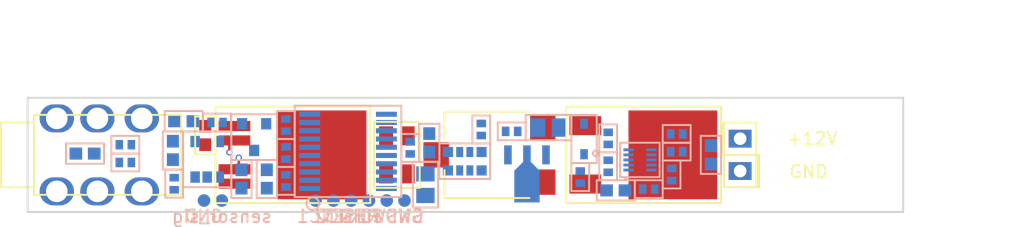
<source format=kicad_pcb>
(kicad_pcb (version 4) (host pcbnew 4.0.0-rc1-stable)

  (general
    (links 0)
    (no_connects 104)
    (area 109.424999 115.424999 178.575001 124.575001)
    (thickness 1.6)
    (drawings 10)
    (tracks 9)
    (zones 0)
    (modules 52)
    (nets 33)
  )

  (page A4)
  (layers
    (0 F.Cu signal)
    (1 In1.Cu signal)
    (2 In2.Cu signal)
    (31 B.Cu signal)
    (32 B.Adhes user)
    (33 F.Adhes user)
    (34 B.Paste user)
    (35 F.Paste user)
    (36 B.SilkS user)
    (37 F.SilkS user)
    (38 B.Mask user)
    (39 F.Mask user)
    (40 Dwgs.User user)
    (41 Cmts.User user)
    (42 Eco1.User user)
    (43 Eco2.User user)
    (44 Edge.Cuts user)
    (45 Margin user)
    (46 B.CrtYd user)
    (47 F.CrtYd user)
    (48 B.Fab user)
    (49 F.Fab user)
  )

  (setup
    (last_trace_width 0.2)
    (user_trace_width 0.15)
    (user_trace_width 0.2)
    (user_trace_width 0.3)
    (user_trace_width 0.5)
    (trace_clearance 0.15)
    (zone_clearance 0.508)
    (zone_45_only no)
    (trace_min 0.127)
    (segment_width 0.762)
    (edge_width 0.15)
    (via_size 0.4572)
    (via_drill 0.254)
    (via_min_size 0.4572)
    (via_min_drill 0.254)
    (user_via 0.5 0.3)
    (uvia_size 0.4572)
    (uvia_drill 0.254)
    (uvias_allowed no)
    (uvia_min_size 0.4572)
    (uvia_min_drill 0.0254)
    (pcb_text_width 0.3)
    (pcb_text_size 1.5 1.5)
    (mod_edge_width 0.15)
    (mod_text_size 1 1)
    (mod_text_width 0.15)
    (pad_size 1.5 1.5)
    (pad_drill 1.5)
    (pad_to_mask_clearance 0.1)
    (solder_mask_min_width 0.1)
    (aux_axis_origin 0 0)
    (visible_elements 7FFFFFFF)
    (pcbplotparams
      (layerselection 0x00030_80000001)
      (usegerberextensions false)
      (excludeedgelayer true)
      (linewidth 0.100000)
      (plotframeref false)
      (viasonmask false)
      (mode 1)
      (useauxorigin false)
      (hpglpennumber 1)
      (hpglpenspeed 20)
      (hpglpendiameter 15)
      (hpglpenoverlay 2)
      (psnegative false)
      (psa4output false)
      (plotreference true)
      (plotvalue true)
      (plotinvisibletext false)
      (padsonsilk false)
      (subtractmaskfromsilk false)
      (outputformat 1)
      (mirror false)
      (drillshape 1)
      (scaleselection 1)
      (outputdirectory ""))
  )

  (net 0 "")
  (net 1 GND)
  (net 2 "Net-(D1-Pad2)")
  (net 3 +3V3)
  (net 4 /Vin)
  (net 5 /SENSOR)
  (net 6 /HEATER)
  (net 7 "Net-(C6-Pad1)")
  (net 8 +12V)
  (net 9 driver_cmd)
  (net 10 "Net-(Q1-Pad3)")
  (net 11 driver_fb_sig)
  (net 12 "Net-(R4-Pad2)")
  (net 13 sensor_sig)
  (net 14 "Net-(R8-Pad2)")
  (net 15 /SWDIO)
  (net 16 /SWCLK)
  (net 17 led_R_cmd)
  (net 18 led_G_cmd)
  (net 19 led_B_cmd)
  (net 20 /led_R)
  (net 21 /led_G)
  (net 22 /led_B)
  (net 23 /boot0)
  (net 24 SCL)
  (net 25 SDA)
  (net 26 /reset)
  (net 27 sensor_pullup_cmd)
  (net 28 potentiometer_sig)
  (net 29 /NC1)
  (net 30 /NC2)
  (net 31 "Net-(C13-Pad1)")
  (net 32 "Net-(C14-Pad1)")

  (net_class Default "This is the default net class."
    (clearance 0.15)
    (trace_width 0.127)
    (via_dia 0.4572)
    (via_drill 0.254)
    (uvia_dia 0.4572)
    (uvia_drill 0.254)
    (add_net +12V)
    (add_net +3V3)
    (add_net /HEATER)
    (add_net /NC1)
    (add_net /NC2)
    (add_net /SENSOR)
    (add_net /SWCLK)
    (add_net /SWDIO)
    (add_net /Vin)
    (add_net /boot0)
    (add_net /led_B)
    (add_net /led_G)
    (add_net /led_R)
    (add_net /reset)
    (add_net GND)
    (add_net "Net-(C13-Pad1)")
    (add_net "Net-(C14-Pad1)")
    (add_net "Net-(C6-Pad1)")
    (add_net "Net-(D1-Pad2)")
    (add_net "Net-(Q1-Pad3)")
    (add_net "Net-(R4-Pad2)")
    (add_net "Net-(R8-Pad2)")
    (add_net SCL)
    (add_net SDA)
    (add_net driver_cmd)
    (add_net driver_fb_sig)
    (add_net led_B_cmd)
    (add_net led_G_cmd)
    (add_net led_R_cmd)
    (add_net potentiometer_sig)
    (add_net sensor_pullup_cmd)
    (add_net sensor_sig)
  )

  (module niceMechanical:mounting_hole_3.2_7.5_plated (layer F.Cu) (tedit 570E7CDD) (tstamp 571173E6)
    (at 168.3 121.275)
    (fp_text reference REF** (at 0 -1) (layer F.Fab)
      (effects (font (size 0.5 0.5) (thickness 0.05)))
    )
    (fp_text value mounting_hole_3.2_7.5_plated (at 0 0) (layer F.Fab)
      (effects (font (size 0.5 0.5) (thickness 0.05)))
    )
    (pad "" np_thru_hole circle (at 0 0) (size 1.5 1.5) (drill 1.5) (layers *.Cu *.Mask F.SilkS))
  )

  (module pnConnector:TP_1mm (layer B.Cu) (tedit 570AAE04) (tstamp 5709D25C)
    (at 135 123.6)
    (path /57094D75)
    (fp_text reference TP1 (at 0 -1.4) (layer B.Fab)
      (effects (font (size 1 1) (thickness 0.15)) (justify mirror))
    )
    (fp_text value RESET (at 0 1.25) (layer B.SilkS)
      (effects (font (size 1 1) (thickness 0.15)) (justify mirror))
    )
    (pad 1 smd circle (at 0 0) (size 1 1) (layers B.Cu B.Mask)
      (net 26 /reset) (solder_mask_margin 0.05) (zone_connect 2))
  )

  (module D-PAK_N placed (layer F.Cu) (tedit 0) (tstamp 5709D257)
    (at 158.55 120 270)
    (path /5709509B)
    (fp_text reference T1 (at 0 -1 270) (layer F.Fab)
      (effects (font (size 0.5 0.5) (thickness 0.05)))
    )
    (fp_text value IPD50P04P4-13 (at 0 0 270) (layer F.Fab)
      (effects (font (size 0.5 0.5) (thickness 0.05)))
    )
    (fp_line (start -3.4 3.15) (end -3.4 -3.15) (layer F.Fab) (width 0.05))
    (fp_line (start -3.4 -3.15) (end 3.4 -3.15) (layer F.Fab) (width 0.05))
    (fp_line (start 3.4 -3.15) (end 3.4 3.15) (layer F.Fab) (width 0.05))
    (fp_line (start 3.4 3.15) (end -3.4 3.15) (layer F.Fab) (width 0.05))
    (fp_line (start -2.825 -3.15) (end -2.825 -4.35) (layer F.Fab) (width 0.05))
    (fp_line (start -2.825 -4.35) (end 2.825 -4.35) (layer F.Fab) (width 0.05))
    (fp_line (start 2.825 -4.35) (end 2.825 -3.15) (layer F.Fab) (width 0.05))
    (fp_line (start 2.825 -3.15) (end -2.825 -3.15) (layer F.Fab) (width 0.05))
    (fp_line (start -2.775 6.1) (end -2.775 3.15) (layer F.Fab) (width 0.05))
    (fp_line (start -2.775 3.15) (end -1.825 3.15) (layer F.Fab) (width 0.05))
    (fp_line (start -1.825 3.15) (end -1.825 6.1) (layer F.Fab) (width 0.05))
    (fp_line (start -1.825 6.1) (end -2.775 6.1) (layer F.Fab) (width 0.05))
    (fp_line (start -0.475 4.35) (end -0.475 3.15) (layer F.Fab) (width 0.05))
    (fp_line (start -0.475 3.15) (end 0.475 3.15) (layer F.Fab) (width 0.05))
    (fp_line (start 0.475 3.15) (end 0.475 4.35) (layer F.Fab) (width 0.05))
    (fp_line (start 0.475 4.35) (end -0.475 4.35) (layer F.Fab) (width 0.05))
    (fp_line (start 1.825 6.1) (end 1.825 3.15) (layer F.Fab) (width 0.05))
    (fp_line (start 1.825 3.15) (end 2.775 3.15) (layer F.Fab) (width 0.05))
    (fp_line (start 2.775 3.15) (end 2.775 6.1) (layer F.Fab) (width 0.05))
    (fp_line (start 2.775 6.1) (end 1.825 6.1) (layer F.Fab) (width 0.05))
    (fp_line (start -3.8 6.6) (end -3.8 -5.6) (layer F.CrtYd) (width 0.05))
    (fp_line (start -3.8 -5.6) (end 3.8 -5.6) (layer F.CrtYd) (width 0.05))
    (fp_line (start 3.8 -5.6) (end 3.8 6.6) (layer F.CrtYd) (width 0.05))
    (fp_line (start 3.8 6.6) (end -3.8 6.6) (layer F.CrtYd) (width 0.05))
    (fp_line (start -3.8 6.6) (end -3.8 -5.6) (layer F.SilkS) (width 0.152))
    (fp_line (start -3.8 -5.6) (end 3.8 -5.6) (layer F.SilkS) (width 0.152))
    (fp_line (start 3.8 -5.6) (end 3.8 6.6) (layer F.SilkS) (width 0.152))
    (fp_line (start 3.8 6.6) (end -3.8 6.6) (layer F.SilkS) (width 0.152))
    (pad 2 smd rect (at 0 -1.8 270) (size 7 7) (layers F.Cu F.Paste F.Mask)
      (net 4 /Vin))
    (pad 1 smd rect (at -2.3 5.1 270) (size 1.5 2.5) (layers F.Cu F.Paste F.Mask)
      (net 2 "Net-(D1-Pad2)"))
    (pad 3 smd rect (at 2.3 5.1 270) (size 1.5 2.5) (layers F.Cu F.Paste F.Mask)
      (net 8 +12V))
    (model cube.wrl
      (at (xyz 0 0 0))
      (scale (xyz 6.8 6.3 2.4))
      (rotate (xyz 0 0 0))
    )
    (model cube_metal.wrl
      (at (xyz 0 0.148 0))
      (scale (xyz 1.2 5.65 0.6))
      (rotate (xyz 0 0 -90))
    )
    (model gullwing.wrl
      (at (xyz -0.091 -0.182 0))
      (scale (xyz 2.95 0.95 2.25))
      (rotate (xyz 0 0 -270))
    )
    (model cube_metal.wrl
      (at (xyz 0 -0.148 0.047))
      (scale (xyz 0.95 1.2 0.6))
      (rotate (xyz 0 0 0))
    )
    (model gullwing.wrl
      (at (xyz 0.091 -0.182 0))
      (scale (xyz 2.95 0.95 2.25))
      (rotate (xyz 0 0 -270))
    )
  )

  (module TSSOP-20_N placed (layer B.Cu) (tedit 0) (tstamp 5709D2D5)
    (at 134.75 119.725 90)
    (path /57094037)
    (fp_text reference U1 (at 0 1 90) (layer B.Fab)
      (effects (font (size 0.5 0.5) (thickness 0.05)) (justify mirror))
    )
    (fp_text value STM32F070F6P6 (at 0 0 90) (layer B.Fab)
      (effects (font (size 0.5 0.5) (thickness 0.05)) (justify mirror))
    )
    (fp_line (start -1 0) (end 1 0) (layer B.CrtYd) (width 0.05))
    (fp_line (start 0 -1) (end 0 1) (layer B.CrtYd) (width 0.05))
    (fp_circle (center 0 0) (end 0.7 0) (layer B.CrtYd) (width 0.05))
    (fp_line (start -3.3 -2.25) (end -3.3 2.25) (layer B.Fab) (width 0.05))
    (fp_line (start -3.3 2.25) (end 3.3 2.25) (layer B.Fab) (width 0.05))
    (fp_line (start 3.3 2.25) (end 3.3 -2.25) (layer B.Fab) (width 0.05))
    (fp_line (start 3.3 -2.25) (end -3.3 -2.25) (layer B.Fab) (width 0.05))
    (fp_arc (start -3.3 0) (end -3.3 0.9) (angle -180) (layer B.Fab) (width 0.05))
    (fp_line (start -3.6 -4.2) (end -3.6 4.2) (layer B.CrtYd) (width 0.05))
    (fp_line (start -3.6 4.2) (end 3.6 4.2) (layer B.CrtYd) (width 0.05))
    (fp_line (start 3.6 4.2) (end 3.6 -4.2) (layer B.CrtYd) (width 0.05))
    (fp_line (start 3.6 -4.2) (end -3.6 -4.2) (layer B.CrtYd) (width 0.05))
    (fp_line (start -3.6 -4.2) (end -3.6 4.2) (layer B.SilkS) (width 0.152))
    (fp_line (start -3.6 4.2) (end 3.6 4.2) (layer B.SilkS) (width 0.152))
    (fp_line (start 3.6 4.2) (end 3.6 -4.2) (layer B.SilkS) (width 0.152))
    (fp_line (start 3.6 -4.2) (end -3.6 -4.2) (layer B.SilkS) (width 0.152))
    (fp_line (start -3.025 -3.3) (end -3.025 -2.25) (layer B.Fab) (width 0.05))
    (fp_line (start -3.025 -2.25) (end -2.825 -2.25) (layer B.Fab) (width 0.05))
    (fp_line (start -2.825 -2.25) (end -2.825 -3.3) (layer B.Fab) (width 0.05))
    (fp_line (start -2.825 -3.3) (end -3.025 -3.3) (layer B.Fab) (width 0.05))
    (fp_line (start -2.375 -3.3) (end -2.375 -2.25) (layer B.Fab) (width 0.05))
    (fp_line (start -2.375 -2.25) (end -2.175 -2.25) (layer B.Fab) (width 0.05))
    (fp_line (start -2.175 -2.25) (end -2.175 -3.3) (layer B.Fab) (width 0.05))
    (fp_line (start -2.175 -3.3) (end -2.375 -3.3) (layer B.Fab) (width 0.05))
    (fp_line (start -1.725 -3.3) (end -1.725 -2.25) (layer B.Fab) (width 0.05))
    (fp_line (start -1.725 -2.25) (end -1.525 -2.25) (layer B.Fab) (width 0.05))
    (fp_line (start -1.525 -2.25) (end -1.525 -3.3) (layer B.Fab) (width 0.05))
    (fp_line (start -1.525 -3.3) (end -1.725 -3.3) (layer B.Fab) (width 0.05))
    (fp_line (start -1.075 -3.3) (end -1.075 -2.25) (layer B.Fab) (width 0.05))
    (fp_line (start -1.075 -2.25) (end -0.875 -2.25) (layer B.Fab) (width 0.05))
    (fp_line (start -0.875 -2.25) (end -0.875 -3.3) (layer B.Fab) (width 0.05))
    (fp_line (start -0.875 -3.3) (end -1.075 -3.3) (layer B.Fab) (width 0.05))
    (fp_line (start -0.425 -3.3) (end -0.425 -2.25) (layer B.Fab) (width 0.05))
    (fp_line (start -0.425 -2.25) (end -0.225 -2.25) (layer B.Fab) (width 0.05))
    (fp_line (start -0.225 -2.25) (end -0.225 -3.3) (layer B.Fab) (width 0.05))
    (fp_line (start -0.225 -3.3) (end -0.425 -3.3) (layer B.Fab) (width 0.05))
    (fp_line (start 0.225 -3.3) (end 0.225 -2.25) (layer B.Fab) (width 0.05))
    (fp_line (start 0.225 -2.25) (end 0.425 -2.25) (layer B.Fab) (width 0.05))
    (fp_line (start 0.425 -2.25) (end 0.425 -3.3) (layer B.Fab) (width 0.05))
    (fp_line (start 0.425 -3.3) (end 0.225 -3.3) (layer B.Fab) (width 0.05))
    (fp_line (start 0.875 -3.3) (end 0.875 -2.25) (layer B.Fab) (width 0.05))
    (fp_line (start 0.875 -2.25) (end 1.075 -2.25) (layer B.Fab) (width 0.05))
    (fp_line (start 1.075 -2.25) (end 1.075 -3.3) (layer B.Fab) (width 0.05))
    (fp_line (start 1.075 -3.3) (end 0.875 -3.3) (layer B.Fab) (width 0.05))
    (fp_line (start 1.525 -3.3) (end 1.525 -2.25) (layer B.Fab) (width 0.05))
    (fp_line (start 1.525 -2.25) (end 1.725 -2.25) (layer B.Fab) (width 0.05))
    (fp_line (start 1.725 -2.25) (end 1.725 -3.3) (layer B.Fab) (width 0.05))
    (fp_line (start 1.725 -3.3) (end 1.525 -3.3) (layer B.Fab) (width 0.05))
    (fp_line (start 2.175 -3.3) (end 2.175 -2.25) (layer B.Fab) (width 0.05))
    (fp_line (start 2.175 -2.25) (end 2.375 -2.25) (layer B.Fab) (width 0.05))
    (fp_line (start 2.375 -2.25) (end 2.375 -3.3) (layer B.Fab) (width 0.05))
    (fp_line (start 2.375 -3.3) (end 2.175 -3.3) (layer B.Fab) (width 0.05))
    (fp_line (start 2.825 -3.3) (end 2.825 -2.25) (layer B.Fab) (width 0.05))
    (fp_line (start 2.825 -2.25) (end 3.025 -2.25) (layer B.Fab) (width 0.05))
    (fp_line (start 3.025 -2.25) (end 3.025 -3.3) (layer B.Fab) (width 0.05))
    (fp_line (start 3.025 -3.3) (end 2.825 -3.3) (layer B.Fab) (width 0.05))
    (fp_line (start 2.825 2.25) (end 2.825 3.3) (layer B.Fab) (width 0.05))
    (fp_line (start 2.825 3.3) (end 3.025 3.3) (layer B.Fab) (width 0.05))
    (fp_line (start 3.025 3.3) (end 3.025 2.25) (layer B.Fab) (width 0.05))
    (fp_line (start 3.025 2.25) (end 2.825 2.25) (layer B.Fab) (width 0.05))
    (fp_line (start 2.175 2.25) (end 2.175 3.3) (layer B.Fab) (width 0.05))
    (fp_line (start 2.175 3.3) (end 2.375 3.3) (layer B.Fab) (width 0.05))
    (fp_line (start 2.375 3.3) (end 2.375 2.25) (layer B.Fab) (width 0.05))
    (fp_line (start 2.375 2.25) (end 2.175 2.25) (layer B.Fab) (width 0.05))
    (fp_line (start 1.525 2.25) (end 1.525 3.3) (layer B.Fab) (width 0.05))
    (fp_line (start 1.525 3.3) (end 1.725 3.3) (layer B.Fab) (width 0.05))
    (fp_line (start 1.725 3.3) (end 1.725 2.25) (layer B.Fab) (width 0.05))
    (fp_line (start 1.725 2.25) (end 1.525 2.25) (layer B.Fab) (width 0.05))
    (fp_line (start 0.875 2.25) (end 0.875 3.3) (layer B.Fab) (width 0.05))
    (fp_line (start 0.875 3.3) (end 1.075 3.3) (layer B.Fab) (width 0.05))
    (fp_line (start 1.075 3.3) (end 1.075 2.25) (layer B.Fab) (width 0.05))
    (fp_line (start 1.075 2.25) (end 0.875 2.25) (layer B.Fab) (width 0.05))
    (fp_line (start 0.225 2.25) (end 0.225 3.3) (layer B.Fab) (width 0.05))
    (fp_line (start 0.225 3.3) (end 0.425 3.3) (layer B.Fab) (width 0.05))
    (fp_line (start 0.425 3.3) (end 0.425 2.25) (layer B.Fab) (width 0.05))
    (fp_line (start 0.425 2.25) (end 0.225 2.25) (layer B.Fab) (width 0.05))
    (fp_line (start -0.425 2.25) (end -0.425 3.3) (layer B.Fab) (width 0.05))
    (fp_line (start -0.425 3.3) (end -0.225 3.3) (layer B.Fab) (width 0.05))
    (fp_line (start -0.225 3.3) (end -0.225 2.25) (layer B.Fab) (width 0.05))
    (fp_line (start -0.225 2.25) (end -0.425 2.25) (layer B.Fab) (width 0.05))
    (fp_line (start -1.075 2.25) (end -1.075 3.3) (layer B.Fab) (width 0.05))
    (fp_line (start -1.075 3.3) (end -0.875 3.3) (layer B.Fab) (width 0.05))
    (fp_line (start -0.875 3.3) (end -0.875 2.25) (layer B.Fab) (width 0.05))
    (fp_line (start -0.875 2.25) (end -1.075 2.25) (layer B.Fab) (width 0.05))
    (fp_line (start -1.725 2.25) (end -1.725 3.3) (layer B.Fab) (width 0.05))
    (fp_line (start -1.725 3.3) (end -1.525 3.3) (layer B.Fab) (width 0.05))
    (fp_line (start -1.525 3.3) (end -1.525 2.25) (layer B.Fab) (width 0.05))
    (fp_line (start -1.525 2.25) (end -1.725 2.25) (layer B.Fab) (width 0.05))
    (fp_line (start -2.375 2.25) (end -2.375 3.3) (layer B.Fab) (width 0.05))
    (fp_line (start -2.375 3.3) (end -2.175 3.3) (layer B.Fab) (width 0.05))
    (fp_line (start -2.175 3.3) (end -2.175 2.25) (layer B.Fab) (width 0.05))
    (fp_line (start -2.175 2.25) (end -2.375 2.25) (layer B.Fab) (width 0.05))
    (fp_line (start -3.025 2.25) (end -3.025 3.3) (layer B.Fab) (width 0.05))
    (fp_line (start -3.025 3.3) (end -2.825 3.3) (layer B.Fab) (width 0.05))
    (fp_line (start -2.825 3.3) (end -2.825 2.25) (layer B.Fab) (width 0.05))
    (fp_line (start -2.825 2.25) (end -3.025 2.25) (layer B.Fab) (width 0.05))
    (fp_circle (center -4.125 -2.775) (end -3.625 -2.775) (layer B.SilkS) (width 0.152))
    (pad 1 smd rect (at -2.925 -3.025 90) (size 0.4 1.65) (layers B.Cu B.Paste B.Mask)
      (net 23 /boot0))
    (pad 2 smd rect (at -2.275 -3.025 90) (size 0.4 1.65) (layers B.Cu B.Paste B.Mask)
      (net 29 /NC1))
    (pad 3 smd rect (at -1.625 -3.025 90) (size 0.4 1.65) (layers B.Cu B.Paste B.Mask)
      (net 30 /NC2))
    (pad 4 smd rect (at -0.975 -3.025 90) (size 0.4 1.65) (layers B.Cu B.Paste B.Mask)
      (net 26 /reset))
    (pad 5 smd rect (at -0.325 -3.025 90) (size 0.4 1.65) (layers B.Cu B.Paste B.Mask)
      (net 3 +3V3))
    (pad 6 smd rect (at 0.325 -3.025 90) (size 0.4 1.65) (layers B.Cu B.Paste B.Mask)
      (net 13 sensor_sig))
    (pad 7 smd rect (at 0.975 -3.025 90) (size 0.4 1.65) (layers B.Cu B.Paste B.Mask)
      (net 11 driver_fb_sig))
    (pad 8 smd rect (at 1.625 -3.025 90) (size 0.4 1.65) (layers B.Cu B.Paste B.Mask)
      (net 27 sensor_pullup_cmd))
    (pad 9 smd rect (at 2.275 -3.025 90) (size 0.4 1.65) (layers B.Cu B.Paste B.Mask))
    (pad 10 smd rect (at 2.925 -3.025 90) (size 0.4 1.65) (layers B.Cu B.Paste B.Mask)
      (net 9 driver_cmd))
    (pad 11 smd rect (at 2.925 3.025 270) (size 0.4 1.65) (layers B.Cu B.Paste B.Mask)
      (net 28 potentiometer_sig))
    (pad 12 smd rect (at 2.275 3.025 270) (size 0.4 1.65) (layers B.Cu B.Paste B.Mask)
      (net 17 led_R_cmd))
    (pad 13 smd rect (at 1.625 3.025 270) (size 0.4 1.65) (layers B.Cu B.Paste B.Mask)
      (net 18 led_G_cmd))
    (pad 14 smd rect (at 0.975 3.025 270) (size 0.4 1.65) (layers B.Cu B.Paste B.Mask)
      (net 19 led_B_cmd))
    (pad 15 smd rect (at 0.325 3.025 270) (size 0.4 1.65) (layers B.Cu B.Paste B.Mask)
      (net 1 GND))
    (pad 16 smd rect (at -0.325 3.025 270) (size 0.4 1.65) (layers B.Cu B.Paste B.Mask)
      (net 3 +3V3))
    (pad 17 smd rect (at -0.975 3.025 270) (size 0.4 1.65) (layers B.Cu B.Paste B.Mask)
      (net 24 SCL))
    (pad 18 smd rect (at -1.625 3.025 270) (size 0.4 1.65) (layers B.Cu B.Paste B.Mask)
      (net 25 SDA))
    (pad 19 smd rect (at -2.275 3.025 270) (size 0.4 1.65) (layers B.Cu B.Paste B.Mask)
      (net 15 /SWDIO))
    (pad 20 smd rect (at -2.925 3.025 270) (size 0.4 1.65) (layers B.Cu B.Paste B.Mask)
      (net 16 /SWCLK))
    (model cube.wrl
      (at (xyz 0 0 0))
      (scale (xyz 6.6 4.5 1.2))
      (rotate (xyz 0 0 0))
    )
    (model gullwing.wrl
      (at (xyz -0.115 -0.109 0))
      (scale (xyz 1.05 0.2 0.75))
      (rotate (xyz 0 0 -270))
    )
    (model gullwing.wrl
      (at (xyz -0.09 -0.109 0))
      (scale (xyz 1.05 0.2 0.75))
      (rotate (xyz 0 0 -270))
    )
    (model gullwing.wrl
      (at (xyz -0.064 -0.109 0))
      (scale (xyz 1.05 0.2 0.75))
      (rotate (xyz 0 0 -270))
    )
    (model gullwing.wrl
      (at (xyz -0.038 -0.109 0))
      (scale (xyz 1.05 0.2 0.75))
      (rotate (xyz 0 0 -270))
    )
    (model gullwing.wrl
      (at (xyz -0.013 -0.109 0))
      (scale (xyz 1.05 0.2 0.75))
      (rotate (xyz 0 0 -270))
    )
    (model gullwing.wrl
      (at (xyz 0.013 -0.109 0))
      (scale (xyz 1.05 0.2 0.75))
      (rotate (xyz 0 0 -270))
    )
    (model gullwing.wrl
      (at (xyz 0.038 -0.109 0))
      (scale (xyz 1.05 0.2 0.75))
      (rotate (xyz 0 0 -270))
    )
    (model gullwing.wrl
      (at (xyz 0.064 -0.109 0))
      (scale (xyz 1.05 0.2 0.75))
      (rotate (xyz 0 0 -270))
    )
    (model gullwing.wrl
      (at (xyz 0.09 -0.109 0))
      (scale (xyz 1.05 0.2 0.75))
      (rotate (xyz 0 0 -270))
    )
    (model gullwing.wrl
      (at (xyz 0.115 -0.109 0))
      (scale (xyz 1.05 0.2 0.75))
      (rotate (xyz 0 0 -270))
    )
    (model gullwing.wrl
      (at (xyz 0.115 0.109 0))
      (scale (xyz 1.05 0.2 0.75))
      (rotate (xyz 0 0 -90))
    )
    (model gullwing.wrl
      (at (xyz 0.09 0.109 0))
      (scale (xyz 1.05 0.2 0.75))
      (rotate (xyz 0 0 -90))
    )
    (model gullwing.wrl
      (at (xyz 0.064 0.109 0))
      (scale (xyz 1.05 0.2 0.75))
      (rotate (xyz 0 0 -90))
    )
    (model gullwing.wrl
      (at (xyz 0.038 0.109 0))
      (scale (xyz 1.05 0.2 0.75))
      (rotate (xyz 0 0 -90))
    )
    (model gullwing.wrl
      (at (xyz 0.013 0.109 0))
      (scale (xyz 1.05 0.2 0.75))
      (rotate (xyz 0 0 -90))
    )
    (model gullwing.wrl
      (at (xyz -0.013 0.109 0))
      (scale (xyz 1.05 0.2 0.75))
      (rotate (xyz 0 0 -90))
    )
    (model gullwing.wrl
      (at (xyz -0.038 0.109 0))
      (scale (xyz 1.05 0.2 0.75))
      (rotate (xyz 0 0 -90))
    )
    (model gullwing.wrl
      (at (xyz -0.064 0.109 0))
      (scale (xyz 1.05 0.2 0.75))
      (rotate (xyz 0 0 -90))
    )
    (model gullwing.wrl
      (at (xyz -0.09 0.109 0))
      (scale (xyz 1.05 0.2 0.75))
      (rotate (xyz 0 0 -90))
    )
    (model gullwing.wrl
      (at (xyz -0.115 0.109 0))
      (scale (xyz 1.05 0.2 0.75))
      (rotate (xyz 0 0 -90))
    )
  )

  (module SOD-323_N (layer B.Cu) (tedit 0) (tstamp 5709F957)
    (at 153.35 118.75 180)
    (path /570955C6)
    (fp_text reference D1 (at 0 1 180) (layer B.Fab)
      (effects (font (size 0.5 0.5) (thickness 0.05)) (justify mirror))
    )
    (fp_text value 16V (at 0 0 180) (layer B.Fab)
      (effects (font (size 0.5 0.5) (thickness 0.05)) (justify mirror))
    )
    (fp_line (start -0.338 0) (end 0.338 0) (layer B.CrtYd) (width 0.05))
    (fp_line (start 0 -0.338) (end 0 0.338) (layer B.CrtYd) (width 0.05))
    (fp_circle (center 0 0) (end 0.236 0) (layer B.CrtYd) (width 0.05))
    (fp_line (start -0.675 -0.9) (end -0.675 0.9) (layer B.Fab) (width 0.05))
    (fp_line (start -0.675 0.9) (end 0.675 0.9) (layer B.Fab) (width 0.05))
    (fp_line (start 0.675 0.9) (end 0.675 -0.9) (layer B.Fab) (width 0.05))
    (fp_line (start 0.675 -0.9) (end -0.675 -0.9) (layer B.Fab) (width 0.05))
    (fp_arc (start -0.675 0) (end -0.675 0.36) (angle -180) (layer B.Fab) (width 0.05))
    (fp_line (start -1 -1.9) (end -1 1.9) (layer B.CrtYd) (width 0.05))
    (fp_line (start -1 1.9) (end 1 1.9) (layer B.CrtYd) (width 0.05))
    (fp_line (start 1 1.9) (end 1 -1.9) (layer B.CrtYd) (width 0.05))
    (fp_line (start 1 -1.9) (end -1 -1.9) (layer B.CrtYd) (width 0.05))
    (fp_line (start -1 -1.9) (end -1 1.9) (layer B.SilkS) (width 0.152))
    (fp_line (start -1 1.9) (end 1 1.9) (layer B.SilkS) (width 0.152))
    (fp_line (start 1 1.9) (end 1 -1.9) (layer B.SilkS) (width 0.152))
    (fp_line (start 1 -1.9) (end -1 -1.9) (layer B.SilkS) (width 0.152))
    (fp_line (start -0.2 -1.35) (end -0.2 -0.9) (layer B.Fab) (width 0.05))
    (fp_line (start -0.2 -0.9) (end 0.2 -0.9) (layer B.Fab) (width 0.05))
    (fp_line (start 0.2 -0.9) (end 0.2 -1.35) (layer B.Fab) (width 0.05))
    (fp_line (start 0.2 -1.35) (end -0.2 -1.35) (layer B.Fab) (width 0.05))
    (fp_line (start -0.2 0.9) (end -0.2 1.35) (layer B.Fab) (width 0.05))
    (fp_line (start -0.2 1.35) (end 0.2 1.35) (layer B.Fab) (width 0.05))
    (fp_line (start 0.2 1.35) (end 0.2 0.9) (layer B.Fab) (width 0.05))
    (fp_line (start 0.2 0.9) (end -0.2 0.9) (layer B.Fab) (width 0.05))
    (fp_circle (center -0.925 -1.125) (end -0.7 -1.125) (layer B.SilkS) (width 0.152))
    (pad 1 smd rect (at 0 -1.2 180) (size 0.6 0.8) (layers B.Cu B.Paste B.Mask)
      (net 8 +12V))
    (pad 2 smd rect (at 0 1.2) (size 0.6 0.8) (layers B.Cu B.Paste B.Mask)
      (net 2 "Net-(D1-Pad2)"))
    (model cube.wrl
      (at (xyz 0 0 0))
      (scale (xyz 1.35 1.8 1.1))
      (rotate (xyz 0 0 0))
    )
    (model gullwing.wrl
      (at (xyz 0 -0.044 0))
      (scale (xyz 0.45 0.4 1))
      (rotate (xyz 0 0 -270))
    )
    (model gullwing.wrl
      (at (xyz 0 0.044 0))
      (scale (xyz 0.45 0.4 1))
      (rotate (xyz 0 0 -90))
    )
  )

  (module D-PAK-5_N (layer F.Cu) (tedit 0) (tstamp 570A8CE3)
    (at 130.9 120 270)
    (path /570970C5)
    (fp_text reference U2 (at 0 -1 270) (layer F.Fab)
      (effects (font (size 0.5 0.5) (thickness 0.05)))
    )
    (fp_text value BTS5012SDA (at 0 0 270) (layer F.Fab)
      (effects (font (size 0.5 0.5) (thickness 0.05)))
    )
    (fp_line (start -3.4 3.15) (end -3.4 -3.15) (layer F.Fab) (width 0.05))
    (fp_line (start -3.4 -3.15) (end 3.4 -3.15) (layer F.Fab) (width 0.05))
    (fp_line (start 3.4 -3.15) (end 3.4 3.15) (layer F.Fab) (width 0.05))
    (fp_line (start 3.4 3.15) (end -3.4 3.15) (layer F.Fab) (width 0.05))
    (fp_line (start -2.825 -3.15) (end -2.825 -4.35) (layer F.Fab) (width 0.05))
    (fp_line (start -2.825 -4.35) (end 2.825 -4.35) (layer F.Fab) (width 0.05))
    (fp_line (start 2.825 -4.35) (end 2.825 -3.15) (layer F.Fab) (width 0.05))
    (fp_line (start 2.825 -3.15) (end -2.825 -3.15) (layer F.Fab) (width 0.05))
    (fp_line (start -2.745 6.1) (end -2.745 3.15) (layer F.Fab) (width 0.05))
    (fp_line (start -2.745 3.15) (end -1.795 3.15) (layer F.Fab) (width 0.05))
    (fp_line (start -1.795 3.15) (end -1.795 6.1) (layer F.Fab) (width 0.05))
    (fp_line (start -1.795 6.1) (end -2.745 6.1) (layer F.Fab) (width 0.05))
    (fp_line (start -1.61 6.1) (end -1.61 3.15) (layer F.Fab) (width 0.05))
    (fp_line (start -1.61 3.15) (end -0.66 3.15) (layer F.Fab) (width 0.05))
    (fp_line (start -0.66 3.15) (end -0.66 6.1) (layer F.Fab) (width 0.05))
    (fp_line (start -0.66 6.1) (end -1.61 6.1) (layer F.Fab) (width 0.05))
    (fp_line (start -0.475 4.35) (end -0.475 3.15) (layer F.Fab) (width 0.05))
    (fp_line (start -0.475 3.15) (end 0.475 3.15) (layer F.Fab) (width 0.05))
    (fp_line (start 0.475 3.15) (end 0.475 4.35) (layer F.Fab) (width 0.05))
    (fp_line (start 0.475 4.35) (end -0.475 4.35) (layer F.Fab) (width 0.05))
    (fp_line (start 0.66 6.1) (end 0.66 3.15) (layer F.Fab) (width 0.05))
    (fp_line (start 0.66 3.15) (end 1.61 3.15) (layer F.Fab) (width 0.05))
    (fp_line (start 1.61 3.15) (end 1.61 6.1) (layer F.Fab) (width 0.05))
    (fp_line (start 1.61 6.1) (end 0.66 6.1) (layer F.Fab) (width 0.05))
    (fp_line (start 1.795 6.1) (end 1.795 3.15) (layer F.Fab) (width 0.05))
    (fp_line (start 1.795 3.15) (end 2.745 3.15) (layer F.Fab) (width 0.05))
    (fp_line (start 2.745 3.15) (end 2.745 6.1) (layer F.Fab) (width 0.05))
    (fp_line (start 2.745 6.1) (end 1.795 6.1) (layer F.Fab) (width 0.05))
    (fp_line (start -3.8 6.6) (end -3.8 -5.6) (layer F.CrtYd) (width 0.05))
    (fp_line (start -3.8 -5.6) (end 3.8 -5.6) (layer F.CrtYd) (width 0.05))
    (fp_line (start 3.8 -5.6) (end 3.8 6.6) (layer F.CrtYd) (width 0.05))
    (fp_line (start 3.8 6.6) (end -3.8 6.6) (layer F.CrtYd) (width 0.05))
    (fp_line (start -3.8 6.6) (end -3.8 -5.6) (layer F.SilkS) (width 0.152))
    (fp_line (start -3.8 -5.6) (end 3.8 -5.6) (layer F.SilkS) (width 0.152))
    (fp_line (start 3.8 -5.6) (end 3.8 6.6) (layer F.SilkS) (width 0.152))
    (fp_line (start 3.8 6.6) (end -3.8 6.6) (layer F.SilkS) (width 0.152))
    (pad 3 smd rect (at 0 -1.8 270) (size 7 7) (layers F.Cu F.Paste F.Mask)
      (net 8 +12V))
    (pad 1 smd rect (at -2.27 5.1 270) (size 0.8 2.5) (layers F.Cu F.Paste F.Mask)
      (net 6 /HEATER))
    (pad 2 smd rect (at -1.135 5.1 270) (size 0.8 2.5) (layers F.Cu F.Paste F.Mask)
      (net 10 "Net-(Q1-Pad3)"))
    (pad 4 smd rect (at 1.135 5.1 270) (size 0.8 2.5) (layers F.Cu F.Paste F.Mask)
      (net 12 "Net-(R4-Pad2)"))
    (pad 5 smd rect (at 2.27 5.1 270) (size 0.8 2.5) (layers F.Cu F.Paste F.Mask)
      (net 6 /HEATER))
    (model cube.wrl
      (at (xyz 0 0 0))
      (scale (xyz 6.8 6.3 2.4))
      (rotate (xyz 0 0 0))
    )
    (model cube_metal.wrl
      (at (xyz 0 0.148 0))
      (scale (xyz 1.2 5.65 0.6))
      (rotate (xyz 0 0 -90))
    )
    (model gullwing.wrl
      (at (xyz -0.089 -0.182 0))
      (scale (xyz 2.95 0.95 2.25))
      (rotate (xyz 0 0 -270))
    )
    (model gullwing.wrl
      (at (xyz -0.045 -0.182 0))
      (scale (xyz 2.95 0.95 2.25))
      (rotate (xyz 0 0 -270))
    )
    (model cube_metal.wrl
      (at (xyz 0 -0.148 0.047))
      (scale (xyz 0.95 1.2 0.6))
      (rotate (xyz 0 0 0))
    )
    (model gullwing.wrl
      (at (xyz 0.045 -0.182 0))
      (scale (xyz 2.95 0.95 2.25))
      (rotate (xyz 0 0 -270))
    )
    (model gullwing.wrl
      (at (xyz 0.089 -0.182 0))
      (scale (xyz 2.95 0.95 2.25))
      (rotate (xyz 0 0 -270))
    )
  )

  (module SOT23-5_N (layer B.Cu) (tedit 0) (tstamp 570A9110)
    (at 123.65 120.35 180)
    (path /570A0827)
    (fp_text reference U3 (at 0 0 180) (layer B.Fab)
      (effects (font (size 0.5 0.5) (thickness 0.05)) (justify mirror))
    )
    (fp_text value MCP6051T-E/OT (at 0 -2.1 180) (layer B.Fab)
      (effects (font (size 0.5 0.5) (thickness 0.05)) (justify mirror))
    )
    (fp_line (start -0.45 0) (end 0.45 0) (layer B.CrtYd) (width 0.05))
    (fp_line (start 0 -0.45) (end 0 0.45) (layer B.CrtYd) (width 0.05))
    (fp_circle (center 0 0) (end 0.315 0) (layer B.CrtYd) (width 0.05))
    (fp_line (start -1.55 -0.9) (end -1.55 0.9) (layer B.Fab) (width 0.05))
    (fp_line (start -1.55 0.9) (end 1.55 0.9) (layer B.Fab) (width 0.05))
    (fp_line (start 1.55 0.9) (end 1.55 -0.9) (layer B.Fab) (width 0.05))
    (fp_line (start 1.55 -0.9) (end -1.55 -0.9) (layer B.Fab) (width 0.05))
    (fp_arc (start -1.55 0) (end -1.55 0.36) (angle -180) (layer B.Fab) (width 0.05))
    (fp_line (start -1.9 -2.2) (end -1.9 2.2) (layer B.CrtYd) (width 0.05))
    (fp_line (start -1.9 2.2) (end 1.9 2.2) (layer B.CrtYd) (width 0.05))
    (fp_line (start 1.9 2.2) (end 1.9 -2.2) (layer B.CrtYd) (width 0.05))
    (fp_line (start 1.9 -2.2) (end -1.9 -2.2) (layer B.CrtYd) (width 0.05))
    (fp_line (start -1.9 -2.2) (end -1.9 2.2) (layer B.SilkS) (width 0.152))
    (fp_line (start -1.9 2.2) (end 1.9 2.2) (layer B.SilkS) (width 0.152))
    (fp_line (start 1.9 2.2) (end 1.9 -2.2) (layer B.SilkS) (width 0.152))
    (fp_line (start 1.9 -2.2) (end -1.9 -2.2) (layer B.SilkS) (width 0.152))
    (fp_line (start -1.2 -1.6) (end -1.2 -0.9) (layer B.Fab) (width 0.05))
    (fp_line (start -1.2 -0.9) (end -0.7 -0.9) (layer B.Fab) (width 0.05))
    (fp_line (start -0.7 -0.9) (end -0.7 -1.6) (layer B.Fab) (width 0.05))
    (fp_line (start -0.7 -1.6) (end -1.2 -1.6) (layer B.Fab) (width 0.05))
    (fp_line (start -0.25 -1.6) (end -0.25 -0.9) (layer B.Fab) (width 0.05))
    (fp_line (start -0.25 -0.9) (end 0.25 -0.9) (layer B.Fab) (width 0.05))
    (fp_line (start 0.25 -0.9) (end 0.25 -1.6) (layer B.Fab) (width 0.05))
    (fp_line (start 0.25 -1.6) (end -0.25 -1.6) (layer B.Fab) (width 0.05))
    (fp_line (start 0.7 -1.6) (end 0.7 -0.9) (layer B.Fab) (width 0.05))
    (fp_line (start 0.7 -0.9) (end 1.2 -0.9) (layer B.Fab) (width 0.05))
    (fp_line (start 1.2 -0.9) (end 1.2 -1.6) (layer B.Fab) (width 0.05))
    (fp_line (start 1.2 -1.6) (end 0.7 -1.6) (layer B.Fab) (width 0.05))
    (fp_line (start 0.7 0.9) (end 0.7 1.6) (layer B.Fab) (width 0.05))
    (fp_line (start 0.7 1.6) (end 1.2 1.6) (layer B.Fab) (width 0.05))
    (fp_line (start 1.2 1.6) (end 1.2 0.9) (layer B.Fab) (width 0.05))
    (fp_line (start 1.2 0.9) (end 0.7 0.9) (layer B.Fab) (width 0.05))
    (fp_line (start -1.2 0.9) (end -1.2 1.6) (layer B.Fab) (width 0.05))
    (fp_line (start -1.2 1.6) (end -0.7 1.6) (layer B.Fab) (width 0.05))
    (fp_line (start -0.7 1.6) (end -0.7 0.9) (layer B.Fab) (width 0.05))
    (fp_line (start -0.7 0.9) (end -1.2 0.9) (layer B.Fab) (width 0.05))
    (pad 1 smd rect (at -0.95 -1.4 180) (size 0.75 0.9) (layers B.Cu B.Paste B.Mask)
      (net 13 sensor_sig))
    (pad 2 smd rect (at 0 -1.4 180) (size 0.75 0.9) (layers B.Cu B.Paste B.Mask)
      (net 1 GND))
    (pad 3 smd rect (at 0.95 -1.4 180) (size 0.75 0.9) (layers B.Cu B.Paste B.Mask)
      (net 7 "Net-(C6-Pad1)"))
    (pad 4 smd rect (at 0.95 1.4) (size 0.75 0.9) (layers B.Cu B.Paste B.Mask)
      (net 14 "Net-(R8-Pad2)"))
    (pad 5 smd rect (at -0.95 1.4) (size 0.75 0.9) (layers B.Cu B.Paste B.Mask)
      (net 3 +3V3))
    (model cube.wrl
      (at (xyz 0 0 0))
      (scale (xyz 3.1 1.8 1.45))
      (rotate (xyz 0 0 0))
    )
    (model gullwing.wrl
      (at (xyz -0.037 -0.049 0))
      (scale (xyz 0.7 0.5 1))
      (rotate (xyz 0 0 -270))
    )
    (model gullwing.wrl
      (at (xyz 0 -0.049 0))
      (scale (xyz 0.7 0.5 1))
      (rotate (xyz 0 0 -270))
    )
    (model gullwing.wrl
      (at (xyz 0.037 -0.049 0))
      (scale (xyz 0.7 0.5 1))
      (rotate (xyz 0 0 -270))
    )
    (model gullwing.wrl
      (at (xyz 0.037 0.049 0))
      (scale (xyz 0.7 0.5 1))
      (rotate (xyz 0 0 -90))
    )
    (model gullwing.wrl
      (at (xyz -0.037 0.049 0))
      (scale (xyz 0.7 0.5 1))
      (rotate (xyz 0 0 -90))
    )
  )

  (module pnRLC:pot_ACP_CA6VSMD+6001 (layer F.Cu) (tedit 570E7D4F) (tstamp 570AA324)
    (at 145.75 120 90)
    (path /570AA06E)
    (fp_text reference R3 (at -2.5 0 180) (layer F.Fab)
      (effects (font (size 1 1) (thickness 0.15)))
    )
    (fp_text value 10k (at 0 6.3 90) (layer F.Fab)
      (effects (font (size 1 1) (thickness 0.15)))
    )
    (fp_line (start 0.2 -0.2) (end 1 -0.2) (layer F.Fab) (width 0.05))
    (fp_line (start 1 -0.2) (end 1 0.2) (layer F.Fab) (width 0.05))
    (fp_line (start 1 0.2) (end 0.2 0.2) (layer F.Fab) (width 0.05))
    (fp_line (start 0.2 0.2) (end 0.2 0.9) (layer F.Fab) (width 0.05))
    (fp_line (start 0.2 0.9) (end -0.2 0.9) (layer F.Fab) (width 0.05))
    (fp_line (start -0.2 0.9) (end -0.2 0.2) (layer F.Fab) (width 0.05))
    (fp_line (start -0.2 0.2) (end -0.9 0.2) (layer F.Fab) (width 0.05))
    (fp_line (start -0.9 0.2) (end -0.9 -0.2) (layer F.Fab) (width 0.05))
    (fp_line (start -0.9 -0.2) (end -0.2 -0.2) (layer F.Fab) (width 0.05))
    (fp_line (start -0.2 -0.2) (end -0.2 -0.9) (layer F.Fab) (width 0.05))
    (fp_line (start -0.2 -0.9) (end 0.2 -0.9) (layer F.Fab) (width 0.05))
    (fp_line (start 0.2 -0.9) (end 0.2 -0.2) (layer F.Fab) (width 0.05))
    (fp_circle (center 0 0) (end 1.3 0) (layer F.Fab) (width 0.05))
    (fp_line (start -1.2 -3.4) (end -3.4 -3.4) (layer F.SilkS) (width 0.15))
    (fp_line (start -3.4 -3.4) (end -3.4 3.3) (layer F.SilkS) (width 0.15))
    (fp_line (start 3.4 3.3) (end 3.4 -3.4) (layer F.SilkS) (width 0.15))
    (fp_line (start 3.4 -3.4) (end 1.2 -3.4) (layer F.SilkS) (width 0.15))
    (fp_line (start 3.3 3.3) (end 3.3 -3.3) (layer F.Fab) (width 0.05))
    (fp_line (start 3.3 -3.3) (end -3.3 -3.3) (layer F.Fab) (width 0.05))
    (fp_line (start -3.3 -3.3) (end -3.3 3.3) (layer F.Fab) (width 0.05))
    (fp_line (start -3.3 3.3) (end 3.3 3.3) (layer F.Fab) (width 0.05))
    (pad 3 smd rect (at 2.15 4.35 90) (size 2 2) (layers F.Cu F.Paste F.Mask)
      (net 1 GND))
    (pad 1 smd rect (at -2.15 4.35 90) (size 2 2) (layers F.Cu F.Paste F.Mask)
      (net 3 +3V3))
    (pad 2 smd rect (at 0 -4.05 90) (size 2 2) (layers F.Cu F.Paste F.Mask)
      (net 28 potentiometer_sig))
    (model pot_ACP_CA6VSMD+6001.wrl
      (at (xyz 0 0 0))
      (scale (xyz 0.393701 0.393701 0.393701))
      (rotate (xyz 0 0 0))
    )
  )

  (module 0402_M (layer B.Cu) (tedit 0) (tstamp 570DC9C7)
    (at 129.85 119.85 270)
    (path /57094118)
    (fp_text reference C1 (at 0 1.2 270) (layer B.Fab)
      (effects (font (size 0.5 0.5) (thickness 0.05)) (justify mirror))
    )
    (fp_text value 10n (at 0 -1.2 270) (layer B.Fab)
      (effects (font (size 0.5 0.5) (thickness 0.05)) (justify mirror))
    )
    (fp_line (start -0.18 0) (end 0.18 0) (layer B.CrtYd) (width 0.05))
    (fp_line (start 0 -0.18) (end 0 0.18) (layer B.CrtYd) (width 0.05))
    (fp_circle (center 0 0) (end 0.126 0) (layer B.CrtYd) (width 0.05))
    (fp_line (start -0.55 -0.3) (end -0.55 0.3) (layer B.Fab) (width 0.05))
    (fp_line (start -0.55 0.3) (end -0.25 0.3) (layer B.Fab) (width 0.05))
    (fp_line (start -0.25 0.3) (end -0.25 -0.3) (layer B.Fab) (width 0.05))
    (fp_line (start -0.25 -0.3) (end -0.55 -0.3) (layer B.Fab) (width 0.05))
    (fp_line (start 0.25 -0.3) (end 0.25 0.3) (layer B.Fab) (width 0.05))
    (fp_line (start 0.25 0.3) (end 0.55 0.3) (layer B.Fab) (width 0.05))
    (fp_line (start 0.55 0.3) (end 0.55 -0.3) (layer B.Fab) (width 0.05))
    (fp_line (start 0.55 -0.3) (end 0.25 -0.3) (layer B.Fab) (width 0.05))
    (fp_line (start -0.25 -0.3) (end -0.25 0.3) (layer B.Fab) (width 0.05))
    (fp_line (start -0.25 0.3) (end 0.25 0.3) (layer B.Fab) (width 0.05))
    (fp_line (start 0.25 0.3) (end 0.25 -0.3) (layer B.Fab) (width 0.05))
    (fp_line (start 0.25 -0.3) (end -0.25 -0.3) (layer B.Fab) (width 0.05))
    (fp_line (start -1.1 -0.7) (end -1.1 0.7) (layer B.CrtYd) (width 0.05))
    (fp_line (start -1.1 0.7) (end 1.1 0.7) (layer B.CrtYd) (width 0.05))
    (fp_line (start 1.1 0.7) (end 1.1 -0.7) (layer B.CrtYd) (width 0.05))
    (fp_line (start 1.1 -0.7) (end -1.1 -0.7) (layer B.CrtYd) (width 0.05))
    (fp_line (start -1.1 -0.7) (end -1.1 0.7) (layer B.SilkS) (width 0.152))
    (fp_line (start -1.1 0.7) (end 1.1 0.7) (layer B.SilkS) (width 0.152))
    (fp_line (start 1.1 0.7) (end 1.1 -0.7) (layer B.SilkS) (width 0.152))
    (fp_line (start 1.1 -0.7) (end -1.1 -0.7) (layer B.SilkS) (width 0.152))
    (pad 1 smd rect (at -0.475 0 270) (size 0.6 0.75) (layers B.Cu B.Paste B.Mask)
      (net 3 +3V3))
    (pad 2 smd rect (at 0.475 0 270) (size 0.6 0.75) (layers B.Cu B.Paste B.Mask)
      (net 1 GND))
    (model cube_metal.wrl
      (at (xyz -0.016 0 0))
      (scale (xyz 0.3 0.6 0.6))
      (rotate (xyz 0 0 0))
    )
    (model cube_metal.wrl
      (at (xyz 0.016 0 0))
      (scale (xyz 0.3 0.6 0.6))
      (rotate (xyz 0 0 0))
    )
    (model cube_orange.wrl
      (at (xyz 0 0 0))
      (scale (xyz 0.5 0.6 0.6))
      (rotate (xyz 0 0 0))
    )
  )

  (module 0402_R_M (layer B.Cu) (tedit 0) (tstamp 570DC9FF)
    (at 129.85 122.05 270)
    (path /57094207)
    (fp_text reference R1 (at 0 1.2 270) (layer B.Fab)
      (effects (font (size 0.5 0.5) (thickness 0.05)) (justify mirror))
    )
    (fp_text value 10k (at 0 -1.2 270) (layer B.Fab)
      (effects (font (size 0.5 0.5) (thickness 0.05)) (justify mirror))
    )
    (fp_line (start -0.18 0) (end 0.18 0) (layer B.CrtYd) (width 0.05))
    (fp_line (start 0 -0.18) (end 0 0.18) (layer B.CrtYd) (width 0.05))
    (fp_circle (center 0 0) (end 0.126 0) (layer B.CrtYd) (width 0.05))
    (fp_line (start -0.55 -0.3) (end -0.55 0.3) (layer B.Fab) (width 0.05))
    (fp_line (start -0.55 0.3) (end -0.25 0.3) (layer B.Fab) (width 0.05))
    (fp_line (start -0.25 0.3) (end -0.25 -0.3) (layer B.Fab) (width 0.05))
    (fp_line (start -0.25 -0.3) (end -0.55 -0.3) (layer B.Fab) (width 0.05))
    (fp_line (start 0.25 -0.3) (end 0.25 0.3) (layer B.Fab) (width 0.05))
    (fp_line (start 0.25 0.3) (end 0.55 0.3) (layer B.Fab) (width 0.05))
    (fp_line (start 0.55 0.3) (end 0.55 -0.3) (layer B.Fab) (width 0.05))
    (fp_line (start 0.55 -0.3) (end 0.25 -0.3) (layer B.Fab) (width 0.05))
    (fp_line (start -0.25 -0.3) (end -0.25 0.3) (layer B.Fab) (width 0.05))
    (fp_line (start -0.25 0.3) (end 0.25 0.3) (layer B.Fab) (width 0.05))
    (fp_line (start 0.25 0.3) (end 0.25 -0.3) (layer B.Fab) (width 0.05))
    (fp_line (start 0.25 -0.3) (end -0.25 -0.3) (layer B.Fab) (width 0.05))
    (fp_line (start -1.1 -0.7) (end -1.1 0.7) (layer B.CrtYd) (width 0.05))
    (fp_line (start -1.1 0.7) (end 1.1 0.7) (layer B.CrtYd) (width 0.05))
    (fp_line (start 1.1 0.7) (end 1.1 -0.7) (layer B.CrtYd) (width 0.05))
    (fp_line (start 1.1 -0.7) (end -1.1 -0.7) (layer B.CrtYd) (width 0.05))
    (fp_line (start -1.1 -0.7) (end -1.1 0.7) (layer B.SilkS) (width 0.152))
    (fp_line (start -1.1 0.7) (end 1.1 0.7) (layer B.SilkS) (width 0.152))
    (fp_line (start 1.1 0.7) (end 1.1 -0.7) (layer B.SilkS) (width 0.152))
    (fp_line (start 1.1 -0.7) (end -1.1 -0.7) (layer B.SilkS) (width 0.152))
    (pad 1 smd rect (at -0.475 0 270) (size 0.6 0.75) (layers B.Cu B.Paste B.Mask)
      (net 1 GND))
    (pad 2 smd rect (at 0.475 0 270) (size 0.6 0.75) (layers B.Cu B.Paste B.Mask)
      (net 23 /boot0))
    (model cube_metal.wrl
      (at (xyz -0.016 0 0))
      (scale (xyz 0.3 0.6 0.6))
      (rotate (xyz 0 0 0))
    )
    (model cube_metal.wrl
      (at (xyz 0.016 0 0))
      (scale (xyz 0.3 0.6 0.6))
      (rotate (xyz 0 0 0))
    )
    (model cube.wrl
      (at (xyz 0 0 0))
      (scale (xyz 0.5 0.6 0.6))
      (rotate (xyz 0 0 0))
    )
  )

  (module 0402_R_M (layer B.Cu) (tedit 0) (tstamp 570DCA1B)
    (at 153.05 121.75 90)
    (path /570AADEA)
    (fp_text reference R2 (at 0 1.2 90) (layer B.Fab)
      (effects (font (size 0.5 0.5) (thickness 0.05)) (justify mirror))
    )
    (fp_text value 10k (at 0 -1.2 90) (layer B.Fab)
      (effects (font (size 0.5 0.5) (thickness 0.05)) (justify mirror))
    )
    (fp_line (start -0.18 0) (end 0.18 0) (layer B.CrtYd) (width 0.05))
    (fp_line (start 0 -0.18) (end 0 0.18) (layer B.CrtYd) (width 0.05))
    (fp_circle (center 0 0) (end 0.126 0) (layer B.CrtYd) (width 0.05))
    (fp_line (start -0.55 -0.3) (end -0.55 0.3) (layer B.Fab) (width 0.05))
    (fp_line (start -0.55 0.3) (end -0.25 0.3) (layer B.Fab) (width 0.05))
    (fp_line (start -0.25 0.3) (end -0.25 -0.3) (layer B.Fab) (width 0.05))
    (fp_line (start -0.25 -0.3) (end -0.55 -0.3) (layer B.Fab) (width 0.05))
    (fp_line (start 0.25 -0.3) (end 0.25 0.3) (layer B.Fab) (width 0.05))
    (fp_line (start 0.25 0.3) (end 0.55 0.3) (layer B.Fab) (width 0.05))
    (fp_line (start 0.55 0.3) (end 0.55 -0.3) (layer B.Fab) (width 0.05))
    (fp_line (start 0.55 -0.3) (end 0.25 -0.3) (layer B.Fab) (width 0.05))
    (fp_line (start -0.25 -0.3) (end -0.25 0.3) (layer B.Fab) (width 0.05))
    (fp_line (start -0.25 0.3) (end 0.25 0.3) (layer B.Fab) (width 0.05))
    (fp_line (start 0.25 0.3) (end 0.25 -0.3) (layer B.Fab) (width 0.05))
    (fp_line (start 0.25 -0.3) (end -0.25 -0.3) (layer B.Fab) (width 0.05))
    (fp_line (start -1.1 -0.7) (end -1.1 0.7) (layer B.CrtYd) (width 0.05))
    (fp_line (start -1.1 0.7) (end 1.1 0.7) (layer B.CrtYd) (width 0.05))
    (fp_line (start 1.1 0.7) (end 1.1 -0.7) (layer B.CrtYd) (width 0.05))
    (fp_line (start 1.1 -0.7) (end -1.1 -0.7) (layer B.CrtYd) (width 0.05))
    (fp_line (start -1.1 -0.7) (end -1.1 0.7) (layer B.SilkS) (width 0.152))
    (fp_line (start -1.1 0.7) (end 1.1 0.7) (layer B.SilkS) (width 0.152))
    (fp_line (start 1.1 0.7) (end 1.1 -0.7) (layer B.SilkS) (width 0.152))
    (fp_line (start 1.1 -0.7) (end -1.1 -0.7) (layer B.SilkS) (width 0.152))
    (pad 1 smd rect (at -0.475 0 90) (size 0.6 0.75) (layers B.Cu B.Paste B.Mask)
      (net 1 GND))
    (pad 2 smd rect (at 0.475 0 90) (size 0.6 0.75) (layers B.Cu B.Paste B.Mask)
      (net 2 "Net-(D1-Pad2)"))
    (model cube_metal.wrl
      (at (xyz -0.016 0 0))
      (scale (xyz 0.3 0.6 0.6))
      (rotate (xyz 0 0 0))
    )
    (model cube_metal.wrl
      (at (xyz 0.016 0 0))
      (scale (xyz 0.3 0.6 0.6))
      (rotate (xyz 0 0 0))
    )
    (model cube.wrl
      (at (xyz 0 0 0))
      (scale (xyz 0.5 0.6 0.6))
      (rotate (xyz 0 0 0))
    )
  )

  (module 0402_M (layer B.Cu) (tedit 0) (tstamp 570C3C19)
    (at 145.25 118 90)
    (path /570C2C81)
    (fp_text reference C3 (at 0 1.2 90) (layer B.Fab)
      (effects (font (size 0.5 0.5) (thickness 0.05)) (justify mirror))
    )
    (fp_text value 100n (at 0 -1.2 90) (layer B.Fab)
      (effects (font (size 0.5 0.5) (thickness 0.05)) (justify mirror))
    )
    (fp_line (start -0.18 0) (end 0.18 0) (layer B.CrtYd) (width 0.05))
    (fp_line (start 0 -0.18) (end 0 0.18) (layer B.CrtYd) (width 0.05))
    (fp_circle (center 0 0) (end 0.126 0) (layer B.CrtYd) (width 0.05))
    (fp_line (start -0.55 -0.3) (end -0.55 0.3) (layer B.Fab) (width 0.05))
    (fp_line (start -0.55 0.3) (end -0.25 0.3) (layer B.Fab) (width 0.05))
    (fp_line (start -0.25 0.3) (end -0.25 -0.3) (layer B.Fab) (width 0.05))
    (fp_line (start -0.25 -0.3) (end -0.55 -0.3) (layer B.Fab) (width 0.05))
    (fp_line (start 0.25 -0.3) (end 0.25 0.3) (layer B.Fab) (width 0.05))
    (fp_line (start 0.25 0.3) (end 0.55 0.3) (layer B.Fab) (width 0.05))
    (fp_line (start 0.55 0.3) (end 0.55 -0.3) (layer B.Fab) (width 0.05))
    (fp_line (start 0.55 -0.3) (end 0.25 -0.3) (layer B.Fab) (width 0.05))
    (fp_line (start -0.25 -0.3) (end -0.25 0.3) (layer B.Fab) (width 0.05))
    (fp_line (start -0.25 0.3) (end 0.25 0.3) (layer B.Fab) (width 0.05))
    (fp_line (start 0.25 0.3) (end 0.25 -0.3) (layer B.Fab) (width 0.05))
    (fp_line (start 0.25 -0.3) (end -0.25 -0.3) (layer B.Fab) (width 0.05))
    (fp_line (start -1.1 -0.7) (end -1.1 0.7) (layer B.CrtYd) (width 0.05))
    (fp_line (start -1.1 0.7) (end 1.1 0.7) (layer B.CrtYd) (width 0.05))
    (fp_line (start 1.1 0.7) (end 1.1 -0.7) (layer B.CrtYd) (width 0.05))
    (fp_line (start 1.1 -0.7) (end -1.1 -0.7) (layer B.CrtYd) (width 0.05))
    (fp_line (start -1.1 -0.7) (end -1.1 0.7) (layer B.SilkS) (width 0.152))
    (fp_line (start -1.1 0.7) (end 1.1 0.7) (layer B.SilkS) (width 0.152))
    (fp_line (start 1.1 0.7) (end 1.1 -0.7) (layer B.SilkS) (width 0.152))
    (fp_line (start 1.1 -0.7) (end -1.1 -0.7) (layer B.SilkS) (width 0.152))
    (pad 1 smd rect (at -0.475 0 90) (size 0.6 0.75) (layers B.Cu B.Paste B.Mask)
      (net 28 potentiometer_sig))
    (pad 2 smd rect (at 0.475 0 90) (size 0.6 0.75) (layers B.Cu B.Paste B.Mask)
      (net 1 GND))
    (model cube_metal.wrl
      (at (xyz -0.016 0 0))
      (scale (xyz 0.3 0.6 0.6))
      (rotate (xyz 0 0 0))
    )
    (model cube_metal.wrl
      (at (xyz 0.016 0 0))
      (scale (xyz 0.3 0.6 0.6))
      (rotate (xyz 0 0 0))
    )
    (model cube_orange.wrl
      (at (xyz 0 0 0))
      (scale (xyz 0.5 0.6 0.6))
      (rotate (xyz 0 0 0))
    )
  )

  (module 0603_N (layer B.Cu) (tedit 0) (tstamp 570C3C36)
    (at 114.025 119.9 180)
    (path /570C0709)
    (fp_text reference C4 (at 0 1.3 180) (layer B.Fab)
      (effects (font (size 0.5 0.5) (thickness 0.05)) (justify mirror))
    )
    (fp_text value 10n/50V (at 0 -1.3 180) (layer B.Fab)
      (effects (font (size 0.5 0.5) (thickness 0.05)) (justify mirror))
    )
    (fp_line (start -0.285 0) (end 0.285 0) (layer B.CrtYd) (width 0.05))
    (fp_line (start 0 -0.285) (end 0 0.285) (layer B.CrtYd) (width 0.05))
    (fp_circle (center 0 0) (end 0.199 0) (layer B.CrtYd) (width 0.05))
    (fp_line (start -0.875 -0.475) (end -0.875 0.475) (layer B.Fab) (width 0.05))
    (fp_line (start -0.875 0.475) (end -0.375 0.475) (layer B.Fab) (width 0.05))
    (fp_line (start -0.375 0.475) (end -0.375 -0.475) (layer B.Fab) (width 0.05))
    (fp_line (start -0.375 -0.475) (end -0.875 -0.475) (layer B.Fab) (width 0.05))
    (fp_line (start 0.375 -0.475) (end 0.375 0.475) (layer B.Fab) (width 0.05))
    (fp_line (start 0.375 0.475) (end 0.875 0.475) (layer B.Fab) (width 0.05))
    (fp_line (start 0.875 0.475) (end 0.875 -0.475) (layer B.Fab) (width 0.05))
    (fp_line (start 0.875 -0.475) (end 0.375 -0.475) (layer B.Fab) (width 0.05))
    (fp_line (start -0.375 -0.475) (end -0.375 0.475) (layer B.Fab) (width 0.05))
    (fp_line (start -0.375 0.475) (end 0.375 0.475) (layer B.Fab) (width 0.05))
    (fp_line (start 0.375 0.475) (end 0.375 -0.475) (layer B.Fab) (width 0.05))
    (fp_line (start 0.375 -0.475) (end -0.375 -0.475) (layer B.Fab) (width 0.05))
    (fp_line (start -1.5 -0.8) (end -1.5 0.8) (layer B.CrtYd) (width 0.05))
    (fp_line (start -1.5 0.8) (end 1.5 0.8) (layer B.CrtYd) (width 0.05))
    (fp_line (start 1.5 0.8) (end 1.5 -0.8) (layer B.CrtYd) (width 0.05))
    (fp_line (start 1.5 -0.8) (end -1.5 -0.8) (layer B.CrtYd) (width 0.05))
    (fp_line (start -1.5 -0.8) (end -1.5 0.8) (layer B.SilkS) (width 0.152))
    (fp_line (start -1.5 0.8) (end 1.5 0.8) (layer B.SilkS) (width 0.152))
    (fp_line (start 1.5 0.8) (end 1.5 -0.8) (layer B.SilkS) (width 0.152))
    (fp_line (start 1.5 -0.8) (end -1.5 -0.8) (layer B.SilkS) (width 0.152))
    (pad 1 smd rect (at -0.725 0 180) (size 1 0.95) (layers B.Cu B.Paste B.Mask)
      (net 5 /SENSOR))
    (pad 2 smd rect (at 0.725 0 180) (size 1 0.95) (layers B.Cu B.Paste B.Mask)
      (net 1 GND))
    (model cube_metal.wrl
      (at (xyz -0.025 0 0))
      (scale (xyz 0.5 0.95 0.85))
      (rotate (xyz 0 0 0))
    )
    (model cube_metal.wrl
      (at (xyz 0.025 0 0))
      (scale (xyz 0.5 0.95 0.85))
      (rotate (xyz 0 0 0))
    )
    (model cube_orange.wrl
      (at (xyz 0 0 0))
      (scale (xyz 0.75 0.95 0.85))
      (rotate (xyz 0 0 0))
    )
  )

  (module 0603_N (layer F.Cu) (tedit 0) (tstamp 570C3C53)
    (at 123.5 118.475 270)
    (path /570C0E78)
    (fp_text reference C5 (at 0 -1.3 270) (layer F.Fab)
      (effects (font (size 0.5 0.5) (thickness 0.05)))
    )
    (fp_text value 10n/50V (at 0 1.3 270) (layer F.Fab)
      (effects (font (size 0.5 0.5) (thickness 0.05)))
    )
    (fp_line (start -0.285 0) (end 0.285 0) (layer F.CrtYd) (width 0.05))
    (fp_line (start 0 0.285) (end 0 -0.285) (layer F.CrtYd) (width 0.05))
    (fp_circle (center 0 0) (end 0.199 0) (layer F.CrtYd) (width 0.05))
    (fp_line (start -0.875 0.475) (end -0.875 -0.475) (layer F.Fab) (width 0.05))
    (fp_line (start -0.875 -0.475) (end -0.375 -0.475) (layer F.Fab) (width 0.05))
    (fp_line (start -0.375 -0.475) (end -0.375 0.475) (layer F.Fab) (width 0.05))
    (fp_line (start -0.375 0.475) (end -0.875 0.475) (layer F.Fab) (width 0.05))
    (fp_line (start 0.375 0.475) (end 0.375 -0.475) (layer F.Fab) (width 0.05))
    (fp_line (start 0.375 -0.475) (end 0.875 -0.475) (layer F.Fab) (width 0.05))
    (fp_line (start 0.875 -0.475) (end 0.875 0.475) (layer F.Fab) (width 0.05))
    (fp_line (start 0.875 0.475) (end 0.375 0.475) (layer F.Fab) (width 0.05))
    (fp_line (start -0.375 0.475) (end -0.375 -0.475) (layer F.Fab) (width 0.05))
    (fp_line (start -0.375 -0.475) (end 0.375 -0.475) (layer F.Fab) (width 0.05))
    (fp_line (start 0.375 -0.475) (end 0.375 0.475) (layer F.Fab) (width 0.05))
    (fp_line (start 0.375 0.475) (end -0.375 0.475) (layer F.Fab) (width 0.05))
    (fp_line (start -1.5 0.8) (end -1.5 -0.8) (layer F.CrtYd) (width 0.05))
    (fp_line (start -1.5 -0.8) (end 1.5 -0.8) (layer F.CrtYd) (width 0.05))
    (fp_line (start 1.5 -0.8) (end 1.5 0.8) (layer F.CrtYd) (width 0.05))
    (fp_line (start 1.5 0.8) (end -1.5 0.8) (layer F.CrtYd) (width 0.05))
    (fp_line (start -1.5 0.8) (end -1.5 -0.8) (layer F.SilkS) (width 0.152))
    (fp_line (start -1.5 -0.8) (end 1.5 -0.8) (layer F.SilkS) (width 0.152))
    (fp_line (start 1.5 -0.8) (end 1.5 0.8) (layer F.SilkS) (width 0.152))
    (fp_line (start 1.5 0.8) (end -1.5 0.8) (layer F.SilkS) (width 0.152))
    (pad 1 smd rect (at -0.725 0 270) (size 1 0.95) (layers F.Cu F.Paste F.Mask)
      (net 6 /HEATER))
    (pad 2 smd rect (at 0.725 0 270) (size 1 0.95) (layers F.Cu F.Paste F.Mask)
      (net 1 GND))
    (model cube_metal.wrl
      (at (xyz -0.025 0 0))
      (scale (xyz 0.5 0.95 0.85))
      (rotate (xyz 0 0 0))
    )
    (model cube_metal.wrl
      (at (xyz 0.025 0 0))
      (scale (xyz 0.5 0.95 0.85))
      (rotate (xyz 0 0 0))
    )
    (model cube_orange.wrl
      (at (xyz 0 0 0))
      (scale (xyz 0.75 0.95 0.85))
      (rotate (xyz 0 0 0))
    )
  )

  (module 0402_M (layer B.Cu) (tedit 0) (tstamp 570C3C70)
    (at 121.05 122.275 270)
    (path /570C5BA2)
    (fp_text reference C6 (at 0 1.2 270) (layer B.Fab)
      (effects (font (size 0.5 0.5) (thickness 0.05)) (justify mirror))
    )
    (fp_text value 100n (at 0 -1.2 270) (layer B.Fab)
      (effects (font (size 0.5 0.5) (thickness 0.05)) (justify mirror))
    )
    (fp_line (start -0.18 0) (end 0.18 0) (layer B.CrtYd) (width 0.05))
    (fp_line (start 0 -0.18) (end 0 0.18) (layer B.CrtYd) (width 0.05))
    (fp_circle (center 0 0) (end 0.126 0) (layer B.CrtYd) (width 0.05))
    (fp_line (start -0.55 -0.3) (end -0.55 0.3) (layer B.Fab) (width 0.05))
    (fp_line (start -0.55 0.3) (end -0.25 0.3) (layer B.Fab) (width 0.05))
    (fp_line (start -0.25 0.3) (end -0.25 -0.3) (layer B.Fab) (width 0.05))
    (fp_line (start -0.25 -0.3) (end -0.55 -0.3) (layer B.Fab) (width 0.05))
    (fp_line (start 0.25 -0.3) (end 0.25 0.3) (layer B.Fab) (width 0.05))
    (fp_line (start 0.25 0.3) (end 0.55 0.3) (layer B.Fab) (width 0.05))
    (fp_line (start 0.55 0.3) (end 0.55 -0.3) (layer B.Fab) (width 0.05))
    (fp_line (start 0.55 -0.3) (end 0.25 -0.3) (layer B.Fab) (width 0.05))
    (fp_line (start -0.25 -0.3) (end -0.25 0.3) (layer B.Fab) (width 0.05))
    (fp_line (start -0.25 0.3) (end 0.25 0.3) (layer B.Fab) (width 0.05))
    (fp_line (start 0.25 0.3) (end 0.25 -0.3) (layer B.Fab) (width 0.05))
    (fp_line (start 0.25 -0.3) (end -0.25 -0.3) (layer B.Fab) (width 0.05))
    (fp_line (start -1.1 -0.7) (end -1.1 0.7) (layer B.CrtYd) (width 0.05))
    (fp_line (start -1.1 0.7) (end 1.1 0.7) (layer B.CrtYd) (width 0.05))
    (fp_line (start 1.1 0.7) (end 1.1 -0.7) (layer B.CrtYd) (width 0.05))
    (fp_line (start 1.1 -0.7) (end -1.1 -0.7) (layer B.CrtYd) (width 0.05))
    (fp_line (start -1.1 -0.7) (end -1.1 0.7) (layer B.SilkS) (width 0.152))
    (fp_line (start -1.1 0.7) (end 1.1 0.7) (layer B.SilkS) (width 0.152))
    (fp_line (start 1.1 0.7) (end 1.1 -0.7) (layer B.SilkS) (width 0.152))
    (fp_line (start 1.1 -0.7) (end -1.1 -0.7) (layer B.SilkS) (width 0.152))
    (pad 1 smd rect (at -0.475 0 270) (size 0.6 0.75) (layers B.Cu B.Paste B.Mask)
      (net 7 "Net-(C6-Pad1)"))
    (pad 2 smd rect (at 0.475 0 270) (size 0.6 0.75) (layers B.Cu B.Paste B.Mask)
      (net 1 GND))
    (model cube_metal.wrl
      (at (xyz -0.016 0 0))
      (scale (xyz 0.3 0.6 0.6))
      (rotate (xyz 0 0 0))
    )
    (model cube_metal.wrl
      (at (xyz 0.016 0 0))
      (scale (xyz 0.3 0.6 0.6))
      (rotate (xyz 0 0 0))
    )
    (model cube_orange.wrl
      (at (xyz 0 0 0))
      (scale (xyz 0.5 0.6 0.6))
      (rotate (xyz 0 0 0))
    )
  )

  (module 0603_N (layer B.Cu) (tedit 0) (tstamp 570C3C8D)
    (at 141.15 119.05 90)
    (path /570CFE91)
    (fp_text reference C7 (at 0 1.3 90) (layer B.Fab)
      (effects (font (size 0.5 0.5) (thickness 0.05)) (justify mirror))
    )
    (fp_text value 4u7 (at 0 -1.3 90) (layer B.Fab)
      (effects (font (size 0.5 0.5) (thickness 0.05)) (justify mirror))
    )
    (fp_line (start -0.285 0) (end 0.285 0) (layer B.CrtYd) (width 0.05))
    (fp_line (start 0 -0.285) (end 0 0.285) (layer B.CrtYd) (width 0.05))
    (fp_circle (center 0 0) (end 0.199 0) (layer B.CrtYd) (width 0.05))
    (fp_line (start -0.875 -0.475) (end -0.875 0.475) (layer B.Fab) (width 0.05))
    (fp_line (start -0.875 0.475) (end -0.375 0.475) (layer B.Fab) (width 0.05))
    (fp_line (start -0.375 0.475) (end -0.375 -0.475) (layer B.Fab) (width 0.05))
    (fp_line (start -0.375 -0.475) (end -0.875 -0.475) (layer B.Fab) (width 0.05))
    (fp_line (start 0.375 -0.475) (end 0.375 0.475) (layer B.Fab) (width 0.05))
    (fp_line (start 0.375 0.475) (end 0.875 0.475) (layer B.Fab) (width 0.05))
    (fp_line (start 0.875 0.475) (end 0.875 -0.475) (layer B.Fab) (width 0.05))
    (fp_line (start 0.875 -0.475) (end 0.375 -0.475) (layer B.Fab) (width 0.05))
    (fp_line (start -0.375 -0.475) (end -0.375 0.475) (layer B.Fab) (width 0.05))
    (fp_line (start -0.375 0.475) (end 0.375 0.475) (layer B.Fab) (width 0.05))
    (fp_line (start 0.375 0.475) (end 0.375 -0.475) (layer B.Fab) (width 0.05))
    (fp_line (start 0.375 -0.475) (end -0.375 -0.475) (layer B.Fab) (width 0.05))
    (fp_line (start -1.5 -0.8) (end -1.5 0.8) (layer B.CrtYd) (width 0.05))
    (fp_line (start -1.5 0.8) (end 1.5 0.8) (layer B.CrtYd) (width 0.05))
    (fp_line (start 1.5 0.8) (end 1.5 -0.8) (layer B.CrtYd) (width 0.05))
    (fp_line (start 1.5 -0.8) (end -1.5 -0.8) (layer B.CrtYd) (width 0.05))
    (fp_line (start -1.5 -0.8) (end -1.5 0.8) (layer B.SilkS) (width 0.152))
    (fp_line (start -1.5 0.8) (end 1.5 0.8) (layer B.SilkS) (width 0.152))
    (fp_line (start 1.5 0.8) (end 1.5 -0.8) (layer B.SilkS) (width 0.152))
    (fp_line (start 1.5 -0.8) (end -1.5 -0.8) (layer B.SilkS) (width 0.152))
    (pad 1 smd rect (at -0.725 0 90) (size 1 0.95) (layers B.Cu B.Paste B.Mask)
      (net 3 +3V3))
    (pad 2 smd rect (at 0.725 0 90) (size 1 0.95) (layers B.Cu B.Paste B.Mask)
      (net 1 GND))
    (model cube_metal.wrl
      (at (xyz -0.025 0 0))
      (scale (xyz 0.5 0.95 0.85))
      (rotate (xyz 0 0 0))
    )
    (model cube_metal.wrl
      (at (xyz 0.025 0 0))
      (scale (xyz 0.5 0.95 0.85))
      (rotate (xyz 0 0 0))
    )
    (model cube_orange.wrl
      (at (xyz 0 0 0))
      (scale (xyz 0.75 0.95 0.85))
      (rotate (xyz 0 0 0))
    )
  )

  (module 0402_M (layer B.Cu) (tedit 0) (tstamp 570C3CAA)
    (at 139.65 119.45 90)
    (path /570CF1BF)
    (fp_text reference C8 (at 0 1.2 90) (layer B.Fab)
      (effects (font (size 0.5 0.5) (thickness 0.05)) (justify mirror))
    )
    (fp_text value 100n (at 0 -1.2 90) (layer B.Fab)
      (effects (font (size 0.5 0.5) (thickness 0.05)) (justify mirror))
    )
    (fp_line (start -0.18 0) (end 0.18 0) (layer B.CrtYd) (width 0.05))
    (fp_line (start 0 -0.18) (end 0 0.18) (layer B.CrtYd) (width 0.05))
    (fp_circle (center 0 0) (end 0.126 0) (layer B.CrtYd) (width 0.05))
    (fp_line (start -0.55 -0.3) (end -0.55 0.3) (layer B.Fab) (width 0.05))
    (fp_line (start -0.55 0.3) (end -0.25 0.3) (layer B.Fab) (width 0.05))
    (fp_line (start -0.25 0.3) (end -0.25 -0.3) (layer B.Fab) (width 0.05))
    (fp_line (start -0.25 -0.3) (end -0.55 -0.3) (layer B.Fab) (width 0.05))
    (fp_line (start 0.25 -0.3) (end 0.25 0.3) (layer B.Fab) (width 0.05))
    (fp_line (start 0.25 0.3) (end 0.55 0.3) (layer B.Fab) (width 0.05))
    (fp_line (start 0.55 0.3) (end 0.55 -0.3) (layer B.Fab) (width 0.05))
    (fp_line (start 0.55 -0.3) (end 0.25 -0.3) (layer B.Fab) (width 0.05))
    (fp_line (start -0.25 -0.3) (end -0.25 0.3) (layer B.Fab) (width 0.05))
    (fp_line (start -0.25 0.3) (end 0.25 0.3) (layer B.Fab) (width 0.05))
    (fp_line (start 0.25 0.3) (end 0.25 -0.3) (layer B.Fab) (width 0.05))
    (fp_line (start 0.25 -0.3) (end -0.25 -0.3) (layer B.Fab) (width 0.05))
    (fp_line (start -1.1 -0.7) (end -1.1 0.7) (layer B.CrtYd) (width 0.05))
    (fp_line (start -1.1 0.7) (end 1.1 0.7) (layer B.CrtYd) (width 0.05))
    (fp_line (start 1.1 0.7) (end 1.1 -0.7) (layer B.CrtYd) (width 0.05))
    (fp_line (start 1.1 -0.7) (end -1.1 -0.7) (layer B.CrtYd) (width 0.05))
    (fp_line (start -1.1 -0.7) (end -1.1 0.7) (layer B.SilkS) (width 0.152))
    (fp_line (start -1.1 0.7) (end 1.1 0.7) (layer B.SilkS) (width 0.152))
    (fp_line (start 1.1 0.7) (end 1.1 -0.7) (layer B.SilkS) (width 0.152))
    (fp_line (start 1.1 -0.7) (end -1.1 -0.7) (layer B.SilkS) (width 0.152))
    (pad 1 smd rect (at -0.475 0 90) (size 0.6 0.75) (layers B.Cu B.Paste B.Mask)
      (net 3 +3V3))
    (pad 2 smd rect (at 0.475 0 90) (size 0.6 0.75) (layers B.Cu B.Paste B.Mask)
      (net 1 GND))
    (model cube_metal.wrl
      (at (xyz -0.016 0 0))
      (scale (xyz 0.3 0.6 0.6))
      (rotate (xyz 0 0 0))
    )
    (model cube_metal.wrl
      (at (xyz 0.016 0 0))
      (scale (xyz 0.3 0.6 0.6))
      (rotate (xyz 0 0 0))
    )
    (model cube_orange.wrl
      (at (xyz 0 0 0))
      (scale (xyz 0.5 0.6 0.6))
      (rotate (xyz 0 0 0))
    )
  )

  (module 0603_N (layer B.Cu) (tedit 0) (tstamp 570C3CC7)
    (at 128.35 121.9 270)
    (path /570CEF91)
    (fp_text reference C9 (at 0 1.3 270) (layer B.Fab)
      (effects (font (size 0.5 0.5) (thickness 0.05)) (justify mirror))
    )
    (fp_text value 1u (at 0 -1.3 270) (layer B.Fab)
      (effects (font (size 0.5 0.5) (thickness 0.05)) (justify mirror))
    )
    (fp_line (start -0.285 0) (end 0.285 0) (layer B.CrtYd) (width 0.05))
    (fp_line (start 0 -0.285) (end 0 0.285) (layer B.CrtYd) (width 0.05))
    (fp_circle (center 0 0) (end 0.199 0) (layer B.CrtYd) (width 0.05))
    (fp_line (start -0.875 -0.475) (end -0.875 0.475) (layer B.Fab) (width 0.05))
    (fp_line (start -0.875 0.475) (end -0.375 0.475) (layer B.Fab) (width 0.05))
    (fp_line (start -0.375 0.475) (end -0.375 -0.475) (layer B.Fab) (width 0.05))
    (fp_line (start -0.375 -0.475) (end -0.875 -0.475) (layer B.Fab) (width 0.05))
    (fp_line (start 0.375 -0.475) (end 0.375 0.475) (layer B.Fab) (width 0.05))
    (fp_line (start 0.375 0.475) (end 0.875 0.475) (layer B.Fab) (width 0.05))
    (fp_line (start 0.875 0.475) (end 0.875 -0.475) (layer B.Fab) (width 0.05))
    (fp_line (start 0.875 -0.475) (end 0.375 -0.475) (layer B.Fab) (width 0.05))
    (fp_line (start -0.375 -0.475) (end -0.375 0.475) (layer B.Fab) (width 0.05))
    (fp_line (start -0.375 0.475) (end 0.375 0.475) (layer B.Fab) (width 0.05))
    (fp_line (start 0.375 0.475) (end 0.375 -0.475) (layer B.Fab) (width 0.05))
    (fp_line (start 0.375 -0.475) (end -0.375 -0.475) (layer B.Fab) (width 0.05))
    (fp_line (start -1.5 -0.8) (end -1.5 0.8) (layer B.CrtYd) (width 0.05))
    (fp_line (start -1.5 0.8) (end 1.5 0.8) (layer B.CrtYd) (width 0.05))
    (fp_line (start 1.5 0.8) (end 1.5 -0.8) (layer B.CrtYd) (width 0.05))
    (fp_line (start 1.5 -0.8) (end -1.5 -0.8) (layer B.CrtYd) (width 0.05))
    (fp_line (start -1.5 -0.8) (end -1.5 0.8) (layer B.SilkS) (width 0.152))
    (fp_line (start -1.5 0.8) (end 1.5 0.8) (layer B.SilkS) (width 0.152))
    (fp_line (start 1.5 0.8) (end 1.5 -0.8) (layer B.SilkS) (width 0.152))
    (fp_line (start 1.5 -0.8) (end -1.5 -0.8) (layer B.SilkS) (width 0.152))
    (pad 1 smd rect (at -0.725 0 270) (size 1 0.95) (layers B.Cu B.Paste B.Mask)
      (net 3 +3V3))
    (pad 2 smd rect (at 0.725 0 270) (size 1 0.95) (layers B.Cu B.Paste B.Mask)
      (net 1 GND))
    (model cube_metal.wrl
      (at (xyz -0.025 0 0))
      (scale (xyz 0.5 0.95 0.85))
      (rotate (xyz 0 0 0))
    )
    (model cube_metal.wrl
      (at (xyz 0.025 0 0))
      (scale (xyz 0.5 0.95 0.85))
      (rotate (xyz 0 0 0))
    )
    (model cube_orange.wrl
      (at (xyz 0 0 0))
      (scale (xyz 0.75 0.95 0.85))
      (rotate (xyz 0 0 0))
    )
  )

  (module PIN-1x1_N (layer F.Cu) (tedit 0) (tstamp 570C3CE0)
    (at 165.65 118.725)
    (path /570BE8BA)
    (fp_text reference CON1 (at -2.27 0 90) (layer F.SilkS) hide
      (effects (font (size 1 1) (thickness 0.152)))
    )
    (fp_text value +12V (at 5.675 0 180) (layer F.SilkS)
      (effects (font (size 1 1) (thickness 0.152)))
    )
    (fp_line (start -0.32 0.32) (end -0.32 -0.32) (layer F.Fab) (width 0.05))
    (fp_line (start -0.32 -0.32) (end 0.32 -0.32) (layer F.Fab) (width 0.05))
    (fp_line (start 0.32 -0.32) (end 0.32 0.32) (layer F.Fab) (width 0.05))
    (fp_line (start 0.32 0.32) (end -0.32 0.32) (layer F.Fab) (width 0.05))
    (fp_line (start -1.27 1.27) (end -1.27 -1.27) (layer F.Fab) (width 0.05))
    (fp_line (start -1.27 -1.27) (end 1.27 -1.27) (layer F.Fab) (width 0.05))
    (fp_line (start 1.27 -1.27) (end 1.27 1.27) (layer F.Fab) (width 0.05))
    (fp_line (start 1.27 1.27) (end -1.27 1.27) (layer F.Fab) (width 0.05))
    (fp_line (start -1.27 1.27) (end -1.27 -1.27) (layer F.SilkS) (width 0.152))
    (fp_line (start -1.27 -1.27) (end 1.27 -1.27) (layer F.SilkS) (width 0.152))
    (fp_line (start 1.27 -1.27) (end 1.27 1.27) (layer F.SilkS) (width 0.152))
    (fp_line (start 1.27 1.27) (end -1.27 1.27) (layer F.SilkS) (width 0.152))
    (fp_line (start -1.8 1.8) (end -1.8 -1.8) (layer F.CrtYd) (width 0.05))
    (fp_line (start -1.8 -1.8) (end 1.8 -1.8) (layer F.CrtYd) (width 0.05))
    (fp_line (start 1.8 -1.8) (end 1.8 1.8) (layer F.CrtYd) (width 0.05))
    (fp_line (start 1.8 1.8) (end -1.8 1.8) (layer F.CrtYd) (width 0.05))
    (fp_line (start -1.499 1.27) (end -1.499 -1.27) (layer F.SilkS) (width 0.152))
    (fp_line (start -1.499 -1.27) (end -1.346 -1.27) (layer F.SilkS) (width 0.152))
    (fp_line (start -1.346 -1.27) (end -1.346 1.27) (layer F.SilkS) (width 0.152))
    (fp_line (start -1.346 1.27) (end -1.499 1.27) (layer F.SilkS) (width 0.152))
    (pad 1 thru_hole rect (at 0 0) (size 1.8 1.4) (drill 1) (layers *.Cu *.Mask)
      (net 4 /Vin))
    (model cube_metal.wrl
      (at (xyz 0 0 -0.118))
      (scale (xyz 0.64 0.64 11.75))
      (rotate (xyz 0 0 0))
    )
    (model cube.wrl
      (at (xyz 0 0 0))
      (scale (xyz 2.54 2.54 2.5))
      (rotate (xyz 0 0 0))
    )
  )

  (module PIN-1x1_N (layer F.Cu) (tedit 0) (tstamp 570C3CF9)
    (at 165.65 121.275 180)
    (path /570BE919)
    (fp_text reference CON3 (at -2.27 0 270) (layer F.SilkS) hide
      (effects (font (size 1 1) (thickness 0.152)))
    )
    (fp_text value GND (at -5.4 -0.05 360) (layer F.SilkS)
      (effects (font (size 1 1) (thickness 0.152)))
    )
    (fp_line (start -0.32 0.32) (end -0.32 -0.32) (layer F.Fab) (width 0.05))
    (fp_line (start -0.32 -0.32) (end 0.32 -0.32) (layer F.Fab) (width 0.05))
    (fp_line (start 0.32 -0.32) (end 0.32 0.32) (layer F.Fab) (width 0.05))
    (fp_line (start 0.32 0.32) (end -0.32 0.32) (layer F.Fab) (width 0.05))
    (fp_line (start -1.27 1.27) (end -1.27 -1.27) (layer F.Fab) (width 0.05))
    (fp_line (start -1.27 -1.27) (end 1.27 -1.27) (layer F.Fab) (width 0.05))
    (fp_line (start 1.27 -1.27) (end 1.27 1.27) (layer F.Fab) (width 0.05))
    (fp_line (start 1.27 1.27) (end -1.27 1.27) (layer F.Fab) (width 0.05))
    (fp_line (start -1.27 1.27) (end -1.27 -1.27) (layer F.SilkS) (width 0.152))
    (fp_line (start -1.27 -1.27) (end 1.27 -1.27) (layer F.SilkS) (width 0.152))
    (fp_line (start 1.27 -1.27) (end 1.27 1.27) (layer F.SilkS) (width 0.152))
    (fp_line (start 1.27 1.27) (end -1.27 1.27) (layer F.SilkS) (width 0.152))
    (fp_line (start -1.8 1.8) (end -1.8 -1.8) (layer F.CrtYd) (width 0.05))
    (fp_line (start -1.8 -1.8) (end 1.8 -1.8) (layer F.CrtYd) (width 0.05))
    (fp_line (start 1.8 -1.8) (end 1.8 1.8) (layer F.CrtYd) (width 0.05))
    (fp_line (start 1.8 1.8) (end -1.8 1.8) (layer F.CrtYd) (width 0.05))
    (fp_line (start -1.499 1.27) (end -1.499 -1.27) (layer F.SilkS) (width 0.152))
    (fp_line (start -1.499 -1.27) (end -1.346 -1.27) (layer F.SilkS) (width 0.152))
    (fp_line (start -1.346 -1.27) (end -1.346 1.27) (layer F.SilkS) (width 0.152))
    (fp_line (start -1.346 1.27) (end -1.499 1.27) (layer F.SilkS) (width 0.152))
    (pad 1 thru_hole rect (at 0 0 180) (size 1.8 1.4) (drill 1) (layers *.Cu *.Mask)
      (net 1 GND))
    (model cube_metal.wrl
      (at (xyz 0 0 -0.118))
      (scale (xyz 0.64 0.64 11.75))
      (rotate (xyz 0 0 0))
    )
    (model cube.wrl
      (at (xyz 0 0 0))
      (scale (xyz 2.54 2.54 2.5))
      (rotate (xyz 0 0 0))
    )
  )

  (module 0402_R_M (layer B.Cu) (tedit 0) (tstamp 570C3D22)
    (at 129.85 117.65 90)
    (path /570C7000)
    (fp_text reference R4 (at 0 1.2 90) (layer B.Fab)
      (effects (font (size 0.5 0.5) (thickness 0.05)) (justify mirror))
    )
    (fp_text value 10k (at 0 -1.2 90) (layer B.Fab)
      (effects (font (size 0.5 0.5) (thickness 0.05)) (justify mirror))
    )
    (fp_line (start -0.18 0) (end 0.18 0) (layer B.CrtYd) (width 0.05))
    (fp_line (start 0 -0.18) (end 0 0.18) (layer B.CrtYd) (width 0.05))
    (fp_circle (center 0 0) (end 0.126 0) (layer B.CrtYd) (width 0.05))
    (fp_line (start -0.55 -0.3) (end -0.55 0.3) (layer B.Fab) (width 0.05))
    (fp_line (start -0.55 0.3) (end -0.25 0.3) (layer B.Fab) (width 0.05))
    (fp_line (start -0.25 0.3) (end -0.25 -0.3) (layer B.Fab) (width 0.05))
    (fp_line (start -0.25 -0.3) (end -0.55 -0.3) (layer B.Fab) (width 0.05))
    (fp_line (start 0.25 -0.3) (end 0.25 0.3) (layer B.Fab) (width 0.05))
    (fp_line (start 0.25 0.3) (end 0.55 0.3) (layer B.Fab) (width 0.05))
    (fp_line (start 0.55 0.3) (end 0.55 -0.3) (layer B.Fab) (width 0.05))
    (fp_line (start 0.55 -0.3) (end 0.25 -0.3) (layer B.Fab) (width 0.05))
    (fp_line (start -0.25 -0.3) (end -0.25 0.3) (layer B.Fab) (width 0.05))
    (fp_line (start -0.25 0.3) (end 0.25 0.3) (layer B.Fab) (width 0.05))
    (fp_line (start 0.25 0.3) (end 0.25 -0.3) (layer B.Fab) (width 0.05))
    (fp_line (start 0.25 -0.3) (end -0.25 -0.3) (layer B.Fab) (width 0.05))
    (fp_line (start -1.1 -0.7) (end -1.1 0.7) (layer B.CrtYd) (width 0.05))
    (fp_line (start -1.1 0.7) (end 1.1 0.7) (layer B.CrtYd) (width 0.05))
    (fp_line (start 1.1 0.7) (end 1.1 -0.7) (layer B.CrtYd) (width 0.05))
    (fp_line (start 1.1 -0.7) (end -1.1 -0.7) (layer B.CrtYd) (width 0.05))
    (fp_line (start -1.1 -0.7) (end -1.1 0.7) (layer B.SilkS) (width 0.152))
    (fp_line (start -1.1 0.7) (end 1.1 0.7) (layer B.SilkS) (width 0.152))
    (fp_line (start 1.1 0.7) (end 1.1 -0.7) (layer B.SilkS) (width 0.152))
    (fp_line (start 1.1 -0.7) (end -1.1 -0.7) (layer B.SilkS) (width 0.152))
    (pad 1 smd rect (at -0.475 0 90) (size 0.6 0.75) (layers B.Cu B.Paste B.Mask)
      (net 11 driver_fb_sig))
    (pad 2 smd rect (at 0.475 0 90) (size 0.6 0.75) (layers B.Cu B.Paste B.Mask)
      (net 12 "Net-(R4-Pad2)"))
    (model cube_metal.wrl
      (at (xyz -0.016 0 0))
      (scale (xyz 0.3 0.6 0.6))
      (rotate (xyz 0 0 0))
    )
    (model cube_metal.wrl
      (at (xyz 0.016 0 0))
      (scale (xyz 0.3 0.6 0.6))
      (rotate (xyz 0 0 0))
    )
    (model cube.wrl
      (at (xyz 0 0 0))
      (scale (xyz 0.5 0.6 0.6))
      (rotate (xyz 0 0 0))
    )
  )

  (module 0603_R_N (layer B.Cu) (tedit 0) (tstamp 570C3D3F)
    (at 126.35 121.9 90)
    (path /570C6DE8)
    (fp_text reference R5 (at 0 1.3 90) (layer B.Fab)
      (effects (font (size 0.5 0.5) (thickness 0.05)) (justify mirror))
    )
    (fp_text value 470R (at 0 -1.3 90) (layer B.Fab)
      (effects (font (size 0.5 0.5) (thickness 0.05)) (justify mirror))
    )
    (fp_line (start -0.285 0) (end 0.285 0) (layer B.CrtYd) (width 0.05))
    (fp_line (start 0 -0.285) (end 0 0.285) (layer B.CrtYd) (width 0.05))
    (fp_circle (center 0 0) (end 0.199 0) (layer B.CrtYd) (width 0.05))
    (fp_line (start -0.875 -0.475) (end -0.875 0.475) (layer B.Fab) (width 0.05))
    (fp_line (start -0.875 0.475) (end -0.375 0.475) (layer B.Fab) (width 0.05))
    (fp_line (start -0.375 0.475) (end -0.375 -0.475) (layer B.Fab) (width 0.05))
    (fp_line (start -0.375 -0.475) (end -0.875 -0.475) (layer B.Fab) (width 0.05))
    (fp_line (start 0.375 -0.475) (end 0.375 0.475) (layer B.Fab) (width 0.05))
    (fp_line (start 0.375 0.475) (end 0.875 0.475) (layer B.Fab) (width 0.05))
    (fp_line (start 0.875 0.475) (end 0.875 -0.475) (layer B.Fab) (width 0.05))
    (fp_line (start 0.875 -0.475) (end 0.375 -0.475) (layer B.Fab) (width 0.05))
    (fp_line (start -0.375 -0.475) (end -0.375 0.475) (layer B.Fab) (width 0.05))
    (fp_line (start -0.375 0.475) (end 0.375 0.475) (layer B.Fab) (width 0.05))
    (fp_line (start 0.375 0.475) (end 0.375 -0.475) (layer B.Fab) (width 0.05))
    (fp_line (start 0.375 -0.475) (end -0.375 -0.475) (layer B.Fab) (width 0.05))
    (fp_line (start -1.5 -0.8) (end -1.5 0.8) (layer B.CrtYd) (width 0.05))
    (fp_line (start -1.5 0.8) (end 1.5 0.8) (layer B.CrtYd) (width 0.05))
    (fp_line (start 1.5 0.8) (end 1.5 -0.8) (layer B.CrtYd) (width 0.05))
    (fp_line (start 1.5 -0.8) (end -1.5 -0.8) (layer B.CrtYd) (width 0.05))
    (fp_line (start -1.5 -0.8) (end -1.5 0.8) (layer B.SilkS) (width 0.152))
    (fp_line (start -1.5 0.8) (end 1.5 0.8) (layer B.SilkS) (width 0.152))
    (fp_line (start 1.5 0.8) (end 1.5 -0.8) (layer B.SilkS) (width 0.152))
    (fp_line (start 1.5 -0.8) (end -1.5 -0.8) (layer B.SilkS) (width 0.152))
    (pad 1 smd rect (at -0.725 0 90) (size 1 0.95) (layers B.Cu B.Paste B.Mask)
      (net 1 GND))
    (pad 2 smd rect (at 0.725 0 90) (size 1 0.95) (layers B.Cu B.Paste B.Mask)
      (net 12 "Net-(R4-Pad2)"))
    (model cube_metal.wrl
      (at (xyz -0.025 0 0))
      (scale (xyz 0.5 0.95 0.85))
      (rotate (xyz 0 0 0))
    )
    (model cube_metal.wrl
      (at (xyz 0.025 0 0))
      (scale (xyz 0.5 0.95 0.85))
      (rotate (xyz 0 0 0))
    )
    (model cube.wrl
      (at (xyz 0 0 0))
      (scale (xyz 0.75 0.95 0.85))
      (rotate (xyz 0 0 0))
    )
  )

  (module 0603_R_N (layer B.Cu) (tedit 0) (tstamp 570C3D5C)
    (at 121.8 117.35 180)
    (path /570C36F5)
    (fp_text reference R8 (at 0 1.3 180) (layer B.Fab)
      (effects (font (size 0.5 0.5) (thickness 0.05)) (justify mirror))
    )
    (fp_text value R (at 0 -1.3 180) (layer B.Fab)
      (effects (font (size 0.5 0.5) (thickness 0.05)) (justify mirror))
    )
    (fp_line (start -0.285 0) (end 0.285 0) (layer B.CrtYd) (width 0.05))
    (fp_line (start 0 -0.285) (end 0 0.285) (layer B.CrtYd) (width 0.05))
    (fp_circle (center 0 0) (end 0.199 0) (layer B.CrtYd) (width 0.05))
    (fp_line (start -0.875 -0.475) (end -0.875 0.475) (layer B.Fab) (width 0.05))
    (fp_line (start -0.875 0.475) (end -0.375 0.475) (layer B.Fab) (width 0.05))
    (fp_line (start -0.375 0.475) (end -0.375 -0.475) (layer B.Fab) (width 0.05))
    (fp_line (start -0.375 -0.475) (end -0.875 -0.475) (layer B.Fab) (width 0.05))
    (fp_line (start 0.375 -0.475) (end 0.375 0.475) (layer B.Fab) (width 0.05))
    (fp_line (start 0.375 0.475) (end 0.875 0.475) (layer B.Fab) (width 0.05))
    (fp_line (start 0.875 0.475) (end 0.875 -0.475) (layer B.Fab) (width 0.05))
    (fp_line (start 0.875 -0.475) (end 0.375 -0.475) (layer B.Fab) (width 0.05))
    (fp_line (start -0.375 -0.475) (end -0.375 0.475) (layer B.Fab) (width 0.05))
    (fp_line (start -0.375 0.475) (end 0.375 0.475) (layer B.Fab) (width 0.05))
    (fp_line (start 0.375 0.475) (end 0.375 -0.475) (layer B.Fab) (width 0.05))
    (fp_line (start 0.375 -0.475) (end -0.375 -0.475) (layer B.Fab) (width 0.05))
    (fp_line (start -1.5 -0.8) (end -1.5 0.8) (layer B.CrtYd) (width 0.05))
    (fp_line (start -1.5 0.8) (end 1.5 0.8) (layer B.CrtYd) (width 0.05))
    (fp_line (start 1.5 0.8) (end 1.5 -0.8) (layer B.CrtYd) (width 0.05))
    (fp_line (start 1.5 -0.8) (end -1.5 -0.8) (layer B.CrtYd) (width 0.05))
    (fp_line (start -1.5 -0.8) (end -1.5 0.8) (layer B.SilkS) (width 0.152))
    (fp_line (start -1.5 0.8) (end 1.5 0.8) (layer B.SilkS) (width 0.152))
    (fp_line (start 1.5 0.8) (end 1.5 -0.8) (layer B.SilkS) (width 0.152))
    (fp_line (start 1.5 -0.8) (end -1.5 -0.8) (layer B.SilkS) (width 0.152))
    (pad 1 smd rect (at -0.725 0 180) (size 1 0.95) (layers B.Cu B.Paste B.Mask)
      (net 13 sensor_sig))
    (pad 2 smd rect (at 0.725 0 180) (size 1 0.95) (layers B.Cu B.Paste B.Mask)
      (net 14 "Net-(R8-Pad2)"))
    (model cube_metal.wrl
      (at (xyz -0.025 0 0))
      (scale (xyz 0.5 0.95 0.85))
      (rotate (xyz 0 0 0))
    )
    (model cube_metal.wrl
      (at (xyz 0.025 0 0))
      (scale (xyz 0.5 0.95 0.85))
      (rotate (xyz 0 0 0))
    )
    (model cube.wrl
      (at (xyz 0 0 0))
      (scale (xyz 0.75 0.95 0.85))
      (rotate (xyz 0 0 0))
    )
  )

  (module 0603_R_N (layer B.Cu) (tedit 0) (tstamp 570C3D79)
    (at 120.95 119.65 90)
    (path /570C5820)
    (fp_text reference R9 (at 0 1.3 90) (layer B.Fab)
      (effects (font (size 0.5 0.5) (thickness 0.05)) (justify mirror))
    )
    (fp_text value R_V (at 0 -1.3 90) (layer B.Fab)
      (effects (font (size 0.5 0.5) (thickness 0.05)) (justify mirror))
    )
    (fp_line (start -0.285 0) (end 0.285 0) (layer B.CrtYd) (width 0.05))
    (fp_line (start 0 -0.285) (end 0 0.285) (layer B.CrtYd) (width 0.05))
    (fp_circle (center 0 0) (end 0.199 0) (layer B.CrtYd) (width 0.05))
    (fp_line (start -0.875 -0.475) (end -0.875 0.475) (layer B.Fab) (width 0.05))
    (fp_line (start -0.875 0.475) (end -0.375 0.475) (layer B.Fab) (width 0.05))
    (fp_line (start -0.375 0.475) (end -0.375 -0.475) (layer B.Fab) (width 0.05))
    (fp_line (start -0.375 -0.475) (end -0.875 -0.475) (layer B.Fab) (width 0.05))
    (fp_line (start 0.375 -0.475) (end 0.375 0.475) (layer B.Fab) (width 0.05))
    (fp_line (start 0.375 0.475) (end 0.875 0.475) (layer B.Fab) (width 0.05))
    (fp_line (start 0.875 0.475) (end 0.875 -0.475) (layer B.Fab) (width 0.05))
    (fp_line (start 0.875 -0.475) (end 0.375 -0.475) (layer B.Fab) (width 0.05))
    (fp_line (start -0.375 -0.475) (end -0.375 0.475) (layer B.Fab) (width 0.05))
    (fp_line (start -0.375 0.475) (end 0.375 0.475) (layer B.Fab) (width 0.05))
    (fp_line (start 0.375 0.475) (end 0.375 -0.475) (layer B.Fab) (width 0.05))
    (fp_line (start 0.375 -0.475) (end -0.375 -0.475) (layer B.Fab) (width 0.05))
    (fp_line (start -1.5 -0.8) (end -1.5 0.8) (layer B.CrtYd) (width 0.05))
    (fp_line (start -1.5 0.8) (end 1.5 0.8) (layer B.CrtYd) (width 0.05))
    (fp_line (start 1.5 0.8) (end 1.5 -0.8) (layer B.CrtYd) (width 0.05))
    (fp_line (start 1.5 -0.8) (end -1.5 -0.8) (layer B.CrtYd) (width 0.05))
    (fp_line (start -1.5 -0.8) (end -1.5 0.8) (layer B.SilkS) (width 0.152))
    (fp_line (start -1.5 0.8) (end 1.5 0.8) (layer B.SilkS) (width 0.152))
    (fp_line (start 1.5 0.8) (end 1.5 -0.8) (layer B.SilkS) (width 0.152))
    (fp_line (start 1.5 -0.8) (end -1.5 -0.8) (layer B.SilkS) (width 0.152))
    (pad 1 smd rect (at -0.725 0 90) (size 1 0.95) (layers B.Cu B.Paste B.Mask)
      (net 1 GND))
    (pad 2 smd rect (at 0.725 0 90) (size 1 0.95) (layers B.Cu B.Paste B.Mask)
      (net 14 "Net-(R8-Pad2)"))
    (model cube_metal.wrl
      (at (xyz -0.025 0 0))
      (scale (xyz 0.5 0.95 0.85))
      (rotate (xyz 0 0 0))
    )
    (model cube_metal.wrl
      (at (xyz 0.025 0 0))
      (scale (xyz 0.5 0.95 0.85))
      (rotate (xyz 0 0 0))
    )
    (model cube.wrl
      (at (xyz 0 0 0))
      (scale (xyz 0.75 0.95 0.85))
      (rotate (xyz 0 0 0))
    )
  )

  (module pnConnector:TP_1mm (layer B.Cu) (tedit 570AAE04) (tstamp 570C3D7E)
    (at 124.8 123.6)
    (path /570C9CC8)
    (fp_text reference TP2 (at 0 -1.4) (layer B.Fab)
      (effects (font (size 1 1) (thickness 0.15)) (justify mirror))
    )
    (fp_text value sensor_sig (at 0 1.25) (layer B.SilkS)
      (effects (font (size 1 1) (thickness 0.15)) (justify mirror))
    )
    (pad 1 smd circle (at 0 0) (size 1 1) (layers B.Cu B.Mask)
      (net 13 sensor_sig) (solder_mask_margin 0.05) (zone_connect 2))
  )

  (module pnConnector:TP_1mm (layer B.Cu) (tedit 570AAE04) (tstamp 570C3D83)
    (at 136.4 123.6)
    (path /570ABB92)
    (fp_text reference TP3 (at 0 -1.4) (layer B.Fab)
      (effects (font (size 1 1) (thickness 0.15)) (justify mirror))
    )
    (fp_text value SWDIO (at 0 1.25) (layer B.SilkS)
      (effects (font (size 1 1) (thickness 0.15)) (justify mirror))
    )
    (pad 1 smd circle (at 0 0) (size 1 1) (layers B.Cu B.Mask)
      (net 15 /SWDIO) (solder_mask_margin 0.05) (zone_connect 2))
  )

  (module pnConnector:TP_1mm (layer B.Cu) (tedit 570AAE04) (tstamp 570C3D88)
    (at 137.8 123.6)
    (path /570ABC8B)
    (fp_text reference TP4 (at 0 -1.4) (layer B.Fab)
      (effects (font (size 1 1) (thickness 0.15)) (justify mirror))
    )
    (fp_text value SWDCLK (at 0 1.25) (layer B.SilkS)
      (effects (font (size 1 1) (thickness 0.15)) (justify mirror))
    )
    (pad 1 smd circle (at 0 0) (size 1 1) (layers B.Cu B.Mask)
      (net 16 /SWCLK) (solder_mask_margin 0.05) (zone_connect 2))
  )

  (module SOT89_N (layer B.Cu) (tedit 0) (tstamp 570C3DA5)
    (at 148.85 121.7)
    (path /570C1543)
    (fp_text reference U4 (at 0 1) (layer B.Fab)
      (effects (font (size 0.5 0.5) (thickness 0.05)) (justify mirror))
    )
    (fp_text value L78L33ACUTR (at 0 0) (layer B.Fab)
      (effects (font (size 0.5 0.5) (thickness 0.05)) (justify mirror))
    )
    (fp_line (start -2.4 -1.4) (end -2.4 1.4) (layer B.Fab) (width 0.05))
    (fp_line (start -2.4 1.4) (end 2.4 1.4) (layer B.Fab) (width 0.05))
    (fp_line (start 2.4 1.4) (end 2.4 -1.4) (layer B.Fab) (width 0.05))
    (fp_line (start 2.4 -1.4) (end -2.4 -1.4) (layer B.Fab) (width 0.05))
    (fp_line (start -0.9 1.4) (end -0.9 1.95) (layer B.Fab) (width 0.05))
    (fp_line (start -0.9 1.95) (end 0.9 1.95) (layer B.Fab) (width 0.05))
    (fp_line (start 0.9 1.95) (end 0.9 1.4) (layer B.Fab) (width 0.05))
    (fp_line (start 0.9 1.4) (end -0.9 1.4) (layer B.Fab) (width 0.05))
    (fp_line (start -1.75 -2.3) (end -1.75 -1.4) (layer B.Fab) (width 0.05))
    (fp_line (start -1.75 -1.4) (end -1.25 -1.4) (layer B.Fab) (width 0.05))
    (fp_line (start -1.25 -1.4) (end -1.25 -2.3) (layer B.Fab) (width 0.05))
    (fp_line (start -1.25 -2.3) (end -1.75 -2.3) (layer B.Fab) (width 0.05))
    (fp_line (start -0.25 -2.3) (end -0.25 -1.4) (layer B.Fab) (width 0.05))
    (fp_line (start -0.25 -1.4) (end 0.25 -1.4) (layer B.Fab) (width 0.05))
    (fp_line (start 0.25 -1.4) (end 0.25 -2.3) (layer B.Fab) (width 0.05))
    (fp_line (start 0.25 -2.3) (end -0.25 -2.3) (layer B.Fab) (width 0.05))
    (fp_line (start 1.25 -2.3) (end 1.25 -1.4) (layer B.Fab) (width 0.05))
    (fp_line (start 1.25 -1.4) (end 1.75 -1.4) (layer B.Fab) (width 0.05))
    (fp_line (start 1.75 -1.4) (end 1.75 -2.3) (layer B.Fab) (width 0.05))
    (fp_line (start 1.75 -2.3) (end 1.25 -2.3) (layer B.Fab) (width 0.05))
    (pad 2 smd rect (at 0 0.8) (size 2 2.5) (layers B.Cu B.Paste B.Mask)
      (net 1 GND))
    (pad 2 smd rect (at 0 -0.45 315) (size 1.414 1.414) (layers B.Cu B.Paste B.Mask)
      (net 1 GND))
    (pad 1 smd rect (at -1.5 -1.7) (size 0.6 1.5) (layers B.Cu B.Paste B.Mask)
      (net 3 +3V3))
    (pad 2 smd rect (at 0 -1.7) (size 0.6 1.5) (layers B.Cu B.Paste B.Mask)
      (net 1 GND))
    (pad 3 smd rect (at 1.5 -1.7) (size 0.6 1.5) (layers B.Cu B.Paste B.Mask)
      (net 8 +12V))
    (model cube.wrl
      (at (xyz 0 0 0))
      (scale (xyz 4.8 2.8 1.75))
      (rotate (xyz 0 0 0))
    )
    (model cube_metal.wrl
      (at (xyz 0 0.066 0))
      (scale (xyz 1.8 0.55 0.5))
      (rotate (xyz 0 0 0))
    )
    (model cube_metal.wrl
      (at (xyz -0.059 -0.073 0))
      (scale (xyz 0.5 0.9 0.5))
      (rotate (xyz 0 0 0))
    )
    (model cube_metal.wrl
      (at (xyz 0 -0.073 0))
      (scale (xyz 0.5 0.9 0.5))
      (rotate (xyz 0 0 0))
    )
    (model cube_metal.wrl
      (at (xyz 0.059 -0.073 0))
      (scale (xyz 0.5 0.9 0.5))
      (rotate (xyz 0 0 0))
    )
  )

  (module Avago_PLCC4_N (layer F.Cu) (tedit 0) (tstamp 570D300D)
    (at 138.6 120 180)
    (path /570C94AD)
    (fp_text reference D2 (at 0 -1 180) (layer F.Fab)
      (effects (font (size 0.5 0.5) (thickness 0.05)))
    )
    (fp_text value ASMB-MTB0-0A3A2 (at 0 0 180) (layer F.Fab)
      (effects (font (size 0.5 0.5) (thickness 0.05)))
    )
    (fp_line (start -0.75 0) (end 0.75 0) (layer F.CrtYd) (width 0.05))
    (fp_line (start 0 0.75) (end 0 -0.75) (layer F.CrtYd) (width 0.05))
    (fp_circle (center 0 0) (end 0.525 0) (layer F.CrtYd) (width 0.05))
    (fp_line (start -1.5 1.7) (end -1.5 -1.7) (layer F.Fab) (width 0.05))
    (fp_line (start -1.5 -1.7) (end 1.5 -1.7) (layer F.Fab) (width 0.05))
    (fp_line (start 1.5 -1.7) (end 1.5 1.7) (layer F.Fab) (width 0.05))
    (fp_line (start 1.5 1.7) (end -1.5 1.7) (layer F.Fab) (width 0.05))
    (fp_arc (start -1.5 0) (end -1.5 -0.68) (angle 180) (layer F.Fab) (width 0.05))
    (fp_line (start -1.8 2.6) (end -1.8 -2.6) (layer F.CrtYd) (width 0.05))
    (fp_line (start -1.8 -2.6) (end 1.8 -2.6) (layer F.CrtYd) (width 0.05))
    (fp_line (start 1.8 -2.6) (end 1.8 2.6) (layer F.CrtYd) (width 0.05))
    (fp_line (start 1.8 2.6) (end -1.8 2.6) (layer F.CrtYd) (width 0.05))
    (fp_line (start -1.8 2.6) (end -1.8 -2.6) (layer F.SilkS) (width 0.152))
    (fp_line (start -1.8 -2.6) (end 1.8 -2.6) (layer F.SilkS) (width 0.152))
    (fp_line (start 1.8 -2.6) (end 1.8 2.6) (layer F.SilkS) (width 0.152))
    (fp_line (start 1.8 2.6) (end -1.8 2.6) (layer F.SilkS) (width 0.152))
    (fp_line (start -1.2 1.85) (end -1.2 1.7) (layer F.Fab) (width 0.05))
    (fp_line (start -1.2 1.7) (end -0.5 1.7) (layer F.Fab) (width 0.05))
    (fp_line (start -0.5 1.7) (end -0.5 1.85) (layer F.Fab) (width 0.05))
    (fp_line (start -0.5 1.85) (end -1.2 1.85) (layer F.Fab) (width 0.05))
    (fp_line (start 0.5 1.85) (end 0.5 1.7) (layer F.Fab) (width 0.05))
    (fp_line (start 0.5 1.7) (end 1.2 1.7) (layer F.Fab) (width 0.05))
    (fp_line (start 1.2 1.7) (end 1.2 1.85) (layer F.Fab) (width 0.05))
    (fp_line (start 1.2 1.85) (end 0.5 1.85) (layer F.Fab) (width 0.05))
    (fp_line (start 0.5 -1.7) (end 0.5 -1.85) (layer F.Fab) (width 0.05))
    (fp_line (start 0.5 -1.85) (end 1.2 -1.85) (layer F.Fab) (width 0.05))
    (fp_line (start 1.2 -1.85) (end 1.2 -1.7) (layer F.Fab) (width 0.05))
    (fp_line (start 1.2 -1.7) (end 0.5 -1.7) (layer F.Fab) (width 0.05))
    (fp_line (start -1.2 -1.7) (end -1.2 -1.85) (layer F.Fab) (width 0.05))
    (fp_line (start -1.2 -1.85) (end -0.5 -1.85) (layer F.Fab) (width 0.05))
    (fp_line (start -0.5 -1.85) (end -0.5 -1.7) (layer F.Fab) (width 0.05))
    (fp_line (start -0.5 -1.7) (end -1.2 -1.7) (layer F.Fab) (width 0.05))
    (fp_circle (center -1.625 1.775) (end -1.55 1.775) (layer F.SilkS) (width 0.152))
    (pad 1 smd rect (at -0.85 1.5 180) (size 1.1 1.5) (layers F.Cu F.Paste F.Mask)
      (net 3 +3V3))
    (pad 2 smd rect (at 0.85 1.5 180) (size 1.1 1.5) (layers F.Cu F.Paste F.Mask)
      (net 20 /led_R))
    (pad 3 smd rect (at 0.85 -1.5) (size 1.1 1.5) (layers F.Cu F.Paste F.Mask)
      (net 21 /led_G))
    (pad 4 smd rect (at -0.85 -1.5) (size 1.1 1.5) (layers F.Cu F.Paste F.Mask)
      (net 22 /led_B))
    (model cube_metal.wrl
      (at (xyz 0 0 0))
      (scale (xyz 3 3.4 2.1))
      (rotate (xyz 0 0 0))
    )
    (model cube_metal.wrl
      (at (xyz -0.033 -0.07000000000000001 0))
      (scale (xyz 0.15 0.7 1.3))
      (rotate (xyz 0 0 -270))
    )
    (model cube_metal.wrl
      (at (xyz 0.033 -0.07000000000000001 0))
      (scale (xyz 0.15 0.7 1.3))
      (rotate (xyz 0 0 -270))
    )
    (model cube_metal.wrl
      (at (xyz 0.033 0.07000000000000001 0))
      (scale (xyz 0.15 0.7 1.3))
      (rotate (xyz 0 0 -90))
    )
    (model cube_metal.wrl
      (at (xyz -0.033 0.07000000000000001 0))
      (scale (xyz 0.15 0.7 1.3))
      (rotate (xyz 0 0 -90))
    )
  )

  (module 0402_R_M (layer B.Cu) (tedit 0) (tstamp 5710924E)
    (at 160.65 119.75)
    (path /570E3314)
    (fp_text reference R10 (at 0 1.2) (layer B.Fab)
      (effects (font (size 0.5 0.5) (thickness 0.05)) (justify mirror))
    )
    (fp_text value 10k (at 0 -1.2) (layer B.Fab)
      (effects (font (size 0.5 0.5) (thickness 0.05)) (justify mirror))
    )
    (fp_line (start -0.18 0) (end 0.18 0) (layer B.CrtYd) (width 0.05))
    (fp_line (start 0 -0.18) (end 0 0.18) (layer B.CrtYd) (width 0.05))
    (fp_circle (center 0 0) (end 0.126 0) (layer B.CrtYd) (width 0.05))
    (fp_line (start -0.55 -0.3) (end -0.55 0.3) (layer B.Fab) (width 0.05))
    (fp_line (start -0.55 0.3) (end -0.25 0.3) (layer B.Fab) (width 0.05))
    (fp_line (start -0.25 0.3) (end -0.25 -0.3) (layer B.Fab) (width 0.05))
    (fp_line (start -0.25 -0.3) (end -0.55 -0.3) (layer B.Fab) (width 0.05))
    (fp_line (start 0.25 -0.3) (end 0.25 0.3) (layer B.Fab) (width 0.05))
    (fp_line (start 0.25 0.3) (end 0.55 0.3) (layer B.Fab) (width 0.05))
    (fp_line (start 0.55 0.3) (end 0.55 -0.3) (layer B.Fab) (width 0.05))
    (fp_line (start 0.55 -0.3) (end 0.25 -0.3) (layer B.Fab) (width 0.05))
    (fp_line (start -0.25 -0.3) (end -0.25 0.3) (layer B.Fab) (width 0.05))
    (fp_line (start -0.25 0.3) (end 0.25 0.3) (layer B.Fab) (width 0.05))
    (fp_line (start 0.25 0.3) (end 0.25 -0.3) (layer B.Fab) (width 0.05))
    (fp_line (start 0.25 -0.3) (end -0.25 -0.3) (layer B.Fab) (width 0.05))
    (fp_line (start -1.1 -0.7) (end -1.1 0.7) (layer B.CrtYd) (width 0.05))
    (fp_line (start -1.1 0.7) (end 1.1 0.7) (layer B.CrtYd) (width 0.05))
    (fp_line (start 1.1 0.7) (end 1.1 -0.7) (layer B.CrtYd) (width 0.05))
    (fp_line (start 1.1 -0.7) (end -1.1 -0.7) (layer B.CrtYd) (width 0.05))
    (fp_line (start -1.1 -0.7) (end -1.1 0.7) (layer B.SilkS) (width 0.152))
    (fp_line (start -1.1 0.7) (end 1.1 0.7) (layer B.SilkS) (width 0.152))
    (fp_line (start 1.1 0.7) (end 1.1 -0.7) (layer B.SilkS) (width 0.152))
    (fp_line (start 1.1 -0.7) (end -1.1 -0.7) (layer B.SilkS) (width 0.152))
    (pad 1 smd rect (at -0.475 0) (size 0.6 0.75) (layers B.Cu B.Paste B.Mask)
      (net 24 SCL))
    (pad 2 smd rect (at 0.475 0) (size 0.6 0.75) (layers B.Cu B.Paste B.Mask)
      (net 3 +3V3))
    (model cube_metal.wrl
      (at (xyz -0.016 0 0))
      (scale (xyz 0.3 0.6 0.6))
      (rotate (xyz 0 0 0))
    )
    (model cube_metal.wrl
      (at (xyz 0.016 0 0))
      (scale (xyz 0.3 0.6 0.6))
      (rotate (xyz 0 0 0))
    )
    (model cube.wrl
      (at (xyz 0 0 0))
      (scale (xyz 0.5 0.6 0.6))
      (rotate (xyz 0 0 0))
    )
  )

  (module 0402_R_M (layer B.Cu) (tedit 0) (tstamp 5710926B)
    (at 160.65 118.35)
    (path /570E352F)
    (fp_text reference R11 (at 0 1.2) (layer B.Fab)
      (effects (font (size 0.5 0.5) (thickness 0.05)) (justify mirror))
    )
    (fp_text value 4k7 (at 0 -1.2) (layer B.Fab)
      (effects (font (size 0.5 0.5) (thickness 0.05)) (justify mirror))
    )
    (fp_line (start -0.18 0) (end 0.18 0) (layer B.CrtYd) (width 0.05))
    (fp_line (start 0 -0.18) (end 0 0.18) (layer B.CrtYd) (width 0.05))
    (fp_circle (center 0 0) (end 0.126 0) (layer B.CrtYd) (width 0.05))
    (fp_line (start -0.55 -0.3) (end -0.55 0.3) (layer B.Fab) (width 0.05))
    (fp_line (start -0.55 0.3) (end -0.25 0.3) (layer B.Fab) (width 0.05))
    (fp_line (start -0.25 0.3) (end -0.25 -0.3) (layer B.Fab) (width 0.05))
    (fp_line (start -0.25 -0.3) (end -0.55 -0.3) (layer B.Fab) (width 0.05))
    (fp_line (start 0.25 -0.3) (end 0.25 0.3) (layer B.Fab) (width 0.05))
    (fp_line (start 0.25 0.3) (end 0.55 0.3) (layer B.Fab) (width 0.05))
    (fp_line (start 0.55 0.3) (end 0.55 -0.3) (layer B.Fab) (width 0.05))
    (fp_line (start 0.55 -0.3) (end 0.25 -0.3) (layer B.Fab) (width 0.05))
    (fp_line (start -0.25 -0.3) (end -0.25 0.3) (layer B.Fab) (width 0.05))
    (fp_line (start -0.25 0.3) (end 0.25 0.3) (layer B.Fab) (width 0.05))
    (fp_line (start 0.25 0.3) (end 0.25 -0.3) (layer B.Fab) (width 0.05))
    (fp_line (start 0.25 -0.3) (end -0.25 -0.3) (layer B.Fab) (width 0.05))
    (fp_line (start -1.1 -0.7) (end -1.1 0.7) (layer B.CrtYd) (width 0.05))
    (fp_line (start -1.1 0.7) (end 1.1 0.7) (layer B.CrtYd) (width 0.05))
    (fp_line (start 1.1 0.7) (end 1.1 -0.7) (layer B.CrtYd) (width 0.05))
    (fp_line (start 1.1 -0.7) (end -1.1 -0.7) (layer B.CrtYd) (width 0.05))
    (fp_line (start -1.1 -0.7) (end -1.1 0.7) (layer B.SilkS) (width 0.152))
    (fp_line (start -1.1 0.7) (end 1.1 0.7) (layer B.SilkS) (width 0.152))
    (fp_line (start 1.1 0.7) (end 1.1 -0.7) (layer B.SilkS) (width 0.152))
    (fp_line (start 1.1 -0.7) (end -1.1 -0.7) (layer B.SilkS) (width 0.152))
    (pad 1 smd rect (at -0.475 0) (size 0.6 0.75) (layers B.Cu B.Paste B.Mask)
      (net 25 SDA))
    (pad 2 smd rect (at 0.475 0) (size 0.6 0.75) (layers B.Cu B.Paste B.Mask)
      (net 3 +3V3))
    (model cube_metal.wrl
      (at (xyz -0.016 0 0))
      (scale (xyz 0.3 0.6 0.6))
      (rotate (xyz 0 0 0))
    )
    (model cube_metal.wrl
      (at (xyz 0.016 0 0))
      (scale (xyz 0.3 0.6 0.6))
      (rotate (xyz 0 0 0))
    )
    (model cube.wrl
      (at (xyz 0 0 0))
      (scale (xyz 0.5 0.6 0.6))
      (rotate (xyz 0 0 0))
    )
  )

  (module 4x0603_N (layer B.Cu) (tedit 0) (tstamp 571092A6)
    (at 143.95 120.5)
    (path /570DBDC3)
    (fp_text reference RN1 (at 0 1.9) (layer B.Fab)
      (effects (font (size 0.5 0.5) (thickness 0.05)) (justify mirror))
    )
    (fp_text value 220R (at 0 -1.9) (layer B.Fab)
      (effects (font (size 0.5 0.5) (thickness 0.05)) (justify mirror))
    )
    (fp_line (start -0.36 0) (end 0.36 0) (layer B.CrtYd) (width 0.05))
    (fp_line (start 0 -0.36) (end 0 0.36) (layer B.CrtYd) (width 0.05))
    (fp_circle (center 0 0) (end 0.252 0) (layer B.CrtYd) (width 0.05))
    (fp_line (start -1.7 -0.6) (end -1.7 0.6) (layer B.Fab) (width 0.05))
    (fp_line (start -1.7 0.6) (end 1.7 0.6) (layer B.Fab) (width 0.05))
    (fp_line (start 1.7 0.6) (end 1.7 -0.6) (layer B.Fab) (width 0.05))
    (fp_line (start 1.7 -0.6) (end -1.7 -0.6) (layer B.Fab) (width 0.05))
    (fp_line (start -1.7 -0.9) (end -1.7 -0.6) (layer B.Fab) (width 0.05))
    (fp_line (start -1.7 -0.6) (end -0.95 -0.6) (layer B.Fab) (width 0.05))
    (fp_line (start -0.95 -0.6) (end -0.95 -0.9) (layer B.Fab) (width 0.05))
    (fp_line (start -0.95 -0.9) (end -1.7 -0.9) (layer B.Fab) (width 0.05))
    (fp_line (start -0.65 -0.9) (end -0.65 -0.6) (layer B.Fab) (width 0.05))
    (fp_line (start -0.65 -0.6) (end -0.15 -0.6) (layer B.Fab) (width 0.05))
    (fp_line (start -0.15 -0.6) (end -0.15 -0.9) (layer B.Fab) (width 0.05))
    (fp_line (start -0.15 -0.9) (end -0.65 -0.9) (layer B.Fab) (width 0.05))
    (fp_line (start 0.15 -0.9) (end 0.15 -0.6) (layer B.Fab) (width 0.05))
    (fp_line (start 0.15 -0.6) (end 0.65 -0.6) (layer B.Fab) (width 0.05))
    (fp_line (start 0.65 -0.6) (end 0.65 -0.9) (layer B.Fab) (width 0.05))
    (fp_line (start 0.65 -0.9) (end 0.15 -0.9) (layer B.Fab) (width 0.05))
    (fp_line (start 0.95 -0.9) (end 0.95 -0.6) (layer B.Fab) (width 0.05))
    (fp_line (start 0.95 -0.6) (end 1.7 -0.6) (layer B.Fab) (width 0.05))
    (fp_line (start 1.7 -0.6) (end 1.7 -0.9) (layer B.Fab) (width 0.05))
    (fp_line (start 1.7 -0.9) (end 0.95 -0.9) (layer B.Fab) (width 0.05))
    (fp_line (start 0.95 0.6) (end 0.95 0.9) (layer B.Fab) (width 0.05))
    (fp_line (start 0.95 0.9) (end 1.7 0.9) (layer B.Fab) (width 0.05))
    (fp_line (start 1.7 0.9) (end 1.7 0.6) (layer B.Fab) (width 0.05))
    (fp_line (start 1.7 0.6) (end 0.95 0.6) (layer B.Fab) (width 0.05))
    (fp_line (start 0.15 0.6) (end 0.15 0.9) (layer B.Fab) (width 0.05))
    (fp_line (start 0.15 0.9) (end 0.65 0.9) (layer B.Fab) (width 0.05))
    (fp_line (start 0.65 0.9) (end 0.65 0.6) (layer B.Fab) (width 0.05))
    (fp_line (start 0.65 0.6) (end 0.15 0.6) (layer B.Fab) (width 0.05))
    (fp_line (start -0.65 0.6) (end -0.65 0.9) (layer B.Fab) (width 0.05))
    (fp_line (start -0.65 0.9) (end -0.15 0.9) (layer B.Fab) (width 0.05))
    (fp_line (start -0.15 0.9) (end -0.15 0.6) (layer B.Fab) (width 0.05))
    (fp_line (start -0.15 0.6) (end -0.65 0.6) (layer B.Fab) (width 0.05))
    (fp_line (start -1.7 0.6) (end -1.7 0.9) (layer B.Fab) (width 0.05))
    (fp_line (start -1.7 0.9) (end -0.95 0.9) (layer B.Fab) (width 0.05))
    (fp_line (start -0.95 0.9) (end -0.95 0.6) (layer B.Fab) (width 0.05))
    (fp_line (start -0.95 0.6) (end -1.7 0.6) (layer B.Fab) (width 0.05))
    (fp_line (start -2 -1.4) (end -2 1.4) (layer B.CrtYd) (width 0.05))
    (fp_line (start -2 1.4) (end 2 1.4) (layer B.CrtYd) (width 0.05))
    (fp_line (start 2 1.4) (end 2 -1.4) (layer B.CrtYd) (width 0.05))
    (fp_line (start 2 -1.4) (end -2 -1.4) (layer B.CrtYd) (width 0.05))
    (fp_line (start -2 -1.4) (end -2 1.4) (layer B.SilkS) (width 0.152))
    (fp_line (start -2 1.4) (end 2 1.4) (layer B.SilkS) (width 0.152))
    (fp_line (start 2 1.4) (end 2 -1.4) (layer B.SilkS) (width 0.152))
    (fp_line (start 2 -1.4) (end -2 -1.4) (layer B.SilkS) (width 0.152))
    (pad 1 smd rect (at -1.325 -0.725) (size 0.8 0.8) (layers B.Cu B.Paste B.Mask)
      (net 19 led_B_cmd))
    (pad 2 smd rect (at -0.4 -0.725) (size 0.55 0.8) (layers B.Cu B.Paste B.Mask)
      (net 19 led_B_cmd))
    (pad 3 smd rect (at 0.4 -0.725) (size 0.55 0.8) (layers B.Cu B.Paste B.Mask)
      (net 18 led_G_cmd))
    (pad 4 smd rect (at 1.325 -0.725) (size 0.8 0.8) (layers B.Cu B.Paste B.Mask)
      (net 17 led_R_cmd))
    (pad 5 smd rect (at 1.325 0.725 180) (size 0.8 0.8) (layers B.Cu B.Paste B.Mask)
      (net 20 /led_R))
    (pad 6 smd rect (at 0.4 0.725 180) (size 0.55 0.8) (layers B.Cu B.Paste B.Mask)
      (net 21 /led_G))
    (pad 7 smd rect (at -0.4 0.725 180) (size 0.55 0.8) (layers B.Cu B.Paste B.Mask)
      (net 22 /led_B))
    (pad 8 smd rect (at -1.325 0.725 180) (size 0.8 0.8) (layers B.Cu B.Paste B.Mask)
      (net 22 /led_B))
    (model cube.wrl
      (at (xyz 0 0 0))
      (scale (xyz 3.4 1.2 0.7))
      (rotate (xyz 0 0 0))
    )
    (model cube_metal.wrl
      (at (xyz -0.052 -0.03 0))
      (scale (xyz 0.75 0.3 0.7))
      (rotate (xyz 0 0 0))
    )
    (model cube_metal.wrl
      (at (xyz -0.016 -0.03 0))
      (scale (xyz 0.5 0.3 0.7))
      (rotate (xyz 0 0 0))
    )
    (model cube_metal.wrl
      (at (xyz 0.016 -0.03 0))
      (scale (xyz 0.5 0.3 0.7))
      (rotate (xyz 0 0 0))
    )
    (model cube_metal.wrl
      (at (xyz 0.052 -0.03 0))
      (scale (xyz 0.75 0.3 0.7))
      (rotate (xyz 0 0 0))
    )
    (model cube_metal.wrl
      (at (xyz 0.052 0.03 0))
      (scale (xyz 0.75 0.3 0.7))
      (rotate (xyz 0 0 0))
    )
    (model cube_metal.wrl
      (at (xyz 0.016 0.03 0))
      (scale (xyz 0.5 0.3 0.7))
      (rotate (xyz 0 0 0))
    )
    (model cube_metal.wrl
      (at (xyz -0.016 0.03 0))
      (scale (xyz 0.5 0.3 0.7))
      (rotate (xyz 0 0 0))
    )
    (model cube_metal.wrl
      (at (xyz -0.052 0.03 0))
      (scale (xyz 0.75 0.3 0.7))
      (rotate (xyz 0 0 0))
    )
  )

  (module 0402_R_M (layer B.Cu) (tedit 0) (tstamp 571093BF)
    (at 117.2 119.2 180)
    (path /570D1A53)
    (fp_text reference R6 (at 0 1.2 180) (layer B.Fab)
      (effects (font (size 0.5 0.5) (thickness 0.05)) (justify mirror))
    )
    (fp_text value 100k (at 0 -1.2 180) (layer B.Fab)
      (effects (font (size 0.5 0.5) (thickness 0.05)) (justify mirror))
    )
    (fp_line (start -0.18 0) (end 0.18 0) (layer B.CrtYd) (width 0.05))
    (fp_line (start 0 -0.18) (end 0 0.18) (layer B.CrtYd) (width 0.05))
    (fp_circle (center 0 0) (end 0.126 0) (layer B.CrtYd) (width 0.05))
    (fp_line (start -0.55 -0.3) (end -0.55 0.3) (layer B.Fab) (width 0.05))
    (fp_line (start -0.55 0.3) (end -0.25 0.3) (layer B.Fab) (width 0.05))
    (fp_line (start -0.25 0.3) (end -0.25 -0.3) (layer B.Fab) (width 0.05))
    (fp_line (start -0.25 -0.3) (end -0.55 -0.3) (layer B.Fab) (width 0.05))
    (fp_line (start 0.25 -0.3) (end 0.25 0.3) (layer B.Fab) (width 0.05))
    (fp_line (start 0.25 0.3) (end 0.55 0.3) (layer B.Fab) (width 0.05))
    (fp_line (start 0.55 0.3) (end 0.55 -0.3) (layer B.Fab) (width 0.05))
    (fp_line (start 0.55 -0.3) (end 0.25 -0.3) (layer B.Fab) (width 0.05))
    (fp_line (start -0.25 -0.3) (end -0.25 0.3) (layer B.Fab) (width 0.05))
    (fp_line (start -0.25 0.3) (end 0.25 0.3) (layer B.Fab) (width 0.05))
    (fp_line (start 0.25 0.3) (end 0.25 -0.3) (layer B.Fab) (width 0.05))
    (fp_line (start 0.25 -0.3) (end -0.25 -0.3) (layer B.Fab) (width 0.05))
    (fp_line (start -1.1 -0.7) (end -1.1 0.7) (layer B.CrtYd) (width 0.05))
    (fp_line (start -1.1 0.7) (end 1.1 0.7) (layer B.CrtYd) (width 0.05))
    (fp_line (start 1.1 0.7) (end 1.1 -0.7) (layer B.CrtYd) (width 0.05))
    (fp_line (start 1.1 -0.7) (end -1.1 -0.7) (layer B.CrtYd) (width 0.05))
    (fp_line (start -1.1 -0.7) (end -1.1 0.7) (layer B.SilkS) (width 0.152))
    (fp_line (start -1.1 0.7) (end 1.1 0.7) (layer B.SilkS) (width 0.152))
    (fp_line (start 1.1 0.7) (end 1.1 -0.7) (layer B.SilkS) (width 0.152))
    (fp_line (start 1.1 -0.7) (end -1.1 -0.7) (layer B.SilkS) (width 0.152))
    (pad 1 smd rect (at -0.475 0 180) (size 0.6 0.75) (layers B.Cu B.Paste B.Mask)
      (net 27 sensor_pullup_cmd))
    (pad 2 smd rect (at 0.475 0 180) (size 0.6 0.75) (layers B.Cu B.Paste B.Mask)
      (net 5 /SENSOR))
    (model cube_metal.wrl
      (at (xyz -0.016 0 0))
      (scale (xyz 0.3 0.6 0.6))
      (rotate (xyz 0 0 0))
    )
    (model cube_metal.wrl
      (at (xyz 0.016 0 0))
      (scale (xyz 0.3 0.6 0.6))
      (rotate (xyz 0 0 0))
    )
    (model cube.wrl
      (at (xyz 0 0 0))
      (scale (xyz 0.5 0.6 0.6))
      (rotate (xyz 0 0 0))
    )
  )

  (module 0402_R_M (layer B.Cu) (tedit 0) (tstamp 571093DC)
    (at 117.2 120.6 180)
    (path /570C4075)
    (fp_text reference R7 (at 0 1.2 180) (layer B.Fab)
      (effects (font (size 0.5 0.5) (thickness 0.05)) (justify mirror))
    )
    (fp_text value R (at 0 -1.2 180) (layer B.Fab)
      (effects (font (size 0.5 0.5) (thickness 0.05)) (justify mirror))
    )
    (fp_line (start -0.18 0) (end 0.18 0) (layer B.CrtYd) (width 0.05))
    (fp_line (start 0 -0.18) (end 0 0.18) (layer B.CrtYd) (width 0.05))
    (fp_circle (center 0 0) (end 0.126 0) (layer B.CrtYd) (width 0.05))
    (fp_line (start -0.55 -0.3) (end -0.55 0.3) (layer B.Fab) (width 0.05))
    (fp_line (start -0.55 0.3) (end -0.25 0.3) (layer B.Fab) (width 0.05))
    (fp_line (start -0.25 0.3) (end -0.25 -0.3) (layer B.Fab) (width 0.05))
    (fp_line (start -0.25 -0.3) (end -0.55 -0.3) (layer B.Fab) (width 0.05))
    (fp_line (start 0.25 -0.3) (end 0.25 0.3) (layer B.Fab) (width 0.05))
    (fp_line (start 0.25 0.3) (end 0.55 0.3) (layer B.Fab) (width 0.05))
    (fp_line (start 0.55 0.3) (end 0.55 -0.3) (layer B.Fab) (width 0.05))
    (fp_line (start 0.55 -0.3) (end 0.25 -0.3) (layer B.Fab) (width 0.05))
    (fp_line (start -0.25 -0.3) (end -0.25 0.3) (layer B.Fab) (width 0.05))
    (fp_line (start -0.25 0.3) (end 0.25 0.3) (layer B.Fab) (width 0.05))
    (fp_line (start 0.25 0.3) (end 0.25 -0.3) (layer B.Fab) (width 0.05))
    (fp_line (start 0.25 -0.3) (end -0.25 -0.3) (layer B.Fab) (width 0.05))
    (fp_line (start -1.1 -0.7) (end -1.1 0.7) (layer B.CrtYd) (width 0.05))
    (fp_line (start -1.1 0.7) (end 1.1 0.7) (layer B.CrtYd) (width 0.05))
    (fp_line (start 1.1 0.7) (end 1.1 -0.7) (layer B.CrtYd) (width 0.05))
    (fp_line (start 1.1 -0.7) (end -1.1 -0.7) (layer B.CrtYd) (width 0.05))
    (fp_line (start -1.1 -0.7) (end -1.1 0.7) (layer B.SilkS) (width 0.152))
    (fp_line (start -1.1 0.7) (end 1.1 0.7) (layer B.SilkS) (width 0.152))
    (fp_line (start 1.1 0.7) (end 1.1 -0.7) (layer B.SilkS) (width 0.152))
    (fp_line (start 1.1 -0.7) (end -1.1 -0.7) (layer B.SilkS) (width 0.152))
    (pad 1 smd rect (at -0.475 0 180) (size 0.6 0.75) (layers B.Cu B.Paste B.Mask)
      (net 7 "Net-(C6-Pad1)"))
    (pad 2 smd rect (at 0.475 0 180) (size 0.6 0.75) (layers B.Cu B.Paste B.Mask)
      (net 5 /SENSOR))
    (model cube_metal.wrl
      (at (xyz -0.016 0 0))
      (scale (xyz 0.3 0.6 0.6))
      (rotate (xyz 0 0 0))
    )
    (model cube_metal.wrl
      (at (xyz 0.016 0 0))
      (scale (xyz 0.3 0.6 0.6))
      (rotate (xyz 0 0 0))
    )
    (model cube.wrl
      (at (xyz 0 0 0))
      (scale (xyz 0.5 0.6 0.6))
      (rotate (xyz 0 0 0))
    )
  )

  (module 0603_N (layer B.Cu) (tedit 0) (tstamp 571097D4)
    (at 163.35 120 270)
    (path /570BF265)
    (fp_text reference C2 (at 0 1.3 270) (layer B.Fab)
      (effects (font (size 0.5 0.5) (thickness 0.05)) (justify mirror))
    )
    (fp_text value 10n/50V (at 0 -1.3 270) (layer B.Fab)
      (effects (font (size 0.5 0.5) (thickness 0.05)) (justify mirror))
    )
    (fp_line (start -0.285 0) (end 0.285 0) (layer B.CrtYd) (width 0.05))
    (fp_line (start 0 -0.285) (end 0 0.285) (layer B.CrtYd) (width 0.05))
    (fp_circle (center 0 0) (end 0.199 0) (layer B.CrtYd) (width 0.05))
    (fp_line (start -0.875 -0.475) (end -0.875 0.475) (layer B.Fab) (width 0.05))
    (fp_line (start -0.875 0.475) (end -0.375 0.475) (layer B.Fab) (width 0.05))
    (fp_line (start -0.375 0.475) (end -0.375 -0.475) (layer B.Fab) (width 0.05))
    (fp_line (start -0.375 -0.475) (end -0.875 -0.475) (layer B.Fab) (width 0.05))
    (fp_line (start 0.375 -0.475) (end 0.375 0.475) (layer B.Fab) (width 0.05))
    (fp_line (start 0.375 0.475) (end 0.875 0.475) (layer B.Fab) (width 0.05))
    (fp_line (start 0.875 0.475) (end 0.875 -0.475) (layer B.Fab) (width 0.05))
    (fp_line (start 0.875 -0.475) (end 0.375 -0.475) (layer B.Fab) (width 0.05))
    (fp_line (start -0.375 -0.475) (end -0.375 0.475) (layer B.Fab) (width 0.05))
    (fp_line (start -0.375 0.475) (end 0.375 0.475) (layer B.Fab) (width 0.05))
    (fp_line (start 0.375 0.475) (end 0.375 -0.475) (layer B.Fab) (width 0.05))
    (fp_line (start 0.375 -0.475) (end -0.375 -0.475) (layer B.Fab) (width 0.05))
    (fp_line (start -1.5 -0.8) (end -1.5 0.8) (layer B.CrtYd) (width 0.05))
    (fp_line (start -1.5 0.8) (end 1.5 0.8) (layer B.CrtYd) (width 0.05))
    (fp_line (start 1.5 0.8) (end 1.5 -0.8) (layer B.CrtYd) (width 0.05))
    (fp_line (start 1.5 -0.8) (end -1.5 -0.8) (layer B.CrtYd) (width 0.05))
    (fp_line (start -1.5 -0.8) (end -1.5 0.8) (layer B.SilkS) (width 0.152))
    (fp_line (start -1.5 0.8) (end 1.5 0.8) (layer B.SilkS) (width 0.152))
    (fp_line (start 1.5 0.8) (end 1.5 -0.8) (layer B.SilkS) (width 0.152))
    (fp_line (start 1.5 -0.8) (end -1.5 -0.8) (layer B.SilkS) (width 0.152))
    (pad 1 smd rect (at -0.725 0 270) (size 1 0.95) (layers B.Cu B.Paste B.Mask)
      (net 4 /Vin))
    (pad 2 smd rect (at 0.725 0 270) (size 1 0.95) (layers B.Cu B.Paste B.Mask)
      (net 1 GND))
    (model cube_metal.wrl
      (at (xyz -0.025 0 0))
      (scale (xyz 0.5 0.95 0.85))
      (rotate (xyz 0 0 0))
    )
    (model cube_metal.wrl
      (at (xyz 0.025 0 0))
      (scale (xyz 0.5 0.95 0.85))
      (rotate (xyz 0 0 0))
    )
    (model cube_orange.wrl
      (at (xyz 0 0 0))
      (scale (xyz 0.75 0.95 0.85))
      (rotate (xyz 0 0 0))
    )
  )

  (module pnConnector:TP_1mm (layer B.Cu) (tedit 570AAE04) (tstamp 571097F4)
    (at 132.2 123.6)
    (path /570E62B5)
    (fp_text reference TP5 (at 0 -1.4) (layer B.Fab)
      (effects (font (size 1 1) (thickness 0.15)) (justify mirror))
    )
    (fp_text value NC1 (at 0 1.25) (layer B.SilkS)
      (effects (font (size 1 1) (thickness 0.15)) (justify mirror))
    )
    (pad 1 smd circle (at 0 0) (size 1 1) (layers B.Cu B.Mask)
      (net 29 /NC1) (solder_mask_margin 0.05) (zone_connect 2))
  )

  (module pnConnector:TP_1mm (layer B.Cu) (tedit 570AAE04) (tstamp 571097F9)
    (at 133.6 123.6)
    (path /570E620A)
    (fp_text reference TP6 (at 0 -1.4) (layer B.Fab)
      (effects (font (size 1 1) (thickness 0.15)) (justify mirror))
    )
    (fp_text value NC2 (at 0 1.25) (layer B.SilkS)
      (effects (font (size 1 1) (thickness 0.15)) (justify mirror))
    )
    (pad 1 smd circle (at 0 0) (size 1 1) (layers B.Cu B.Mask)
      (net 30 /NC2) (solder_mask_margin 0.05) (zone_connect 2))
  )

  (module SOT23-3_N (layer B.Cu) (tedit 0) (tstamp 5711020B)
    (at 127.35 118.6)
    (path /570C7108)
    (fp_text reference Q1 (at 0 0) (layer B.Fab)
      (effects (font (size 0.5 0.5) (thickness 0.05)) (justify mirror))
    )
    (fp_text value PDTC114ET (at 0 -1.75) (layer B.Fab)
      (effects (font (size 0.5 0.5) (thickness 0.05)) (justify mirror))
    )
    (fp_line (start -0.35 0) (end 0.35 0) (layer B.CrtYd) (width 0.05))
    (fp_line (start 0 -0.35) (end 0 0.35) (layer B.CrtYd) (width 0.05))
    (fp_circle (center 0 0) (end 0.245 0) (layer B.CrtYd) (width 0.05))
    (fp_line (start -1.5 -0.7) (end -1.5 0.7) (layer B.Fab) (width 0.05))
    (fp_line (start -1.5 0.7) (end 1.5 0.7) (layer B.Fab) (width 0.05))
    (fp_line (start 1.5 0.7) (end 1.5 -0.7) (layer B.Fab) (width 0.05))
    (fp_line (start 1.5 -0.7) (end -1.5 -0.7) (layer B.Fab) (width 0.05))
    (fp_arc (start -1.5 0) (end -1.5 0.28) (angle -180) (layer B.Fab) (width 0.05))
    (fp_line (start -1.8 -1.8) (end -1.8 1.8) (layer B.CrtYd) (width 0.05))
    (fp_line (start -1.8 1.8) (end 1.8 1.8) (layer B.CrtYd) (width 0.05))
    (fp_line (start 1.8 1.8) (end 1.8 -1.8) (layer B.CrtYd) (width 0.05))
    (fp_line (start 1.8 -1.8) (end -1.8 -1.8) (layer B.CrtYd) (width 0.05))
    (fp_line (start -1.8 -1.8) (end -1.8 1.8) (layer B.SilkS) (width 0.152))
    (fp_line (start -1.8 1.8) (end 1.8 1.8) (layer B.SilkS) (width 0.152))
    (fp_line (start 1.8 1.8) (end 1.8 -1.8) (layer B.SilkS) (width 0.152))
    (fp_line (start 1.8 -1.8) (end -1.8 -1.8) (layer B.SilkS) (width 0.152))
    (fp_line (start -1.2 -1.25) (end -1.2 -0.7) (layer B.Fab) (width 0.05))
    (fp_line (start -1.2 -0.7) (end -0.7 -0.7) (layer B.Fab) (width 0.05))
    (fp_line (start -0.7 -0.7) (end -0.7 -1.25) (layer B.Fab) (width 0.05))
    (fp_line (start -0.7 -1.25) (end -1.2 -1.25) (layer B.Fab) (width 0.05))
    (fp_line (start 0.7 -1.25) (end 0.7 -0.7) (layer B.Fab) (width 0.05))
    (fp_line (start 0.7 -0.7) (end 1.2 -0.7) (layer B.Fab) (width 0.05))
    (fp_line (start 1.2 -0.7) (end 1.2 -1.25) (layer B.Fab) (width 0.05))
    (fp_line (start 1.2 -1.25) (end 0.7 -1.25) (layer B.Fab) (width 0.05))
    (fp_line (start -0.25 0.7) (end -0.25 1.25) (layer B.Fab) (width 0.05))
    (fp_line (start -0.25 1.25) (end 0.25 1.25) (layer B.Fab) (width 0.05))
    (fp_line (start 0.25 1.25) (end 0.25 0.7) (layer B.Fab) (width 0.05))
    (fp_line (start 0.25 0.7) (end -0.25 0.7) (layer B.Fab) (width 0.05))
    (pad 1 smd rect (at -0.95 -1.05) (size 0.8 0.9) (layers B.Cu B.Paste B.Mask)
      (net 9 driver_cmd))
    (pad 2 smd rect (at 0.95 -1.05) (size 0.8 0.9) (layers B.Cu B.Paste B.Mask)
      (net 1 GND))
    (pad 3 smd rect (at 0 1.05 180) (size 0.8 0.9) (layers B.Cu B.Paste B.Mask)
      (net 10 "Net-(Q1-Pad3)"))
    (model cube.wrl
      (at (xyz 0 0 0))
      (scale (xyz 3 1.4 1.2))
      (rotate (xyz 0 0 0))
    )
    (model gullwing.wrl
      (at (xyz -0.037 -0.038 0))
      (scale (xyz 0.55 0.5 0.875))
      (rotate (xyz 0 0 -270))
    )
    (model gullwing.wrl
      (at (xyz 0.037 -0.038 0))
      (scale (xyz 0.55 0.5 0.875))
      (rotate (xyz 0 0 -270))
    )
    (model gullwing.wrl
      (at (xyz 0 0.038 0))
      (scale (xyz 0.55 0.5 0.875))
      (rotate (xyz 0 0 -90))
    )
  )

  (module Freescale_DFN-COL-10_M (layer B.Cu) (tedit 0) (tstamp 571108BE)
    (at 157.75 120.4 90)
    (path /570D9ABD)
    (fp_text reference U5 (at 0 1 90) (layer B.Fab)
      (effects (font (size 0.5 0.5) (thickness 0.05)) (justify mirror))
    )
    (fp_text value MAG3110 (at 0 0 90) (layer B.Fab)
      (effects (font (size 0.5 0.5) (thickness 0.05)) (justify mirror))
    )
    (fp_line (start -0.55 0) (end 0.55 0) (layer B.CrtYd) (width 0.05))
    (fp_line (start 0 -0.55) (end 0 0.55) (layer B.CrtYd) (width 0.05))
    (fp_circle (center 0 0) (end 0.385 0) (layer B.CrtYd) (width 0.05))
    (fp_line (start -1.1 -1.1) (end -1.1 1.1) (layer B.Fab) (width 0.05))
    (fp_line (start -1.1 1.1) (end 1.1 1.1) (layer B.Fab) (width 0.05))
    (fp_line (start 1.1 1.1) (end 1.1 -1.1) (layer B.Fab) (width 0.05))
    (fp_line (start 1.1 -1.1) (end -1.1 -1.1) (layer B.Fab) (width 0.05))
    (fp_arc (start -1.1 0) (end -1.1 0.44) (angle -180) (layer B.Fab) (width 0.05))
    (fp_line (start -1.6 -1.8) (end -1.6 1.8) (layer B.CrtYd) (width 0.05))
    (fp_line (start -1.6 1.8) (end 1.6 1.8) (layer B.CrtYd) (width 0.05))
    (fp_line (start 1.6 1.8) (end 1.6 -1.8) (layer B.CrtYd) (width 0.05))
    (fp_line (start 1.6 -1.8) (end -1.6 -1.8) (layer B.CrtYd) (width 0.05))
    (fp_line (start -1.356 -1.556) (end -1.356 1.556) (layer B.SilkS) (width 0.152))
    (fp_line (start -1.356 1.556) (end 1.356 1.556) (layer B.SilkS) (width 0.152))
    (fp_line (start 1.356 1.556) (end 1.356 -1.556) (layer B.SilkS) (width 0.152))
    (fp_line (start 1.356 -1.556) (end -1.356 -1.556) (layer B.SilkS) (width 0.152))
    (fp_line (start -0.925 -1.11) (end -0.925 -1.1) (layer B.Fab) (width 0.05))
    (fp_line (start -0.925 -1.1) (end -0.675 -1.1) (layer B.Fab) (width 0.05))
    (fp_line (start -0.675 -1.1) (end -0.675 -1.11) (layer B.Fab) (width 0.05))
    (fp_line (start -0.675 -1.11) (end -0.925 -1.11) (layer B.Fab) (width 0.05))
    (fp_line (start -0.525 -1.11) (end -0.525 -1.1) (layer B.Fab) (width 0.05))
    (fp_line (start -0.525 -1.1) (end -0.275 -1.1) (layer B.Fab) (width 0.05))
    (fp_line (start -0.275 -1.1) (end -0.275 -1.11) (layer B.Fab) (width 0.05))
    (fp_line (start -0.275 -1.11) (end -0.525 -1.11) (layer B.Fab) (width 0.05))
    (fp_line (start -0.125 -1.11) (end -0.125 -1.1) (layer B.Fab) (width 0.05))
    (fp_line (start -0.125 -1.1) (end 0.125 -1.1) (layer B.Fab) (width 0.05))
    (fp_line (start 0.125 -1.1) (end 0.125 -1.11) (layer B.Fab) (width 0.05))
    (fp_line (start 0.125 -1.11) (end -0.125 -1.11) (layer B.Fab) (width 0.05))
    (fp_line (start 0.275 -1.11) (end 0.275 -1.1) (layer B.Fab) (width 0.05))
    (fp_line (start 0.275 -1.1) (end 0.525 -1.1) (layer B.Fab) (width 0.05))
    (fp_line (start 0.525 -1.1) (end 0.525 -1.11) (layer B.Fab) (width 0.05))
    (fp_line (start 0.525 -1.11) (end 0.275 -1.11) (layer B.Fab) (width 0.05))
    (fp_line (start 0.675 -1.11) (end 0.675 -1.1) (layer B.Fab) (width 0.05))
    (fp_line (start 0.675 -1.1) (end 0.925 -1.1) (layer B.Fab) (width 0.05))
    (fp_line (start 0.925 -1.1) (end 0.925 -1.11) (layer B.Fab) (width 0.05))
    (fp_line (start 0.925 -1.11) (end 0.675 -1.11) (layer B.Fab) (width 0.05))
    (fp_line (start 0.675 1.1) (end 0.675 1.11) (layer B.Fab) (width 0.05))
    (fp_line (start 0.675 1.11) (end 0.925 1.11) (layer B.Fab) (width 0.05))
    (fp_line (start 0.925 1.11) (end 0.925 1.1) (layer B.Fab) (width 0.05))
    (fp_line (start 0.925 1.1) (end 0.675 1.1) (layer B.Fab) (width 0.05))
    (fp_line (start 0.275 1.1) (end 0.275 1.11) (layer B.Fab) (width 0.05))
    (fp_line (start 0.275 1.11) (end 0.525 1.11) (layer B.Fab) (width 0.05))
    (fp_line (start 0.525 1.11) (end 0.525 1.1) (layer B.Fab) (width 0.05))
    (fp_line (start 0.525 1.1) (end 0.275 1.1) (layer B.Fab) (width 0.05))
    (fp_line (start -0.125 1.1) (end -0.125 1.11) (layer B.Fab) (width 0.05))
    (fp_line (start -0.125 1.11) (end 0.125 1.11) (layer B.Fab) (width 0.05))
    (fp_line (start 0.125 1.11) (end 0.125 1.1) (layer B.Fab) (width 0.05))
    (fp_line (start 0.125 1.1) (end -0.125 1.1) (layer B.Fab) (width 0.05))
    (fp_line (start -0.525 1.1) (end -0.525 1.11) (layer B.Fab) (width 0.05))
    (fp_line (start -0.525 1.11) (end -0.275 1.11) (layer B.Fab) (width 0.05))
    (fp_line (start -0.275 1.11) (end -0.275 1.1) (layer B.Fab) (width 0.05))
    (fp_line (start -0.275 1.1) (end -0.525 1.1) (layer B.Fab) (width 0.05))
    (fp_line (start -0.925 1.1) (end -0.925 1.11) (layer B.Fab) (width 0.05))
    (fp_line (start -0.925 1.11) (end -0.675 1.11) (layer B.Fab) (width 0.05))
    (fp_line (start -0.675 1.11) (end -0.675 1.1) (layer B.Fab) (width 0.05))
    (fp_line (start -0.675 1.1) (end -0.925 1.1) (layer B.Fab) (width 0.05))
    (fp_circle (center -1.505 -1.105) (end -1.5 -1.105) (layer B.SilkS) (width 0.152))
    (pad 1 smd rect (at -0.8 -0.9 90) (size 0.225 0.8) (layers B.Cu B.Paste B.Mask)
      (net 31 "Net-(C13-Pad1)"))
    (pad 2 smd rect (at -0.4 -0.9 90) (size 0.225 0.8) (layers B.Cu B.Paste B.Mask)
      (net 3 +3V3))
    (pad 3 smd rect (at 0 -0.9 90) (size 0.225 0.8) (layers B.Cu B.Paste B.Mask))
    (pad 4 smd rect (at 0.4 -0.9 90) (size 0.225 0.8) (layers B.Cu B.Paste B.Mask)
      (net 32 "Net-(C14-Pad1)"))
    (pad 5 smd rect (at 0.8 -0.9 90) (size 0.225 0.8) (layers B.Cu B.Paste B.Mask)
      (net 1 GND))
    (pad 6 smd rect (at 0.8 0.9 270) (size 0.225 0.8) (layers B.Cu B.Paste B.Mask)
      (net 25 SDA))
    (pad 7 smd rect (at 0.4 0.9 270) (size 0.225 0.8) (layers B.Cu B.Paste B.Mask)
      (net 24 SCL))
    (pad 8 smd rect (at 0 0.9 270) (size 0.225 0.8) (layers B.Cu B.Paste B.Mask)
      (net 3 +3V3))
    (pad 9 smd rect (at -0.4 0.9 270) (size 0.225 0.8) (layers B.Cu B.Paste B.Mask))
    (pad 10 smd rect (at -0.8 0.9 270) (size 0.225 0.8) (layers B.Cu B.Paste B.Mask)
      (net 1 GND))
    (model cube.wrl
      (at (xyz 0 0 0))
      (scale (xyz 2.2 2.2 0.9))
      (rotate (xyz 0 0 0))
    )
    (model cube_metal.wrl
      (at (xyz -0.031 -0.044 0))
      (scale (xyz 0.01 0.25 0.2))
      (rotate (xyz 0 0 -270))
    )
    (model cube_metal.wrl
      (at (xyz -0.016 -0.044 0))
      (scale (xyz 0.01 0.25 0.2))
      (rotate (xyz 0 0 -270))
    )
    (model cube_metal.wrl
      (at (xyz 0 -0.044 0))
      (scale (xyz 0.01 0.25 0.2))
      (rotate (xyz 0 0 -270))
    )
    (model cube_metal.wrl
      (at (xyz 0.016 -0.044 0))
      (scale (xyz 0.01 0.25 0.2))
      (rotate (xyz 0 0 -270))
    )
    (model cube_metal.wrl
      (at (xyz 0.031 -0.044 0))
      (scale (xyz 0.01 0.25 0.2))
      (rotate (xyz 0 0 -270))
    )
    (model cube_metal.wrl
      (at (xyz 0.031 0.044 0))
      (scale (xyz 0.01 0.25 0.2))
      (rotate (xyz 0 0 -90))
    )
    (model cube_metal.wrl
      (at (xyz 0.016 0.044 0))
      (scale (xyz 0.01 0.25 0.2))
      (rotate (xyz 0 0 -90))
    )
    (model cube_metal.wrl
      (at (xyz 0 0.044 0))
      (scale (xyz 0.01 0.25 0.2))
      (rotate (xyz 0 0 -90))
    )
    (model cube_metal.wrl
      (at (xyz -0.016 0.044 0))
      (scale (xyz 0.01 0.25 0.2))
      (rotate (xyz 0 0 -90))
    )
    (model cube_metal.wrl
      (at (xyz -0.031 0.044 0))
      (scale (xyz 0.01 0.25 0.2))
      (rotate (xyz 0 0 -90))
    )
  )

  (module 0402_M (layer B.Cu) (tedit 0) (tstamp 57110C97)
    (at 160.25 121.55 270)
    (path /570EA06B)
    (fp_text reference C10 (at 0 1.2 270) (layer B.Fab)
      (effects (font (size 0.5 0.5) (thickness 0.05)) (justify mirror))
    )
    (fp_text value 100n (at 0 -1.2 270) (layer B.Fab)
      (effects (font (size 0.5 0.5) (thickness 0.05)) (justify mirror))
    )
    (fp_line (start -0.18 0) (end 0.18 0) (layer B.CrtYd) (width 0.05))
    (fp_line (start 0 -0.18) (end 0 0.18) (layer B.CrtYd) (width 0.05))
    (fp_circle (center 0 0) (end 0.126 0) (layer B.CrtYd) (width 0.05))
    (fp_line (start -0.55 -0.3) (end -0.55 0.3) (layer B.Fab) (width 0.05))
    (fp_line (start -0.55 0.3) (end -0.25 0.3) (layer B.Fab) (width 0.05))
    (fp_line (start -0.25 0.3) (end -0.25 -0.3) (layer B.Fab) (width 0.05))
    (fp_line (start -0.25 -0.3) (end -0.55 -0.3) (layer B.Fab) (width 0.05))
    (fp_line (start 0.25 -0.3) (end 0.25 0.3) (layer B.Fab) (width 0.05))
    (fp_line (start 0.25 0.3) (end 0.55 0.3) (layer B.Fab) (width 0.05))
    (fp_line (start 0.55 0.3) (end 0.55 -0.3) (layer B.Fab) (width 0.05))
    (fp_line (start 0.55 -0.3) (end 0.25 -0.3) (layer B.Fab) (width 0.05))
    (fp_line (start -0.25 -0.3) (end -0.25 0.3) (layer B.Fab) (width 0.05))
    (fp_line (start -0.25 0.3) (end 0.25 0.3) (layer B.Fab) (width 0.05))
    (fp_line (start 0.25 0.3) (end 0.25 -0.3) (layer B.Fab) (width 0.05))
    (fp_line (start 0.25 -0.3) (end -0.25 -0.3) (layer B.Fab) (width 0.05))
    (fp_line (start -1.1 -0.7) (end -1.1 0.7) (layer B.CrtYd) (width 0.05))
    (fp_line (start -1.1 0.7) (end 1.1 0.7) (layer B.CrtYd) (width 0.05))
    (fp_line (start 1.1 0.7) (end 1.1 -0.7) (layer B.CrtYd) (width 0.05))
    (fp_line (start 1.1 -0.7) (end -1.1 -0.7) (layer B.CrtYd) (width 0.05))
    (fp_line (start -1.1 -0.7) (end -1.1 0.7) (layer B.SilkS) (width 0.152))
    (fp_line (start -1.1 0.7) (end 1.1 0.7) (layer B.SilkS) (width 0.152))
    (fp_line (start 1.1 0.7) (end 1.1 -0.7) (layer B.SilkS) (width 0.152))
    (fp_line (start 1.1 -0.7) (end -1.1 -0.7) (layer B.SilkS) (width 0.152))
    (pad 1 smd rect (at -0.475 0 270) (size 0.6 0.75) (layers B.Cu B.Paste B.Mask)
      (net 3 +3V3))
    (pad 2 smd rect (at 0.475 0 270) (size 0.6 0.75) (layers B.Cu B.Paste B.Mask)
      (net 1 GND))
    (model cube_metal.wrl
      (at (xyz -0.016 0 0))
      (scale (xyz 0.3 0.6 0.6))
      (rotate (xyz 0 0 0))
    )
    (model cube_metal.wrl
      (at (xyz 0.016 0 0))
      (scale (xyz 0.3 0.6 0.6))
      (rotate (xyz 0 0 0))
    )
    (model cube_orange.wrl
      (at (xyz 0 0 0))
      (scale (xyz 0.5 0.6 0.6))
      (rotate (xyz 0 0 0))
    )
  )

  (module 0603_N (layer B.Cu) (tedit 0) (tstamp 57110CB4)
    (at 155.85 122.8 180)
    (path /570EB7B1)
    (fp_text reference C11 (at 0 1.3 180) (layer B.Fab)
      (effects (font (size 0.5 0.5) (thickness 0.05)) (justify mirror))
    )
    (fp_text value 1u (at 0 -1.3 180) (layer B.Fab)
      (effects (font (size 0.5 0.5) (thickness 0.05)) (justify mirror))
    )
    (fp_line (start -0.285 0) (end 0.285 0) (layer B.CrtYd) (width 0.05))
    (fp_line (start 0 -0.285) (end 0 0.285) (layer B.CrtYd) (width 0.05))
    (fp_circle (center 0 0) (end 0.199 0) (layer B.CrtYd) (width 0.05))
    (fp_line (start -0.875 -0.475) (end -0.875 0.475) (layer B.Fab) (width 0.05))
    (fp_line (start -0.875 0.475) (end -0.375 0.475) (layer B.Fab) (width 0.05))
    (fp_line (start -0.375 0.475) (end -0.375 -0.475) (layer B.Fab) (width 0.05))
    (fp_line (start -0.375 -0.475) (end -0.875 -0.475) (layer B.Fab) (width 0.05))
    (fp_line (start 0.375 -0.475) (end 0.375 0.475) (layer B.Fab) (width 0.05))
    (fp_line (start 0.375 0.475) (end 0.875 0.475) (layer B.Fab) (width 0.05))
    (fp_line (start 0.875 0.475) (end 0.875 -0.475) (layer B.Fab) (width 0.05))
    (fp_line (start 0.875 -0.475) (end 0.375 -0.475) (layer B.Fab) (width 0.05))
    (fp_line (start -0.375 -0.475) (end -0.375 0.475) (layer B.Fab) (width 0.05))
    (fp_line (start -0.375 0.475) (end 0.375 0.475) (layer B.Fab) (width 0.05))
    (fp_line (start 0.375 0.475) (end 0.375 -0.475) (layer B.Fab) (width 0.05))
    (fp_line (start 0.375 -0.475) (end -0.375 -0.475) (layer B.Fab) (width 0.05))
    (fp_line (start -1.5 -0.8) (end -1.5 0.8) (layer B.CrtYd) (width 0.05))
    (fp_line (start -1.5 0.8) (end 1.5 0.8) (layer B.CrtYd) (width 0.05))
    (fp_line (start 1.5 0.8) (end 1.5 -0.8) (layer B.CrtYd) (width 0.05))
    (fp_line (start 1.5 -0.8) (end -1.5 -0.8) (layer B.CrtYd) (width 0.05))
    (fp_line (start -1.5 -0.8) (end -1.5 0.8) (layer B.SilkS) (width 0.152))
    (fp_line (start -1.5 0.8) (end 1.5 0.8) (layer B.SilkS) (width 0.152))
    (fp_line (start 1.5 0.8) (end 1.5 -0.8) (layer B.SilkS) (width 0.152))
    (fp_line (start 1.5 -0.8) (end -1.5 -0.8) (layer B.SilkS) (width 0.152))
    (pad 1 smd rect (at -0.725 0 180) (size 1 0.95) (layers B.Cu B.Paste B.Mask)
      (net 3 +3V3))
    (pad 2 smd rect (at 0.725 0 180) (size 1 0.95) (layers B.Cu B.Paste B.Mask)
      (net 1 GND))
    (model cube_metal.wrl
      (at (xyz -0.025 0 0))
      (scale (xyz 0.5 0.95 0.85))
      (rotate (xyz 0 0 0))
    )
    (model cube_metal.wrl
      (at (xyz 0.025 0 0))
      (scale (xyz 0.5 0.95 0.85))
      (rotate (xyz 0 0 0))
    )
    (model cube_orange.wrl
      (at (xyz 0 0 0))
      (scale (xyz 0.75 0.95 0.85))
      (rotate (xyz 0 0 0))
    )
  )

  (module 0402_M (layer B.Cu) (tedit 0) (tstamp 57110CD1)
    (at 158.45 122.7)
    (path /570EAC99)
    (fp_text reference C12 (at 0 1.2) (layer B.Fab)
      (effects (font (size 0.5 0.5) (thickness 0.05)) (justify mirror))
    )
    (fp_text value 100n (at 0 -1.2) (layer B.Fab)
      (effects (font (size 0.5 0.5) (thickness 0.05)) (justify mirror))
    )
    (fp_line (start -0.18 0) (end 0.18 0) (layer B.CrtYd) (width 0.05))
    (fp_line (start 0 -0.18) (end 0 0.18) (layer B.CrtYd) (width 0.05))
    (fp_circle (center 0 0) (end 0.126 0) (layer B.CrtYd) (width 0.05))
    (fp_line (start -0.55 -0.3) (end -0.55 0.3) (layer B.Fab) (width 0.05))
    (fp_line (start -0.55 0.3) (end -0.25 0.3) (layer B.Fab) (width 0.05))
    (fp_line (start -0.25 0.3) (end -0.25 -0.3) (layer B.Fab) (width 0.05))
    (fp_line (start -0.25 -0.3) (end -0.55 -0.3) (layer B.Fab) (width 0.05))
    (fp_line (start 0.25 -0.3) (end 0.25 0.3) (layer B.Fab) (width 0.05))
    (fp_line (start 0.25 0.3) (end 0.55 0.3) (layer B.Fab) (width 0.05))
    (fp_line (start 0.55 0.3) (end 0.55 -0.3) (layer B.Fab) (width 0.05))
    (fp_line (start 0.55 -0.3) (end 0.25 -0.3) (layer B.Fab) (width 0.05))
    (fp_line (start -0.25 -0.3) (end -0.25 0.3) (layer B.Fab) (width 0.05))
    (fp_line (start -0.25 0.3) (end 0.25 0.3) (layer B.Fab) (width 0.05))
    (fp_line (start 0.25 0.3) (end 0.25 -0.3) (layer B.Fab) (width 0.05))
    (fp_line (start 0.25 -0.3) (end -0.25 -0.3) (layer B.Fab) (width 0.05))
    (fp_line (start -1.1 -0.7) (end -1.1 0.7) (layer B.CrtYd) (width 0.05))
    (fp_line (start -1.1 0.7) (end 1.1 0.7) (layer B.CrtYd) (width 0.05))
    (fp_line (start 1.1 0.7) (end 1.1 -0.7) (layer B.CrtYd) (width 0.05))
    (fp_line (start 1.1 -0.7) (end -1.1 -0.7) (layer B.CrtYd) (width 0.05))
    (fp_line (start -1.1 -0.7) (end -1.1 0.7) (layer B.SilkS) (width 0.152))
    (fp_line (start -1.1 0.7) (end 1.1 0.7) (layer B.SilkS) (width 0.152))
    (fp_line (start 1.1 0.7) (end 1.1 -0.7) (layer B.SilkS) (width 0.152))
    (fp_line (start 1.1 -0.7) (end -1.1 -0.7) (layer B.SilkS) (width 0.152))
    (pad 1 smd rect (at -0.475 0) (size 0.6 0.75) (layers B.Cu B.Paste B.Mask)
      (net 3 +3V3))
    (pad 2 smd rect (at 0.475 0) (size 0.6 0.75) (layers B.Cu B.Paste B.Mask)
      (net 1 GND))
    (model cube_metal.wrl
      (at (xyz -0.016 0 0))
      (scale (xyz 0.3 0.6 0.6))
      (rotate (xyz 0 0 0))
    )
    (model cube_metal.wrl
      (at (xyz 0.016 0 0))
      (scale (xyz 0.3 0.6 0.6))
      (rotate (xyz 0 0 0))
    )
    (model cube_orange.wrl
      (at (xyz 0 0 0))
      (scale (xyz 0.5 0.6 0.6))
      (rotate (xyz 0 0 0))
    )
  )

  (module 0402_M (layer B.Cu) (tedit 0) (tstamp 57110CEE)
    (at 155.25 120.9 90)
    (path /570E95FF)
    (fp_text reference C13 (at 0 1.2 90) (layer B.Fab)
      (effects (font (size 0.5 0.5) (thickness 0.05)) (justify mirror))
    )
    (fp_text value 100n (at 0 -1.2 90) (layer B.Fab)
      (effects (font (size 0.5 0.5) (thickness 0.05)) (justify mirror))
    )
    (fp_line (start -0.18 0) (end 0.18 0) (layer B.CrtYd) (width 0.05))
    (fp_line (start 0 -0.18) (end 0 0.18) (layer B.CrtYd) (width 0.05))
    (fp_circle (center 0 0) (end 0.126 0) (layer B.CrtYd) (width 0.05))
    (fp_line (start -0.55 -0.3) (end -0.55 0.3) (layer B.Fab) (width 0.05))
    (fp_line (start -0.55 0.3) (end -0.25 0.3) (layer B.Fab) (width 0.05))
    (fp_line (start -0.25 0.3) (end -0.25 -0.3) (layer B.Fab) (width 0.05))
    (fp_line (start -0.25 -0.3) (end -0.55 -0.3) (layer B.Fab) (width 0.05))
    (fp_line (start 0.25 -0.3) (end 0.25 0.3) (layer B.Fab) (width 0.05))
    (fp_line (start 0.25 0.3) (end 0.55 0.3) (layer B.Fab) (width 0.05))
    (fp_line (start 0.55 0.3) (end 0.55 -0.3) (layer B.Fab) (width 0.05))
    (fp_line (start 0.55 -0.3) (end 0.25 -0.3) (layer B.Fab) (width 0.05))
    (fp_line (start -0.25 -0.3) (end -0.25 0.3) (layer B.Fab) (width 0.05))
    (fp_line (start -0.25 0.3) (end 0.25 0.3) (layer B.Fab) (width 0.05))
    (fp_line (start 0.25 0.3) (end 0.25 -0.3) (layer B.Fab) (width 0.05))
    (fp_line (start 0.25 -0.3) (end -0.25 -0.3) (layer B.Fab) (width 0.05))
    (fp_line (start -1.1 -0.7) (end -1.1 0.7) (layer B.CrtYd) (width 0.05))
    (fp_line (start -1.1 0.7) (end 1.1 0.7) (layer B.CrtYd) (width 0.05))
    (fp_line (start 1.1 0.7) (end 1.1 -0.7) (layer B.CrtYd) (width 0.05))
    (fp_line (start 1.1 -0.7) (end -1.1 -0.7) (layer B.CrtYd) (width 0.05))
    (fp_line (start -1.1 -0.7) (end -1.1 0.7) (layer B.SilkS) (width 0.152))
    (fp_line (start -1.1 0.7) (end 1.1 0.7) (layer B.SilkS) (width 0.152))
    (fp_line (start 1.1 0.7) (end 1.1 -0.7) (layer B.SilkS) (width 0.152))
    (fp_line (start 1.1 -0.7) (end -1.1 -0.7) (layer B.SilkS) (width 0.152))
    (pad 1 smd rect (at -0.475 0 90) (size 0.6 0.75) (layers B.Cu B.Paste B.Mask)
      (net 31 "Net-(C13-Pad1)"))
    (pad 2 smd rect (at 0.475 0 90) (size 0.6 0.75) (layers B.Cu B.Paste B.Mask)
      (net 1 GND))
    (model cube_metal.wrl
      (at (xyz -0.016 0 0))
      (scale (xyz 0.3 0.6 0.6))
      (rotate (xyz 0 0 0))
    )
    (model cube_metal.wrl
      (at (xyz 0.016 0 0))
      (scale (xyz 0.3 0.6 0.6))
      (rotate (xyz 0 0 0))
    )
    (model cube_orange.wrl
      (at (xyz 0 0 0))
      (scale (xyz 0.5 0.6 0.6))
      (rotate (xyz 0 0 0))
    )
  )

  (module 0402_M (layer B.Cu) (tedit 0) (tstamp 57110D0B)
    (at 155.25 118.7 90)
    (path /570E91EA)
    (fp_text reference C14 (at 0 1.2 90) (layer B.Fab)
      (effects (font (size 0.5 0.5) (thickness 0.05)) (justify mirror))
    )
    (fp_text value 100n (at 0 -1.2 90) (layer B.Fab)
      (effects (font (size 0.5 0.5) (thickness 0.05)) (justify mirror))
    )
    (fp_line (start -0.18 0) (end 0.18 0) (layer B.CrtYd) (width 0.05))
    (fp_line (start 0 -0.18) (end 0 0.18) (layer B.CrtYd) (width 0.05))
    (fp_circle (center 0 0) (end 0.126 0) (layer B.CrtYd) (width 0.05))
    (fp_line (start -0.55 -0.3) (end -0.55 0.3) (layer B.Fab) (width 0.05))
    (fp_line (start -0.55 0.3) (end -0.25 0.3) (layer B.Fab) (width 0.05))
    (fp_line (start -0.25 0.3) (end -0.25 -0.3) (layer B.Fab) (width 0.05))
    (fp_line (start -0.25 -0.3) (end -0.55 -0.3) (layer B.Fab) (width 0.05))
    (fp_line (start 0.25 -0.3) (end 0.25 0.3) (layer B.Fab) (width 0.05))
    (fp_line (start 0.25 0.3) (end 0.55 0.3) (layer B.Fab) (width 0.05))
    (fp_line (start 0.55 0.3) (end 0.55 -0.3) (layer B.Fab) (width 0.05))
    (fp_line (start 0.55 -0.3) (end 0.25 -0.3) (layer B.Fab) (width 0.05))
    (fp_line (start -0.25 -0.3) (end -0.25 0.3) (layer B.Fab) (width 0.05))
    (fp_line (start -0.25 0.3) (end 0.25 0.3) (layer B.Fab) (width 0.05))
    (fp_line (start 0.25 0.3) (end 0.25 -0.3) (layer B.Fab) (width 0.05))
    (fp_line (start 0.25 -0.3) (end -0.25 -0.3) (layer B.Fab) (width 0.05))
    (fp_line (start -1.1 -0.7) (end -1.1 0.7) (layer B.CrtYd) (width 0.05))
    (fp_line (start -1.1 0.7) (end 1.1 0.7) (layer B.CrtYd) (width 0.05))
    (fp_line (start 1.1 0.7) (end 1.1 -0.7) (layer B.CrtYd) (width 0.05))
    (fp_line (start 1.1 -0.7) (end -1.1 -0.7) (layer B.CrtYd) (width 0.05))
    (fp_line (start -1.1 -0.7) (end -1.1 0.7) (layer B.SilkS) (width 0.152))
    (fp_line (start -1.1 0.7) (end 1.1 0.7) (layer B.SilkS) (width 0.152))
    (fp_line (start 1.1 0.7) (end 1.1 -0.7) (layer B.SilkS) (width 0.152))
    (fp_line (start 1.1 -0.7) (end -1.1 -0.7) (layer B.SilkS) (width 0.152))
    (pad 1 smd rect (at -0.475 0 90) (size 0.6 0.75) (layers B.Cu B.Paste B.Mask)
      (net 32 "Net-(C14-Pad1)"))
    (pad 2 smd rect (at 0.475 0 90) (size 0.6 0.75) (layers B.Cu B.Paste B.Mask)
      (net 1 GND))
    (model cube_metal.wrl
      (at (xyz -0.016 0 0))
      (scale (xyz 0.3 0.6 0.6))
      (rotate (xyz 0 0 0))
    )
    (model cube_metal.wrl
      (at (xyz 0.016 0 0))
      (scale (xyz 0.3 0.6 0.6))
      (rotate (xyz 0 0 0))
    )
    (model cube_orange.wrl
      (at (xyz 0 0 0))
      (scale (xyz 0.5 0.6 0.6))
      (rotate (xyz 0 0 0))
    )
  )

  (module 0805_N (layer B.Cu) (tedit 0) (tstamp 57110D28)
    (at 150.55 117.85 180)
    (path /570EFBF2)
    (fp_text reference C15 (at 0 1.5 180) (layer B.Fab)
      (effects (font (size 0.5 0.5) (thickness 0.05)) (justify mirror))
    )
    (fp_text value 1u/50V (at 0 -1.5 180) (layer B.Fab)
      (effects (font (size 0.5 0.5) (thickness 0.05)) (justify mirror))
    )
    (fp_line (start -0.435 0) (end 0.435 0) (layer B.CrtYd) (width 0.05))
    (fp_line (start 0 -0.435) (end 0 0.435) (layer B.CrtYd) (width 0.05))
    (fp_circle (center 0 0) (end 0.304 0) (layer B.CrtYd) (width 0.05))
    (fp_line (start -1.1 -0.725) (end -1.1 0.725) (layer B.Fab) (width 0.05))
    (fp_line (start -1.1 0.725) (end -0.35 0.725) (layer B.Fab) (width 0.05))
    (fp_line (start -0.35 0.725) (end -0.35 -0.725) (layer B.Fab) (width 0.05))
    (fp_line (start -0.35 -0.725) (end -1.1 -0.725) (layer B.Fab) (width 0.05))
    (fp_line (start 0.35 -0.725) (end 0.35 0.725) (layer B.Fab) (width 0.05))
    (fp_line (start 0.35 0.725) (end 1.1 0.725) (layer B.Fab) (width 0.05))
    (fp_line (start 1.1 0.725) (end 1.1 -0.725) (layer B.Fab) (width 0.05))
    (fp_line (start 1.1 -0.725) (end 0.35 -0.725) (layer B.Fab) (width 0.05))
    (fp_line (start -0.35 -0.725) (end -0.35 0.725) (layer B.Fab) (width 0.05))
    (fp_line (start -0.35 0.725) (end 0.35 0.725) (layer B.Fab) (width 0.05))
    (fp_line (start 0.35 0.725) (end 0.35 -0.725) (layer B.Fab) (width 0.05))
    (fp_line (start 0.35 -0.725) (end -0.35 -0.725) (layer B.Fab) (width 0.05))
    (fp_line (start -1.8 -1) (end -1.8 1) (layer B.CrtYd) (width 0.05))
    (fp_line (start -1.8 1) (end 1.8 1) (layer B.CrtYd) (width 0.05))
    (fp_line (start 1.8 1) (end 1.8 -1) (layer B.CrtYd) (width 0.05))
    (fp_line (start 1.8 -1) (end -1.8 -1) (layer B.CrtYd) (width 0.05))
    (fp_line (start -1.8 -1) (end -1.8 1) (layer B.SilkS) (width 0.152))
    (fp_line (start -1.8 1) (end 1.8 1) (layer B.SilkS) (width 0.152))
    (fp_line (start 1.8 1) (end 1.8 -1) (layer B.SilkS) (width 0.152))
    (fp_line (start 1.8 -1) (end -1.8 -1) (layer B.SilkS) (width 0.152))
    (pad 1 smd rect (at -0.85 0 180) (size 1.2 1.45) (layers B.Cu B.Paste B.Mask)
      (net 8 +12V))
    (pad 2 smd rect (at 0.85 0 180) (size 1.2 1.45) (layers B.Cu B.Paste B.Mask)
      (net 1 GND))
    (model cube_metal.wrl
      (at (xyz -0.029 0 0))
      (scale (xyz 0.75 1.45 1.1))
      (rotate (xyz 0 0 0))
    )
    (model cube_metal.wrl
      (at (xyz 0.029 0 0))
      (scale (xyz 0.75 1.45 1.1))
      (rotate (xyz 0 0 0))
    )
    (model cube_orange.wrl
      (at (xyz 0 0 0))
      (scale (xyz 0.7 1.45 1.1))
      (rotate (xyz 0 0 0))
    )
  )

  (module 0402_M (layer B.Cu) (tedit 0) (tstamp 57110D45)
    (at 147.65 118.15)
    (path /570F0072)
    (fp_text reference C16 (at 0 1.2) (layer B.Fab)
      (effects (font (size 0.5 0.5) (thickness 0.05)) (justify mirror))
    )
    (fp_text value 100n (at 0 -1.2) (layer B.Fab)
      (effects (font (size 0.5 0.5) (thickness 0.05)) (justify mirror))
    )
    (fp_line (start -0.18 0) (end 0.18 0) (layer B.CrtYd) (width 0.05))
    (fp_line (start 0 -0.18) (end 0 0.18) (layer B.CrtYd) (width 0.05))
    (fp_circle (center 0 0) (end 0.126 0) (layer B.CrtYd) (width 0.05))
    (fp_line (start -0.55 -0.3) (end -0.55 0.3) (layer B.Fab) (width 0.05))
    (fp_line (start -0.55 0.3) (end -0.25 0.3) (layer B.Fab) (width 0.05))
    (fp_line (start -0.25 0.3) (end -0.25 -0.3) (layer B.Fab) (width 0.05))
    (fp_line (start -0.25 -0.3) (end -0.55 -0.3) (layer B.Fab) (width 0.05))
    (fp_line (start 0.25 -0.3) (end 0.25 0.3) (layer B.Fab) (width 0.05))
    (fp_line (start 0.25 0.3) (end 0.55 0.3) (layer B.Fab) (width 0.05))
    (fp_line (start 0.55 0.3) (end 0.55 -0.3) (layer B.Fab) (width 0.05))
    (fp_line (start 0.55 -0.3) (end 0.25 -0.3) (layer B.Fab) (width 0.05))
    (fp_line (start -0.25 -0.3) (end -0.25 0.3) (layer B.Fab) (width 0.05))
    (fp_line (start -0.25 0.3) (end 0.25 0.3) (layer B.Fab) (width 0.05))
    (fp_line (start 0.25 0.3) (end 0.25 -0.3) (layer B.Fab) (width 0.05))
    (fp_line (start 0.25 -0.3) (end -0.25 -0.3) (layer B.Fab) (width 0.05))
    (fp_line (start -1.1 -0.7) (end -1.1 0.7) (layer B.CrtYd) (width 0.05))
    (fp_line (start -1.1 0.7) (end 1.1 0.7) (layer B.CrtYd) (width 0.05))
    (fp_line (start 1.1 0.7) (end 1.1 -0.7) (layer B.CrtYd) (width 0.05))
    (fp_line (start 1.1 -0.7) (end -1.1 -0.7) (layer B.CrtYd) (width 0.05))
    (fp_line (start -1.1 -0.7) (end -1.1 0.7) (layer B.SilkS) (width 0.152))
    (fp_line (start -1.1 0.7) (end 1.1 0.7) (layer B.SilkS) (width 0.152))
    (fp_line (start 1.1 0.7) (end 1.1 -0.7) (layer B.SilkS) (width 0.152))
    (fp_line (start 1.1 -0.7) (end -1.1 -0.7) (layer B.SilkS) (width 0.152))
    (pad 1 smd rect (at -0.475 0) (size 0.6 0.75) (layers B.Cu B.Paste B.Mask)
      (net 3 +3V3))
    (pad 2 smd rect (at 0.475 0) (size 0.6 0.75) (layers B.Cu B.Paste B.Mask)
      (net 1 GND))
    (model cube_metal.wrl
      (at (xyz -0.016 0 0))
      (scale (xyz 0.3 0.6 0.6))
      (rotate (xyz 0 0 0))
    )
    (model cube_metal.wrl
      (at (xyz 0.016 0 0))
      (scale (xyz 0.3 0.6 0.6))
      (rotate (xyz 0 0 0))
    )
    (model cube_orange.wrl
      (at (xyz 0 0 0))
      (scale (xyz 0.5 0.6 0.6))
      (rotate (xyz 0 0 0))
    )
  )

  (module 0805_N (layer B.Cu) (tedit 0) (tstamp 57110D62)
    (at 140.85 122.35 270)
    (path /570F0DD0)
    (fp_text reference C17 (at 0 1.5 270) (layer B.Fab)
      (effects (font (size 0.5 0.5) (thickness 0.05)) (justify mirror))
    )
    (fp_text value 1u/50V (at 0 -1.5 270) (layer B.Fab)
      (effects (font (size 0.5 0.5) (thickness 0.05)) (justify mirror))
    )
    (fp_line (start -0.435 0) (end 0.435 0) (layer B.CrtYd) (width 0.05))
    (fp_line (start 0 -0.435) (end 0 0.435) (layer B.CrtYd) (width 0.05))
    (fp_circle (center 0 0) (end 0.304 0) (layer B.CrtYd) (width 0.05))
    (fp_line (start -1.1 -0.725) (end -1.1 0.725) (layer B.Fab) (width 0.05))
    (fp_line (start -1.1 0.725) (end -0.35 0.725) (layer B.Fab) (width 0.05))
    (fp_line (start -0.35 0.725) (end -0.35 -0.725) (layer B.Fab) (width 0.05))
    (fp_line (start -0.35 -0.725) (end -1.1 -0.725) (layer B.Fab) (width 0.05))
    (fp_line (start 0.35 -0.725) (end 0.35 0.725) (layer B.Fab) (width 0.05))
    (fp_line (start 0.35 0.725) (end 1.1 0.725) (layer B.Fab) (width 0.05))
    (fp_line (start 1.1 0.725) (end 1.1 -0.725) (layer B.Fab) (width 0.05))
    (fp_line (start 1.1 -0.725) (end 0.35 -0.725) (layer B.Fab) (width 0.05))
    (fp_line (start -0.35 -0.725) (end -0.35 0.725) (layer B.Fab) (width 0.05))
    (fp_line (start -0.35 0.725) (end 0.35 0.725) (layer B.Fab) (width 0.05))
    (fp_line (start 0.35 0.725) (end 0.35 -0.725) (layer B.Fab) (width 0.05))
    (fp_line (start 0.35 -0.725) (end -0.35 -0.725) (layer B.Fab) (width 0.05))
    (fp_line (start -1.8 -1) (end -1.8 1) (layer B.CrtYd) (width 0.05))
    (fp_line (start -1.8 1) (end 1.8 1) (layer B.CrtYd) (width 0.05))
    (fp_line (start 1.8 1) (end 1.8 -1) (layer B.CrtYd) (width 0.05))
    (fp_line (start 1.8 -1) (end -1.8 -1) (layer B.CrtYd) (width 0.05))
    (fp_line (start -1.8 -1) (end -1.8 1) (layer B.SilkS) (width 0.152))
    (fp_line (start -1.8 1) (end 1.8 1) (layer B.SilkS) (width 0.152))
    (fp_line (start 1.8 1) (end 1.8 -1) (layer B.SilkS) (width 0.152))
    (fp_line (start 1.8 -1) (end -1.8 -1) (layer B.SilkS) (width 0.152))
    (pad 1 smd rect (at -0.85 0 270) (size 1.2 1.45) (layers B.Cu B.Paste B.Mask)
      (net 8 +12V))
    (pad 2 smd rect (at 0.85 0 270) (size 1.2 1.45) (layers B.Cu B.Paste B.Mask)
      (net 1 GND))
    (model cube_metal.wrl
      (at (xyz -0.029 0 0))
      (scale (xyz 0.75 1.45 1.1))
      (rotate (xyz 0 0 0))
    )
    (model cube_metal.wrl
      (at (xyz 0.029 0 0))
      (scale (xyz 0.75 1.45 1.1))
      (rotate (xyz 0 0 0))
    )
    (model cube_orange.wrl
      (at (xyz 0 0 0))
      (scale (xyz 0.7 1.45 1.1))
      (rotate (xyz 0 0 0))
    )
  )

  (module 0402_M (layer B.Cu) (tedit 0) (tstamp 57111972)
    (at 124.425 117.45 180)
    (path /570F5822)
    (fp_text reference C18 (at 0 1.2 180) (layer B.Fab)
      (effects (font (size 0.5 0.5) (thickness 0.05)) (justify mirror))
    )
    (fp_text value 100n (at 0 -1.2 180) (layer B.Fab)
      (effects (font (size 0.5 0.5) (thickness 0.05)) (justify mirror))
    )
    (fp_line (start -0.18 0) (end 0.18 0) (layer B.CrtYd) (width 0.05))
    (fp_line (start 0 -0.18) (end 0 0.18) (layer B.CrtYd) (width 0.05))
    (fp_circle (center 0 0) (end 0.126 0) (layer B.CrtYd) (width 0.05))
    (fp_line (start -0.55 -0.3) (end -0.55 0.3) (layer B.Fab) (width 0.05))
    (fp_line (start -0.55 0.3) (end -0.25 0.3) (layer B.Fab) (width 0.05))
    (fp_line (start -0.25 0.3) (end -0.25 -0.3) (layer B.Fab) (width 0.05))
    (fp_line (start -0.25 -0.3) (end -0.55 -0.3) (layer B.Fab) (width 0.05))
    (fp_line (start 0.25 -0.3) (end 0.25 0.3) (layer B.Fab) (width 0.05))
    (fp_line (start 0.25 0.3) (end 0.55 0.3) (layer B.Fab) (width 0.05))
    (fp_line (start 0.55 0.3) (end 0.55 -0.3) (layer B.Fab) (width 0.05))
    (fp_line (start 0.55 -0.3) (end 0.25 -0.3) (layer B.Fab) (width 0.05))
    (fp_line (start -0.25 -0.3) (end -0.25 0.3) (layer B.Fab) (width 0.05))
    (fp_line (start -0.25 0.3) (end 0.25 0.3) (layer B.Fab) (width 0.05))
    (fp_line (start 0.25 0.3) (end 0.25 -0.3) (layer B.Fab) (width 0.05))
    (fp_line (start 0.25 -0.3) (end -0.25 -0.3) (layer B.Fab) (width 0.05))
    (fp_line (start -1.1 -0.7) (end -1.1 0.7) (layer B.CrtYd) (width 0.05))
    (fp_line (start -1.1 0.7) (end 1.1 0.7) (layer B.CrtYd) (width 0.05))
    (fp_line (start 1.1 0.7) (end 1.1 -0.7) (layer B.CrtYd) (width 0.05))
    (fp_line (start 1.1 -0.7) (end -1.1 -0.7) (layer B.CrtYd) (width 0.05))
    (fp_line (start -1.1 -0.7) (end -1.1 0.7) (layer B.SilkS) (width 0.152))
    (fp_line (start -1.1 0.7) (end 1.1 0.7) (layer B.SilkS) (width 0.152))
    (fp_line (start 1.1 0.7) (end 1.1 -0.7) (layer B.SilkS) (width 0.152))
    (fp_line (start 1.1 -0.7) (end -1.1 -0.7) (layer B.SilkS) (width 0.152))
    (pad 1 smd rect (at -0.475 0 180) (size 0.6 0.75) (layers B.Cu B.Paste B.Mask)
      (net 3 +3V3))
    (pad 2 smd rect (at 0.475 0 180) (size 0.6 0.75) (layers B.Cu B.Paste B.Mask)
      (net 1 GND))
    (model cube_metal.wrl
      (at (xyz -0.016 0 0))
      (scale (xyz 0.3 0.6 0.6))
      (rotate (xyz 0 0 0))
    )
    (model cube_metal.wrl
      (at (xyz 0.016 0 0))
      (scale (xyz 0.3 0.6 0.6))
      (rotate (xyz 0 0 0))
    )
    (model cube_orange.wrl
      (at (xyz 0 0 0))
      (scale (xyz 0.5 0.6 0.6))
      (rotate (xyz 0 0 0))
    )
  )

  (module niceConectorsOther:Jack_Narrow_tht_N (layer F.Cu) (tedit 0) (tstamp 570AA308)
    (at 115 120)
    (path /570A678B)
    (fp_text reference CON2 (at 0 -1) (layer F.Fab)
      (effects (font (size 0.5 0.5) (thickness 0.05)))
    )
    (fp_text value jack_narrow_tht (at 0 0) (layer F.Fab)
      (effects (font (size 0.5 0.5) (thickness 0.05)))
    )
    (fp_line (start -5 3.15) (end -5 -3.15) (layer F.Fab) (width 0.05))
    (fp_line (start -5 -3.15) (end 6.6 -3.15) (layer F.Fab) (width 0.05))
    (fp_line (start 6.6 -3.15) (end 6.6 3.15) (layer F.Fab) (width 0.05))
    (fp_line (start 6.6 3.15) (end -5 3.15) (layer F.Fab) (width 0.05))
    (fp_line (start -5 3.15) (end -5 -3.15) (layer F.SilkS) (width 0.152))
    (fp_line (start -5 -3.15) (end 6.6 -3.15) (layer F.SilkS) (width 0.152))
    (fp_line (start 6.6 -3.15) (end 6.6 3.15) (layer F.SilkS) (width 0.152))
    (fp_line (start 6.6 3.15) (end -5 3.15) (layer F.SilkS) (width 0.152))
    (fp_line (start -7.6 2.55) (end -7.6 -2.55) (layer F.Fab) (width 0.05))
    (fp_line (start -7.6 -2.55) (end -5 -2.55) (layer F.Fab) (width 0.05))
    (fp_line (start -5 -2.55) (end -5 2.55) (layer F.Fab) (width 0.05))
    (fp_line (start -5 2.55) (end -7.6 2.55) (layer F.Fab) (width 0.05))
    (fp_line (start -7.6 2.55) (end -7.6 -2.55) (layer F.SilkS) (width 0.152))
    (fp_line (start -7.6 -2.55) (end -5 -2.55) (layer F.SilkS) (width 0.152))
    (fp_line (start -5 -2.55) (end -5 2.55) (layer F.SilkS) (width 0.152))
    (fp_line (start -5 2.55) (end -7.6 2.55) (layer F.SilkS) (width 0.152))
    (fp_line (start -3.7 3.275) (end -3.7 2.475) (layer F.Fab) (width 0.05))
    (fp_line (start -3.7 2.475) (end -2.7 2.475) (layer F.Fab) (width 0.05))
    (fp_line (start -2.7 2.475) (end -2.7 3.275) (layer F.Fab) (width 0.05))
    (fp_line (start -2.7 3.275) (end -3.7 3.275) (layer F.Fab) (width 0.05))
    (fp_line (start -3.7 -2.475) (end -3.7 -3.275) (layer F.Fab) (width 0.05))
    (fp_line (start -3.7 -3.275) (end -2.7 -3.275) (layer F.Fab) (width 0.05))
    (fp_line (start -2.7 -3.275) (end -2.7 -2.475) (layer F.Fab) (width 0.05))
    (fp_line (start -2.7 -2.475) (end -3.7 -2.475) (layer F.Fab) (width 0.05))
    (fp_line (start -0.5 3.275) (end -0.5 2.475) (layer F.Fab) (width 0.05))
    (fp_line (start -0.5 2.475) (end 0.5 2.475) (layer F.Fab) (width 0.05))
    (fp_line (start 0.5 2.475) (end 0.5 3.275) (layer F.Fab) (width 0.05))
    (fp_line (start 0.5 3.275) (end -0.5 3.275) (layer F.Fab) (width 0.05))
    (fp_line (start -0.5 -2.475) (end -0.5 -3.275) (layer F.Fab) (width 0.05))
    (fp_line (start -0.5 -3.275) (end 0.5 -3.275) (layer F.Fab) (width 0.05))
    (fp_line (start 0.5 -3.275) (end 0.5 -2.475) (layer F.Fab) (width 0.05))
    (fp_line (start 0.5 -2.475) (end -0.5 -2.475) (layer F.Fab) (width 0.05))
    (fp_line (start 3 3.275) (end 3 2.475) (layer F.Fab) (width 0.05))
    (fp_line (start 3 2.475) (end 4 2.475) (layer F.Fab) (width 0.05))
    (fp_line (start 4 2.475) (end 4 3.275) (layer F.Fab) (width 0.05))
    (fp_line (start 4 3.275) (end 3 3.275) (layer F.Fab) (width 0.05))
    (fp_line (start 3 -2.475) (end 3 -3.275) (layer F.Fab) (width 0.05))
    (fp_line (start 3 -3.275) (end 4 -3.275) (layer F.Fab) (width 0.05))
    (fp_line (start 4 -3.275) (end 4 -2.475) (layer F.Fab) (width 0.05))
    (fp_line (start 4 -2.475) (end 3 -2.475) (layer F.Fab) (width 0.05))
    (pad 1 thru_hole oval (at -3.2 2.875) (size 2.7 2.2) (drill 1.7) (layers *.Cu *.Mask)
      (net 1 GND))
    (pad 1 thru_hole oval (at -3.2 -2.875) (size 2.7 2.2) (drill 1.7) (layers *.Cu *.Mask)
      (net 1 GND))
    (pad 2 thru_hole oval (at 0 2.875) (size 2.7 2.2) (drill 1.7) (layers *.Cu *.Mask)
      (net 5 /SENSOR))
    (pad 2 thru_hole oval (at 0 -2.875) (size 2.7 2.2) (drill 1.7) (layers *.Cu *.Mask)
      (net 5 /SENSOR))
    (pad 3 thru_hole oval (at 3.5 2.875) (size 2.7 2.2) (drill 1.7) (layers *.Cu *.Mask)
      (net 6 /HEATER))
    (pad 3 thru_hole oval (at 3.5 -2.875) (size 2.7 2.2) (drill 1.7) (layers *.Cu *.Mask)
      (net 6 /HEATER))
    (model cube.wrl
      (at (xyz 0.031 0 0))
      (scale (xyz 11.6 6.3 5.1))
      (rotate (xyz 0 0 0))
    )
    (model cube.wrl
      (at (xyz -0.248 0 0))
      (scale (xyz 2.6 5.1 5.1))
      (rotate (xyz 0 0 0))
    )
    (model cube_metal.wrl
      (at (xyz -0.126 -0.113 -0.118))
      (scale (xyz 1 0.8 3))
      (rotate (xyz 0 0 0))
    )
    (model cube_metal.wrl
      (at (xyz -0.126 0.113 -0.118))
      (scale (xyz 1 0.8 3))
      (rotate (xyz 0 0 0))
    )
    (model cube_metal.wrl
      (at (xyz 0 -0.113 -0.118))
      (scale (xyz 1 0.8 3))
      (rotate (xyz 0 0 0))
    )
    (model cube_metal.wrl
      (at (xyz 0 0.113 -0.118))
      (scale (xyz 1 0.8 3))
      (rotate (xyz 0 0 0))
    )
    (model cube_metal.wrl
      (at (xyz 0.138 -0.113 -0.118))
      (scale (xyz 1 0.8 3))
      (rotate (xyz 0 0 0))
    )
    (model cube_metal.wrl
      (at (xyz 0.138 0.113 -0.118))
      (scale (xyz 1 0.8 3))
      (rotate (xyz 0 0 0))
    )
  )

  (module pnConnector:TP_1mm (layer B.Cu) (tedit 570AAE04) (tstamp 57113340)
    (at 123.4 123.6)
    (path /570FF0CB)
    (fp_text reference TP7 (at 0 -1.4) (layer B.Fab)
      (effects (font (size 1 1) (thickness 0.15)) (justify mirror))
    )
    (fp_text value GND (at 0 1.25) (layer B.SilkS)
      (effects (font (size 1 1) (thickness 0.15)) (justify mirror))
    )
    (pad 1 smd circle (at 0 0) (size 1 1) (layers B.Cu B.Mask)
      (net 1 GND) (solder_mask_margin 0.05) (zone_connect 2))
  )

  (module pnConnector:TP_1mm (layer B.Cu) (tedit 570AAE04) (tstamp 57113345)
    (at 139.2 123.6)
    (path /570FE8B4)
    (fp_text reference TP8 (at 0 -1.4) (layer B.Fab)
      (effects (font (size 1 1) (thickness 0.15)) (justify mirror))
    )
    (fp_text value GND (at 0 1.25) (layer B.SilkS)
      (effects (font (size 1 1) (thickness 0.15)) (justify mirror))
    )
    (pad 1 smd circle (at 0 0) (size 1 1) (layers B.Cu B.Mask)
      (net 1 GND) (solder_mask_margin 0.05) (zone_connect 2))
  )

  (module niceMechanical:mounting_hole_3.2_7.5_plated (layer F.Cu) (tedit 570E7CDD) (tstamp 571173CE)
    (at 168.25 118.725)
    (fp_text reference REF** (at 0 -1) (layer F.Fab)
      (effects (font (size 0.5 0.5) (thickness 0.05)))
    )
    (fp_text value mounting_hole_3.2_7.5_plated (at 0 0) (layer F.Fab)
      (effects (font (size 0.5 0.5) (thickness 0.05)))
    )
    (pad "" np_thru_hole circle (at 0 0) (size 1.5 1.5) (drill 1.5) (layers *.Cu *.Mask F.SilkS))
  )

  (gr_line (start 109.5 124.5) (end 109.5 115.5) (layer Margin) (width 0.762) (tstamp 57111DEF))
  (gr_line (start 178.5 124.5) (end 178.5 115.5) (layer Margin) (width 0.762) (tstamp 57111DEA))
  (gr_line (start 109.5 124.5) (end 178.5 124.5) (layer Margin) (width 0.762) (tstamp 57111DE9))
  (gr_line (start 109.5 115.5) (end 178.5 115.5) (layer Margin) (width 0.762))
  (dimension 9 (width 0.3) (layer Dwgs.User)
    (gr_text "9.000 mm" (at 185.35 120 270) (layer Dwgs.User)
      (effects (font (size 1.5 1.5) (thickness 0.3)))
    )
    (feature1 (pts (xy 178.5 124.5) (xy 186.7 124.5)))
    (feature2 (pts (xy 178.5 115.5) (xy 186.7 115.5)))
    (crossbar (pts (xy 184 115.5) (xy 184 124.5)))
    (arrow1a (pts (xy 184 124.5) (xy 183.413579 123.373496)))
    (arrow1b (pts (xy 184 124.5) (xy 184.586421 123.373496)))
    (arrow2a (pts (xy 184 115.5) (xy 183.413579 116.626504)))
    (arrow2b (pts (xy 184 115.5) (xy 184.586421 116.626504)))
  )
  (dimension 69 (width 0.3) (layer Dwgs.User)
    (gr_text "69.000 mm" (at 144 109.65) (layer Dwgs.User) (tstamp 570E08D1)
      (effects (font (size 1.5 1.5) (thickness 0.3)))
    )
    (feature1 (pts (xy 178.5 115.5) (xy 178.5 108.3)))
    (feature2 (pts (xy 109.5 115.5) (xy 109.5 108.3)))
    (crossbar (pts (xy 109.5 111) (xy 178.5 111)))
    (arrow1a (pts (xy 178.5 111) (xy 177.373496 111.586421)))
    (arrow1b (pts (xy 178.5 111) (xy 177.373496 110.413579)))
    (arrow2a (pts (xy 109.5 111) (xy 110.626504 111.586421)))
    (arrow2b (pts (xy 109.5 111) (xy 110.626504 110.413579)))
  )
  (gr_line (start 109.5 115.5) (end 178.5 115.5) (layer Edge.Cuts) (width 0.15))
  (gr_line (start 109.5 124.5) (end 109.5 115.5) (layer Edge.Cuts) (width 0.15))
  (gr_line (start 178.5 124.5) (end 109.5 124.5) (layer Edge.Cuts) (width 0.15))
  (gr_line (start 178.5 115.5) (end 178.5 124.5) (layer Edge.Cuts) (width 0.15))

  (segment (start 125.8 118.865) (end 125.535 118.865) (width 0.2) (layer F.Cu) (net 10))
  (segment (start 125.535 118.865) (end 125.4 119) (width 0.2) (layer F.Cu) (net 10))
  (segment (start 125.4 119) (end 125.4 119.8) (width 0.2) (layer F.Cu) (net 10))
  (via (at 125.4 119.8) (size 0.5) (drill 0.3) (layers F.Cu B.Cu) (net 10))
  (segment (start 125.8 118.865) (end 124.9 118.865) (width 0.2) (layer F.Cu) (net 10))
  (segment (start 125.8 121.135) (end 126.015 121.135) (width 0.2) (layer F.Cu) (net 12))
  (segment (start 126.015 121.135) (end 126.141142 121.008858) (width 0.2) (layer F.Cu) (net 12))
  (segment (start 126.141142 121.008858) (end 126.141142 120.220309) (width 0.2) (layer F.Cu) (net 12))
  (via (at 126.141142 120.220309) (size 0.5) (drill 0.3) (layers F.Cu B.Cu) (net 12))

)

</source>
